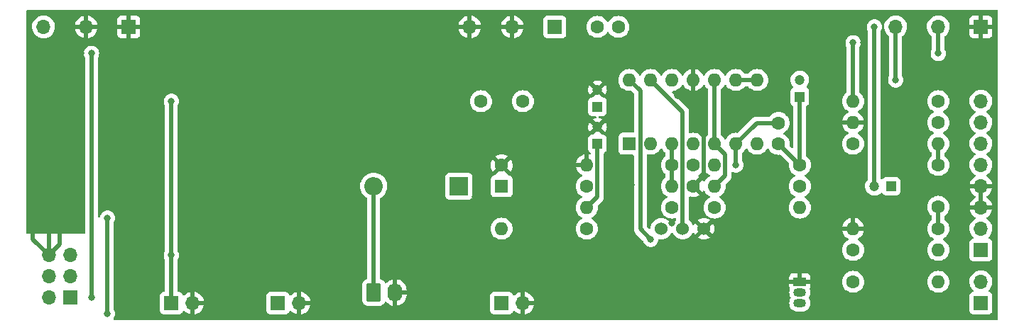
<source format=gbr>
%TF.GenerationSoftware,KiCad,Pcbnew,(6.0.5)*%
%TF.CreationDate,2022-09-19T21:46:26-04:00*%
%TF.ProjectId,valve_distortion,76616c76-655f-4646-9973-746f7274696f,rev?*%
%TF.SameCoordinates,Original*%
%TF.FileFunction,Copper,L2,Bot*%
%TF.FilePolarity,Positive*%
%FSLAX46Y46*%
G04 Gerber Fmt 4.6, Leading zero omitted, Abs format (unit mm)*
G04 Created by KiCad (PCBNEW (6.0.5)) date 2022-09-19 21:46:26*
%MOMM*%
%LPD*%
G01*
G04 APERTURE LIST*
G04 Aperture macros list*
%AMRoundRect*
0 Rectangle with rounded corners*
0 $1 Rounding radius*
0 $2 $3 $4 $5 $6 $7 $8 $9 X,Y pos of 4 corners*
0 Add a 4 corners polygon primitive as box body*
4,1,4,$2,$3,$4,$5,$6,$7,$8,$9,$2,$3,0*
0 Add four circle primitives for the rounded corners*
1,1,$1+$1,$2,$3*
1,1,$1+$1,$4,$5*
1,1,$1+$1,$6,$7*
1,1,$1+$1,$8,$9*
0 Add four rect primitives between the rounded corners*
20,1,$1+$1,$2,$3,$4,$5,0*
20,1,$1+$1,$4,$5,$6,$7,0*
20,1,$1+$1,$6,$7,$8,$9,0*
20,1,$1+$1,$8,$9,$2,$3,0*%
G04 Aperture macros list end*
%TA.AperFunction,ComponentPad*%
%ADD10C,1.600000*%
%TD*%
%TA.AperFunction,ComponentPad*%
%ADD11O,1.600000X1.600000*%
%TD*%
%TA.AperFunction,ComponentPad*%
%ADD12R,2.200000X2.200000*%
%TD*%
%TA.AperFunction,ComponentPad*%
%ADD13O,2.200000X2.200000*%
%TD*%
%TA.AperFunction,ComponentPad*%
%ADD14R,1.600000X1.600000*%
%TD*%
%TA.AperFunction,ComponentPad*%
%ADD15R,1.200000X1.200000*%
%TD*%
%TA.AperFunction,ComponentPad*%
%ADD16C,1.200000*%
%TD*%
%TA.AperFunction,ComponentPad*%
%ADD17C,1.524000*%
%TD*%
%TA.AperFunction,ComponentPad*%
%ADD18R,1.500000X1.050000*%
%TD*%
%TA.AperFunction,ComponentPad*%
%ADD19O,1.500000X1.050000*%
%TD*%
%TA.AperFunction,ComponentPad*%
%ADD20R,1.700000X1.700000*%
%TD*%
%TA.AperFunction,ComponentPad*%
%ADD21O,1.700000X1.700000*%
%TD*%
%TA.AperFunction,ComponentPad*%
%ADD22RoundRect,0.250000X-0.620000X-0.845000X0.620000X-0.845000X0.620000X0.845000X-0.620000X0.845000X0*%
%TD*%
%TA.AperFunction,ComponentPad*%
%ADD23O,1.740000X2.190000*%
%TD*%
%TA.AperFunction,ViaPad*%
%ADD24C,0.800000*%
%TD*%
%TA.AperFunction,Conductor*%
%ADD25C,0.500000*%
%TD*%
G04 APERTURE END LIST*
D10*
%TO.P,R10,1*%
%TO.N,Net-(C7-Pad1)*%
X140975000Y-82560000D03*
D11*
%TO.P,R10,2*%
%TO.N,GND*%
X130815000Y-82560000D03*
%TD*%
D10*
%TO.P,R9,1*%
%TO.N,+12V*%
X130815000Y-85100000D03*
D11*
%TO.P,R9,2*%
%TO.N,Net-(C7-Pad1)*%
X140975000Y-85100000D03*
%TD*%
D12*
%TO.P,D3,1,K*%
%TO.N,+12V*%
X115570000Y-85090000D03*
D13*
%TO.P,D3,2,A*%
%TO.N,Net-(J3-Pad1)*%
X105410000Y-85090000D03*
%TD*%
D10*
%TO.P,C10,1*%
%TO.N,+12V*%
X143515000Y-82560000D03*
%TO.P,C10,2*%
%TO.N,GND*%
X143515000Y-85060000D03*
%TD*%
D14*
%TO.P,C9,1*%
%TO.N,+12V*%
X120650000Y-85090000D03*
D10*
%TO.P,C9,2*%
%TO.N,GND*%
X120650000Y-82590000D03*
%TD*%
D15*
%TO.P,C8,1*%
%TO.N,Net-(C8-Pad1)*%
X132085000Y-80020000D03*
D16*
%TO.P,C8,2*%
%TO.N,GND*%
X132085000Y-78020000D03*
%TD*%
D10*
%TO.P,C5,1*%
%TO.N,/BUF_OUT*%
X153675000Y-80020000D03*
%TO.P,C5,2*%
%TO.N,Net-(R6-Pad1)*%
X153675000Y-77520000D03*
%TD*%
%TO.P,R8,1*%
%TO.N,/BUF_OUT*%
X156215000Y-82560000D03*
D11*
%TO.P,R8,2*%
%TO.N,Net-(R6-Pad1)*%
X146055000Y-82560000D03*
%TD*%
D14*
%TO.P,U2,1*%
%TO.N,Net-(C8-Pad1)*%
X135890000Y-80010000D03*
D11*
%TO.P,U2,2,-*%
X138430000Y-80010000D03*
%TO.P,U2,3,+*%
%TO.N,Net-(C7-Pad1)*%
X140970000Y-80010000D03*
%TO.P,U2,4,V+*%
%TO.N,+12V*%
X143510000Y-80010000D03*
%TO.P,U2,5,+*%
%TO.N,VBIAS*%
X146050000Y-80010000D03*
%TO.P,U2,6,-*%
%TO.N,Net-(R6-Pad1)*%
X148590000Y-80010000D03*
%TO.P,U2,7*%
%TO.N,/BUF_OUT*%
X151130000Y-80010000D03*
%TO.P,U2,8*%
%TO.N,Net-(U2-Pad8)*%
X151130000Y-72390000D03*
%TO.P,U2,9,-*%
X148590000Y-72390000D03*
%TO.P,U2,10,+*%
%TO.N,VBIAS*%
X146050000Y-72390000D03*
%TO.P,U2,11,V-*%
%TO.N,GND*%
X143510000Y-72390000D03*
%TO.P,U2,12,+*%
%TO.N,/BUF_OUT*%
X140970000Y-72390000D03*
%TO.P,U2,13,-*%
%TO.N,Net-(U2-Pad13)*%
X138430000Y-72390000D03*
%TO.P,U2,14*%
%TO.N,Net-(R12-Pad1)*%
X135890000Y-72390000D03*
%TD*%
%TO.P,R6,2*%
%TO.N,Net-(C3-Pad2)*%
X156215000Y-87640000D03*
D10*
%TO.P,R6,1*%
%TO.N,Net-(R6-Pad1)*%
X146055000Y-87640000D03*
%TD*%
%TO.P,C2,1*%
%TO.N,Net-(C2-Pad1)*%
X172720000Y-87550000D03*
%TO.P,C2,2*%
%TO.N,Net-(C2-Pad2)*%
X172720000Y-82550000D03*
%TD*%
D17*
%TO.P,RV4,3,3*%
%TO.N,GND*%
X144780000Y-90170000D03*
%TO.P,RV4,2,2*%
%TO.N,Net-(U2-Pad13)*%
X142240000Y-90170000D03*
%TO.P,RV4,1,1*%
%TO.N,+12V*%
X139700000Y-90170000D03*
%TD*%
D15*
%TO.P,C3,1*%
%TO.N,Net-(C3-Pad1)*%
X167100000Y-85090000D03*
D16*
%TO.P,C3,2*%
%TO.N,Net-(C3-Pad2)*%
X165100000Y-85090000D03*
%TD*%
D10*
%TO.P,R13,1*%
%TO.N,Net-(Q1-Pad2)*%
X130810000Y-90170000D03*
D11*
%TO.P,R13,2*%
%TO.N,/ENABLE*%
X120650000Y-90170000D03*
%TD*%
D10*
%TO.P,R12,1*%
%TO.N,Net-(R12-Pad1)*%
X162560000Y-96520000D03*
D11*
%TO.P,R12,2*%
%TO.N,Net-(D2-Pad2)*%
X172720000Y-96520000D03*
%TD*%
D10*
%TO.P,R11,1*%
%TO.N,VBIAS*%
X140975000Y-87640000D03*
D11*
%TO.P,R11,2*%
%TO.N,Net-(C8-Pad1)*%
X130815000Y-87640000D03*
%TD*%
D18*
%TO.P,Q1,1,E*%
%TO.N,GND*%
X156210000Y-96520000D03*
D19*
%TO.P,Q1,2,B*%
%TO.N,Net-(Q1-Pad2)*%
X156210000Y-97790000D03*
%TO.P,Q1,3,C*%
%TO.N,Net-(D2-Pad1)*%
X156210000Y-99060000D03*
%TD*%
D20*
%TO.P,J2,T*%
%TO.N,Net-(J2-PadT)*%
X93980000Y-99060000D03*
D21*
%TO.P,J2,S*%
%TO.N,GND*%
X96520000Y-99060000D03*
%TD*%
D20*
%TO.P,J1,T*%
%TO.N,/INPUT*%
X81280000Y-99060000D03*
D21*
%TO.P,J1,S*%
%TO.N,GND*%
X83820000Y-99060000D03*
%TD*%
D20*
%TO.P,D2,1,K*%
%TO.N,Net-(D2-Pad1)*%
X177800000Y-99060000D03*
D21*
%TO.P,D2,2,A*%
%TO.N,Net-(D2-Pad2)*%
X177800000Y-96520000D03*
%TD*%
D10*
%TO.P,C4,1*%
%TO.N,Net-(C4-Pad1)*%
X132080000Y-66040000D03*
%TO.P,C4,2*%
%TO.N,Net-(C3-Pad2)*%
X134580000Y-66040000D03*
%TD*%
D21*
%TO.P,U1,8,K*%
%TO.N,Net-(R2-Pad1)*%
X177800000Y-74930000D03*
%TO.P,U1,7,G*%
%TO.N,Net-(C1-Pad1)*%
X177800000Y-77470000D03*
%TO.P,U1,6,A*%
%TO.N,Net-(C2-Pad2)*%
X177800000Y-80010000D03*
%TO.P,U1,5,F1*%
%TO.N,+12V*%
X177800000Y-82550000D03*
%TO.P,U1,4,F1*%
%TO.N,GND*%
X177800000Y-85090000D03*
%TO.P,U1,3,K*%
X177800000Y-87630000D03*
%TO.P,U1,2,G*%
%TO.N,Net-(C2-Pad1)*%
X177800000Y-90170000D03*
D20*
%TO.P,U1,1,A*%
%TO.N,Net-(C3-Pad1)*%
X177800000Y-92710000D03*
%TD*%
D15*
%TO.P,C6,1*%
%TO.N,/BUF_OUT*%
X156210000Y-74390000D03*
D16*
%TO.P,C6,2*%
%TO.N,Net-(C6-Pad2)*%
X156210000Y-72390000D03*
%TD*%
D20*
%TO.P,RV3,1,1*%
%TO.N,GND*%
X177800000Y-66040000D03*
D21*
%TO.P,RV3,2,2*%
%TO.N,Net-(RV3-Pad2)*%
X172720000Y-66040000D03*
%TO.P,RV3,3,3*%
%TO.N,Net-(C6-Pad2)*%
X167640000Y-66040000D03*
%TD*%
D22*
%TO.P,J3,1*%
%TO.N,Net-(J3-Pad1)*%
X105410000Y-97790000D03*
D23*
%TO.P,J3,2*%
%TO.N,GND*%
X107950000Y-97790000D03*
%TD*%
D10*
%TO.P,R1,1*%
%TO.N,Net-(C1-Pad1)*%
X172720000Y-77470000D03*
D11*
%TO.P,R1,2*%
%TO.N,GND*%
X162560000Y-77470000D03*
%TD*%
D15*
%TO.P,C7,1*%
%TO.N,Net-(C7-Pad1)*%
X132085000Y-75575000D03*
D16*
%TO.P,C7,2*%
%TO.N,GND*%
X132085000Y-73575000D03*
%TD*%
D20*
%TO.P,SW1,1,A*%
%TO.N,Net-(RV3-Pad2)*%
X69215000Y-98425000D03*
D21*
%TO.P,SW1,2,B*%
%TO.N,Net-(J2-PadT)*%
X69215000Y-95885000D03*
%TO.P,SW1,3,C*%
%TO.N,/INPUT*%
X69215000Y-93345000D03*
%TO.P,SW1,4,A*%
%TO.N,+12V*%
X66675000Y-98425000D03*
%TO.P,SW1,5,B*%
%TO.N,/ENABLE*%
X66675000Y-95885000D03*
%TO.P,SW1,6,C*%
%TO.N,GND*%
X66675000Y-93345000D03*
%TD*%
D10*
%TO.P,R3,1*%
%TO.N,+12V*%
X162560000Y-80010000D03*
D11*
%TO.P,R3,2*%
%TO.N,Net-(C2-Pad2)*%
X172720000Y-80010000D03*
%TD*%
D10*
%TO.P,R2,1*%
%TO.N,Net-(R2-Pad1)*%
X172720000Y-74930000D03*
D11*
%TO.P,R2,2*%
%TO.N,Net-(R2-Pad2)*%
X162560000Y-74930000D03*
%TD*%
D20*
%TO.P,RV2,1,1*%
%TO.N,Net-(C4-Pad1)*%
X127000000Y-66040000D03*
D21*
%TO.P,RV2,2,2*%
%TO.N,GND*%
X121920000Y-66040000D03*
%TO.P,RV2,3,3*%
X116840000Y-66040000D03*
%TD*%
D10*
%TO.P,R5,1*%
%TO.N,+12V*%
X162560000Y-92710000D03*
D11*
%TO.P,R5,2*%
%TO.N,Net-(C3-Pad1)*%
X172720000Y-92710000D03*
%TD*%
D20*
%TO.P,D1,1,Pin_1*%
%TO.N,/ENABLE*%
X120650000Y-99060000D03*
D21*
%TO.P,D1,2,Pin_2*%
%TO.N,GND*%
X123190000Y-99060000D03*
%TD*%
%TO.P,RV1,3,3*%
%TO.N,Net-(R2-Pad2)*%
X66040000Y-66040000D03*
%TO.P,RV1,2,2*%
%TO.N,GND*%
X71120000Y-66040000D03*
D20*
%TO.P,RV1,1,1*%
X76200000Y-66040000D03*
%TD*%
D10*
%TO.P,R4,1*%
%TO.N,Net-(C2-Pad1)*%
X172720000Y-90170000D03*
D11*
%TO.P,R4,2*%
%TO.N,GND*%
X162560000Y-90170000D03*
%TD*%
D10*
%TO.P,C1,1*%
%TO.N,Net-(C1-Pad1)*%
X123190000Y-74930000D03*
%TO.P,C1,2*%
%TO.N,/INPUT*%
X118190000Y-74930000D03*
%TD*%
%TO.P,R7,1*%
%TO.N,Net-(R6-Pad1)*%
X156215000Y-85100000D03*
D11*
%TO.P,R7,2*%
%TO.N,VBIAS*%
X146055000Y-85100000D03*
%TD*%
D24*
%TO.N,GND*%
X89535000Y-81280000D03*
X100330000Y-80010000D03*
X107950000Y-80010000D03*
X172085000Y-100330000D03*
X165735000Y-100330000D03*
X159385000Y-100330000D03*
X151765000Y-99695000D03*
X114300000Y-81280000D03*
X126365000Y-95250000D03*
X128270000Y-92710000D03*
X125095000Y-87630000D03*
X132715000Y-96520000D03*
X119380000Y-64770000D03*
X124460000Y-64770000D03*
X129540000Y-64770000D03*
X137160000Y-64770000D03*
X145415000Y-64770000D03*
X152400000Y-64770000D03*
X158750000Y-64770000D03*
X119380000Y-70485000D03*
X114935000Y-73660000D03*
X111125000Y-70485000D03*
X106045000Y-73660000D03*
X101600000Y-70485000D03*
X95250000Y-73660000D03*
X90805000Y-70485000D03*
X85725000Y-73660000D03*
X79375000Y-71120000D03*
X78105000Y-75565000D03*
X113665000Y-64770000D03*
X107950000Y-66675000D03*
X102870000Y-64770000D03*
X97155000Y-66675000D03*
X90805000Y-64770000D03*
X85725000Y-66675000D03*
X80010000Y-64770000D03*
X64770000Y-64770000D03*
X67310000Y-84455000D03*
X67310000Y-72390000D03*
X64770000Y-78740000D03*
X64770000Y-67945000D03*
X69850000Y-79375000D03*
X70485000Y-69215000D03*
X73025000Y-79375000D03*
X73025000Y-70485000D03*
X125730000Y-73660000D03*
X128905000Y-70485000D03*
X120650000Y-74930000D03*
X123190000Y-83820000D03*
X116840000Y-76200000D03*
X118745000Y-83185000D03*
X111125000Y-87630000D03*
X111125000Y-76200000D03*
X86360000Y-84455000D03*
X101600000Y-83820000D03*
X104140000Y-76200000D03*
X96520000Y-76200000D03*
X89535000Y-76200000D03*
X82550000Y-81280000D03*
X82550000Y-76200000D03*
X96520000Y-87630000D03*
X89535000Y-87630000D03*
X104140000Y-87630000D03*
X141605000Y-74295000D03*
X143510000Y-88900000D03*
X140970000Y-89535000D03*
X135890000Y-88265000D03*
X138430000Y-85090000D03*
X136144000Y-84963000D03*
X133350000Y-81915000D03*
X135890000Y-82550000D03*
X138430000Y-82550000D03*
X139700000Y-81280000D03*
X139700000Y-86360000D03*
%TO.N,Net-(R6-Pad1)*%
X148590000Y-82550000D03*
%TO.N,GND*%
X129540000Y-83820000D03*
X127000000Y-76200000D03*
X130175000Y-76835000D03*
X133985000Y-71755000D03*
X131445000Y-71755000D03*
X133350000Y-76835000D03*
X135890000Y-78105000D03*
X135890000Y-74295000D03*
X144780000Y-78740000D03*
X144780000Y-74295000D03*
X147320000Y-76200000D03*
X149860000Y-76200000D03*
X152400000Y-73660000D03*
X149860000Y-73660000D03*
X147320000Y-73660000D03*
X147320000Y-78740000D03*
X158750000Y-76835000D03*
X158115000Y-73660000D03*
X161290000Y-73660000D03*
X161290000Y-76200000D03*
X161290000Y-78740000D03*
X157480000Y-80010000D03*
X154940000Y-78740000D03*
X153035000Y-71755000D03*
X163830000Y-64770000D03*
X175260000Y-65405000D03*
X176530000Y-69850000D03*
X171450000Y-73660000D03*
X168910000Y-77470000D03*
X166370000Y-80010000D03*
X170815000Y-80010000D03*
X166370000Y-73660000D03*
X168910000Y-73660000D03*
X170815000Y-70485000D03*
X170180000Y-67945000D03*
X173990000Y-83820000D03*
X179070000Y-86360000D03*
X176530000Y-83820000D03*
X176530000Y-88900000D03*
X176530000Y-86360000D03*
X176530000Y-73660000D03*
X179070000Y-73660000D03*
X179070000Y-76200000D03*
X179070000Y-78740000D03*
X179070000Y-81280000D03*
X179070000Y-83820000D03*
X179070000Y-88900000D03*
X174625000Y-88900000D03*
X168910000Y-86360000D03*
X170815000Y-82550000D03*
X166370000Y-82550000D03*
X157480000Y-83820000D03*
X162560000Y-81915000D03*
X158115000Y-86360000D03*
X154305000Y-91440000D03*
X147320000Y-91440000D03*
X154305000Y-88900000D03*
X147320000Y-88900000D03*
X143510000Y-91440000D03*
X161290000Y-91440000D03*
X165735000Y-86995000D03*
X171450000Y-88900000D03*
X163830000Y-91440000D03*
X162560000Y-94615000D03*
X172720000Y-94615000D03*
X179070000Y-94615000D03*
X175895000Y-97790000D03*
X163830000Y-97790000D03*
X158115000Y-97790000D03*
X159385000Y-95250000D03*
X153035000Y-96520000D03*
X145415000Y-95250000D03*
X135890000Y-92075000D03*
X139065000Y-96520000D03*
X132080000Y-88900000D03*
X133350000Y-86360000D03*
X129540000Y-88900000D03*
X129540000Y-86360000D03*
X117475000Y-86360000D03*
X113665000Y-88900000D03*
X121920000Y-91440000D03*
X121920000Y-97155000D03*
X111760000Y-95885000D03*
X115570000Y-95250000D03*
X119380000Y-97155000D03*
X111760000Y-91440000D03*
X119380000Y-91440000D03*
X104140000Y-95885000D03*
X104140000Y-91440000D03*
X88900000Y-92710000D03*
X97155000Y-94615000D03*
X95885000Y-91440000D03*
X106680000Y-95885000D03*
X106680000Y-91440000D03*
X64770000Y-90170000D03*
X70485000Y-88900000D03*
X82550000Y-87630000D03*
X83820000Y-94615000D03*
X82550000Y-91440000D03*
X80010000Y-87630000D03*
X73025000Y-87630000D03*
X80010000Y-92075000D03*
X74930000Y-92075000D03*
X80010000Y-94615000D03*
X74930000Y-94615000D03*
X166370000Y-67945000D03*
X163830000Y-67945000D03*
X142875000Y-100330000D03*
X138430000Y-100330000D03*
X133985000Y-100330000D03*
X130175000Y-100330000D03*
X125095000Y-100330000D03*
X113665000Y-100330000D03*
X118110000Y-100330000D03*
X104775000Y-100330000D03*
X98425000Y-100330000D03*
X88900000Y-99060000D03*
X92075000Y-100330000D03*
X85725000Y-100330000D03*
X86360000Y-97155000D03*
X90170000Y-97155000D03*
X82550000Y-97155000D03*
X75565000Y-100330000D03*
X79375000Y-100330000D03*
X80010000Y-97155000D03*
X74930000Y-97155000D03*
%TO.N,+12V*%
X73660000Y-88900000D03*
X73660000Y-100330000D03*
%TO.N,Net-(RV3-Pad2)*%
X71755000Y-69215000D03*
X71755000Y-98425000D03*
%TO.N,/INPUT*%
X81280000Y-74930000D03*
X81280000Y-93345000D03*
%TO.N,Net-(C3-Pad2)*%
X165100000Y-66040000D03*
%TO.N,Net-(C6-Pad2)*%
X167640000Y-72390000D03*
%TO.N,Net-(R12-Pad1)*%
X138430000Y-91440000D03*
%TO.N,Net-(RV3-Pad2)*%
X172720000Y-69215000D03*
%TO.N,Net-(R2-Pad2)*%
X162560000Y-67945000D03*
%TD*%
D25*
%TO.N,Net-(J3-Pad1)*%
X105410000Y-85090000D02*
X105410000Y-97790000D01*
%TO.N,Net-(U2-Pad8)*%
X151130000Y-72390000D02*
X148590000Y-72390000D01*
%TO.N,GND*%
X144767500Y-83807500D02*
X144780000Y-83795000D01*
%TO.N,Net-(R6-Pad1)*%
X148590000Y-82550000D02*
X148590000Y-80010000D01*
%TO.N,GND*%
X144780000Y-83795000D02*
X144780000Y-78740000D01*
X143515000Y-85060000D02*
X144767500Y-83807500D01*
%TO.N,VBIAS*%
X147304511Y-83850489D02*
X146055000Y-85100000D01*
X147304511Y-81264511D02*
X147304511Y-83850489D01*
X146050000Y-80010000D02*
X147304511Y-81264511D01*
%TO.N,GND*%
X67945000Y-92075000D02*
X67945000Y-88900000D01*
X66675000Y-93345000D02*
X67945000Y-92075000D01*
X66675000Y-93345000D02*
X66675000Y-88900000D01*
X64770000Y-91440000D02*
X66675000Y-93345000D01*
X64770000Y-90170000D02*
X64770000Y-91440000D01*
%TO.N,+12V*%
X73660000Y-88900000D02*
X73660000Y-100330000D01*
%TO.N,Net-(RV3-Pad2)*%
X71755000Y-98425000D02*
X71755000Y-69215000D01*
%TO.N,/INPUT*%
X81280000Y-99060000D02*
X81280000Y-93345000D01*
X81280000Y-93345000D02*
X81280000Y-74930000D01*
%TO.N,Net-(R12-Pad1)*%
X137180489Y-73680489D02*
X135890000Y-72390000D01*
X138430000Y-91440000D02*
X137180489Y-90190489D01*
X137180489Y-90190489D02*
X137180489Y-73680489D01*
%TO.N,Net-(U2-Pad13)*%
X142240000Y-76200000D02*
X142240000Y-90170000D01*
X138430000Y-72390000D02*
X142240000Y-76200000D01*
%TO.N,Net-(C3-Pad2)*%
X165100000Y-85090000D02*
X165100000Y-66040000D01*
%TO.N,/BUF_OUT*%
X156210000Y-82555000D02*
X156215000Y-82560000D01*
X156210000Y-74390000D02*
X156210000Y-82555000D01*
%TO.N,Net-(C6-Pad2)*%
X167640000Y-66040000D02*
X167640000Y-72390000D01*
%TO.N,Net-(R6-Pad1)*%
X151080000Y-77520000D02*
X148590000Y-80010000D01*
X153675000Y-77520000D02*
X151080000Y-77520000D01*
%TO.N,/BUF_OUT*%
X153675000Y-80020000D02*
X156215000Y-82560000D01*
%TO.N,VBIAS*%
X146050000Y-80010000D02*
X146050000Y-72390000D01*
%TO.N,Net-(C8-Pad1)*%
X132085000Y-86370000D02*
X130815000Y-87640000D01*
X132085000Y-80020000D02*
X132085000Y-86370000D01*
%TO.N,Net-(C7-Pad1)*%
X140970000Y-80010000D02*
X140970000Y-85095000D01*
X140970000Y-85095000D02*
X140975000Y-85100000D01*
%TO.N,Net-(RV3-Pad2)*%
X172720000Y-66040000D02*
X172720000Y-69215000D01*
%TO.N,Net-(R2-Pad2)*%
X162560000Y-67945000D02*
X162560000Y-74930000D01*
%TO.N,Net-(C2-Pad1)*%
X172720000Y-87550000D02*
X172720000Y-90170000D01*
%TO.N,Net-(C2-Pad2)*%
X172720000Y-80010000D02*
X172720000Y-82550000D01*
%TD*%
%TA.AperFunction,Conductor*%
%TO.N,GND*%
G36*
X179773621Y-64028502D02*
G01*
X179820114Y-64082158D01*
X179831500Y-64134500D01*
X179831500Y-100965500D01*
X179811498Y-101033621D01*
X179757842Y-101080114D01*
X179705500Y-101091500D01*
X74479850Y-101091500D01*
X74411729Y-101071498D01*
X74365236Y-101017842D01*
X74355132Y-100947568D01*
X74386213Y-100881190D01*
X74394621Y-100871852D01*
X74394622Y-100871851D01*
X74399040Y-100866944D01*
X74494527Y-100701556D01*
X74553542Y-100519928D01*
X74573504Y-100330000D01*
X74556994Y-100172916D01*
X74554232Y-100146635D01*
X74554232Y-100146633D01*
X74553542Y-100140072D01*
X74494527Y-99958444D01*
X74494348Y-99958134D01*
X79921500Y-99958134D01*
X79928255Y-100020316D01*
X79979385Y-100156705D01*
X80066739Y-100273261D01*
X80183295Y-100360615D01*
X80319684Y-100411745D01*
X80381866Y-100418500D01*
X82178134Y-100418500D01*
X82240316Y-100411745D01*
X82376705Y-100360615D01*
X82493261Y-100273261D01*
X82580615Y-100156705D01*
X82604310Y-100093500D01*
X82624798Y-100038848D01*
X82667440Y-99982084D01*
X82734001Y-99957384D01*
X82803350Y-99972592D01*
X82838017Y-100000580D01*
X82863218Y-100029673D01*
X82870580Y-100036883D01*
X83034434Y-100172916D01*
X83042881Y-100178831D01*
X83226756Y-100286279D01*
X83236042Y-100290729D01*
X83435001Y-100366703D01*
X83444899Y-100369579D01*
X83548250Y-100390606D01*
X83562299Y-100389410D01*
X83566000Y-100379065D01*
X83566000Y-100378517D01*
X84074000Y-100378517D01*
X84078064Y-100392359D01*
X84091478Y-100394393D01*
X84098184Y-100393534D01*
X84108262Y-100391392D01*
X84312255Y-100330191D01*
X84321842Y-100326433D01*
X84513095Y-100232739D01*
X84521945Y-100227464D01*
X84695328Y-100103792D01*
X84703200Y-100097139D01*
X84842690Y-99958134D01*
X92621500Y-99958134D01*
X92628255Y-100020316D01*
X92679385Y-100156705D01*
X92766739Y-100273261D01*
X92883295Y-100360615D01*
X93019684Y-100411745D01*
X93081866Y-100418500D01*
X94878134Y-100418500D01*
X94940316Y-100411745D01*
X95076705Y-100360615D01*
X95193261Y-100273261D01*
X95280615Y-100156705D01*
X95304310Y-100093500D01*
X95324798Y-100038848D01*
X95367440Y-99982084D01*
X95434001Y-99957384D01*
X95503350Y-99972592D01*
X95538017Y-100000580D01*
X95563218Y-100029673D01*
X95570580Y-100036883D01*
X95734434Y-100172916D01*
X95742881Y-100178831D01*
X95926756Y-100286279D01*
X95936042Y-100290729D01*
X96135001Y-100366703D01*
X96144899Y-100369579D01*
X96248250Y-100390606D01*
X96262299Y-100389410D01*
X96266000Y-100379065D01*
X96266000Y-100378517D01*
X96774000Y-100378517D01*
X96778064Y-100392359D01*
X96791478Y-100394393D01*
X96798184Y-100393534D01*
X96808262Y-100391392D01*
X97012255Y-100330191D01*
X97021842Y-100326433D01*
X97213095Y-100232739D01*
X97221945Y-100227464D01*
X97395328Y-100103792D01*
X97403200Y-100097139D01*
X97542690Y-99958134D01*
X119291500Y-99958134D01*
X119298255Y-100020316D01*
X119349385Y-100156705D01*
X119436739Y-100273261D01*
X119553295Y-100360615D01*
X119689684Y-100411745D01*
X119751866Y-100418500D01*
X121548134Y-100418500D01*
X121610316Y-100411745D01*
X121746705Y-100360615D01*
X121863261Y-100273261D01*
X121950615Y-100156705D01*
X121974310Y-100093500D01*
X121994798Y-100038848D01*
X122037440Y-99982084D01*
X122104001Y-99957384D01*
X122173350Y-99972592D01*
X122208017Y-100000580D01*
X122233218Y-100029673D01*
X122240580Y-100036883D01*
X122404434Y-100172916D01*
X122412881Y-100178831D01*
X122596756Y-100286279D01*
X122606042Y-100290729D01*
X122805001Y-100366703D01*
X122814899Y-100369579D01*
X122918250Y-100390606D01*
X122932299Y-100389410D01*
X122936000Y-100379065D01*
X122936000Y-100378517D01*
X123444000Y-100378517D01*
X123448064Y-100392359D01*
X123461478Y-100394393D01*
X123468184Y-100393534D01*
X123478262Y-100391392D01*
X123682255Y-100330191D01*
X123691842Y-100326433D01*
X123883095Y-100232739D01*
X123891945Y-100227464D01*
X124065328Y-100103792D01*
X124073200Y-100097139D01*
X124224052Y-99946812D01*
X124230730Y-99938965D01*
X124355003Y-99766020D01*
X124360313Y-99757183D01*
X124454670Y-99566267D01*
X124458469Y-99556672D01*
X124520377Y-99352910D01*
X124522555Y-99342837D01*
X124523986Y-99331962D01*
X124521775Y-99317778D01*
X124508617Y-99314000D01*
X123462115Y-99314000D01*
X123446876Y-99318475D01*
X123445671Y-99319865D01*
X123444000Y-99327548D01*
X123444000Y-100378517D01*
X122936000Y-100378517D01*
X122936000Y-99052750D01*
X154946524Y-99052750D01*
X154951013Y-99102072D01*
X154962577Y-99229134D01*
X154964894Y-99254596D01*
X154966632Y-99260502D01*
X154966633Y-99260506D01*
X154994049Y-99353655D01*
X155022119Y-99449029D01*
X155024972Y-99454486D01*
X155024973Y-99454489D01*
X155029127Y-99462435D01*
X155116019Y-99628645D01*
X155119879Y-99633445D01*
X155119879Y-99633446D01*
X155125729Y-99640722D01*
X155243019Y-99786601D01*
X155398281Y-99916881D01*
X155403673Y-99919845D01*
X155403677Y-99919848D01*
X155550529Y-100000580D01*
X155575891Y-100014523D01*
X155769084Y-100075807D01*
X155775201Y-100076493D01*
X155775205Y-100076494D01*
X155849348Y-100084810D01*
X155926817Y-100093500D01*
X156486004Y-100093500D01*
X156636713Y-100078723D01*
X156830742Y-100020142D01*
X157009698Y-99924990D01*
X157166763Y-99796890D01*
X157192301Y-99766020D01*
X157292027Y-99645472D01*
X157292029Y-99645469D01*
X157295956Y-99640722D01*
X157392356Y-99462435D01*
X157432744Y-99331962D01*
X157450468Y-99274707D01*
X157450469Y-99274704D01*
X157452290Y-99268820D01*
X157473476Y-99067250D01*
X157455106Y-98865404D01*
X157437623Y-98806000D01*
X157399620Y-98676880D01*
X157397881Y-98670971D01*
X157393951Y-98663452D01*
X157306835Y-98496815D01*
X157303981Y-98491355D01*
X157304016Y-98491337D01*
X157284111Y-98425559D01*
X157299271Y-98364591D01*
X157389426Y-98197853D01*
X157392356Y-98192435D01*
X157426305Y-98082763D01*
X157450468Y-98004707D01*
X157450469Y-98004704D01*
X157452290Y-97998820D01*
X157468275Y-97846739D01*
X157472832Y-97803378D01*
X157472832Y-97803377D01*
X157473476Y-97797250D01*
X157460971Y-97659849D01*
X157455665Y-97601543D01*
X157455664Y-97601540D01*
X157455106Y-97595404D01*
X157449188Y-97575294D01*
X157424093Y-97490031D01*
X157397881Y-97400971D01*
X157398559Y-97400771D01*
X157392044Y-97334727D01*
X157405320Y-97297677D01*
X157413321Y-97283063D01*
X157458478Y-97162606D01*
X157462105Y-97147351D01*
X157467631Y-97096486D01*
X157468000Y-97089672D01*
X157468000Y-96792115D01*
X157463525Y-96776876D01*
X157462135Y-96775671D01*
X157454452Y-96774000D01*
X156656242Y-96774000D01*
X156642197Y-96773215D01*
X156627799Y-96771600D01*
X156493183Y-96756500D01*
X155933996Y-96756500D01*
X155783287Y-96771277D01*
X155780998Y-96771968D01*
X155760276Y-96774000D01*
X154970116Y-96774000D01*
X154954877Y-96778475D01*
X154953672Y-96779865D01*
X154952001Y-96787548D01*
X154952001Y-97089669D01*
X154952371Y-97096490D01*
X154957895Y-97147352D01*
X154961521Y-97162604D01*
X155006677Y-97283056D01*
X155015114Y-97298466D01*
X155030284Y-97367823D01*
X155024960Y-97396235D01*
X154967710Y-97581180D01*
X154967066Y-97587305D01*
X154967066Y-97587306D01*
X154952176Y-97728972D01*
X154946524Y-97782750D01*
X154949370Y-97814022D01*
X154963721Y-97971703D01*
X154964894Y-97984596D01*
X154966632Y-97990502D01*
X154966633Y-97990506D01*
X155003660Y-98116311D01*
X155022119Y-98179029D01*
X155024972Y-98184486D01*
X155024973Y-98184489D01*
X155029127Y-98192435D01*
X155115923Y-98358460D01*
X155115923Y-98358462D01*
X155116019Y-98358645D01*
X155115984Y-98358663D01*
X155135889Y-98424441D01*
X155120729Y-98485409D01*
X155027644Y-98657565D01*
X155023494Y-98670971D01*
X154981696Y-98806000D01*
X154967710Y-98851180D01*
X154967066Y-98857305D01*
X154967066Y-98857306D01*
X154956510Y-98957738D01*
X154946524Y-99052750D01*
X122936000Y-99052750D01*
X122936000Y-98787885D01*
X123444000Y-98787885D01*
X123448475Y-98803124D01*
X123449865Y-98804329D01*
X123457548Y-98806000D01*
X124508344Y-98806000D01*
X124521875Y-98802027D01*
X124523180Y-98792947D01*
X124481214Y-98625875D01*
X124477894Y-98616124D01*
X124392972Y-98420814D01*
X124388105Y-98411739D01*
X124272426Y-98232926D01*
X124266136Y-98224757D01*
X124122806Y-98067240D01*
X124115273Y-98060215D01*
X123948139Y-97928222D01*
X123939552Y-97922517D01*
X123753117Y-97819599D01*
X123743705Y-97815369D01*
X123542959Y-97744280D01*
X123532988Y-97741646D01*
X123461837Y-97728972D01*
X123448540Y-97730432D01*
X123444000Y-97744989D01*
X123444000Y-98787885D01*
X122936000Y-98787885D01*
X122936000Y-97743102D01*
X122932082Y-97729758D01*
X122917806Y-97727771D01*
X122879324Y-97733660D01*
X122869288Y-97736051D01*
X122666868Y-97802212D01*
X122657359Y-97806209D01*
X122468463Y-97904542D01*
X122459738Y-97910036D01*
X122289433Y-98037905D01*
X122281726Y-98044748D01*
X122204478Y-98125584D01*
X122142954Y-98161014D01*
X122072042Y-98157557D01*
X122014255Y-98116311D01*
X121995402Y-98082763D01*
X121953767Y-97971703D01*
X121950615Y-97963295D01*
X121863261Y-97846739D01*
X121746705Y-97759385D01*
X121610316Y-97708255D01*
X121548134Y-97701500D01*
X119751866Y-97701500D01*
X119689684Y-97708255D01*
X119553295Y-97759385D01*
X119436739Y-97846739D01*
X119349385Y-97963295D01*
X119298255Y-98099684D01*
X119291500Y-98161866D01*
X119291500Y-99958134D01*
X97542690Y-99958134D01*
X97554052Y-99946812D01*
X97560730Y-99938965D01*
X97685003Y-99766020D01*
X97690313Y-99757183D01*
X97784670Y-99566267D01*
X97788469Y-99556672D01*
X97850377Y-99352910D01*
X97852555Y-99342837D01*
X97853986Y-99331962D01*
X97851775Y-99317778D01*
X97838617Y-99314000D01*
X96792115Y-99314000D01*
X96776876Y-99318475D01*
X96775671Y-99319865D01*
X96774000Y-99327548D01*
X96774000Y-100378517D01*
X96266000Y-100378517D01*
X96266000Y-98787885D01*
X96774000Y-98787885D01*
X96778475Y-98803124D01*
X96779865Y-98804329D01*
X96787548Y-98806000D01*
X97838344Y-98806000D01*
X97851875Y-98802027D01*
X97853180Y-98792947D01*
X97811214Y-98625875D01*
X97807894Y-98616124D01*
X97722972Y-98420814D01*
X97718105Y-98411739D01*
X97602426Y-98232926D01*
X97596136Y-98224757D01*
X97452806Y-98067240D01*
X97445273Y-98060215D01*
X97278139Y-97928222D01*
X97269552Y-97922517D01*
X97083117Y-97819599D01*
X97073705Y-97815369D01*
X96872959Y-97744280D01*
X96862988Y-97741646D01*
X96791837Y-97728972D01*
X96778540Y-97730432D01*
X96774000Y-97744989D01*
X96774000Y-98787885D01*
X96266000Y-98787885D01*
X96266000Y-97743102D01*
X96262082Y-97729758D01*
X96247806Y-97727771D01*
X96209324Y-97733660D01*
X96199288Y-97736051D01*
X95996868Y-97802212D01*
X95987359Y-97806209D01*
X95798463Y-97904542D01*
X95789738Y-97910036D01*
X95619433Y-98037905D01*
X95611726Y-98044748D01*
X95534478Y-98125584D01*
X95472954Y-98161014D01*
X95402042Y-98157557D01*
X95344255Y-98116311D01*
X95325402Y-98082763D01*
X95283767Y-97971703D01*
X95280615Y-97963295D01*
X95193261Y-97846739D01*
X95076705Y-97759385D01*
X94940316Y-97708255D01*
X94878134Y-97701500D01*
X93081866Y-97701500D01*
X93019684Y-97708255D01*
X92883295Y-97759385D01*
X92766739Y-97846739D01*
X92679385Y-97963295D01*
X92628255Y-98099684D01*
X92621500Y-98161866D01*
X92621500Y-99958134D01*
X84842690Y-99958134D01*
X84854052Y-99946812D01*
X84860730Y-99938965D01*
X84985003Y-99766020D01*
X84990313Y-99757183D01*
X85084670Y-99566267D01*
X85088469Y-99556672D01*
X85150377Y-99352910D01*
X85152555Y-99342837D01*
X85153986Y-99331962D01*
X85151775Y-99317778D01*
X85138617Y-99314000D01*
X84092115Y-99314000D01*
X84076876Y-99318475D01*
X84075671Y-99319865D01*
X84074000Y-99327548D01*
X84074000Y-100378517D01*
X83566000Y-100378517D01*
X83566000Y-98787885D01*
X84074000Y-98787885D01*
X84078475Y-98803124D01*
X84079865Y-98804329D01*
X84087548Y-98806000D01*
X85138344Y-98806000D01*
X85151875Y-98802027D01*
X85153180Y-98792947D01*
X85111214Y-98625875D01*
X85107894Y-98616124D01*
X85022972Y-98420814D01*
X85018105Y-98411739D01*
X84902426Y-98232926D01*
X84896136Y-98224757D01*
X84752806Y-98067240D01*
X84745273Y-98060215D01*
X84578139Y-97928222D01*
X84569552Y-97922517D01*
X84383117Y-97819599D01*
X84373705Y-97815369D01*
X84172959Y-97744280D01*
X84162988Y-97741646D01*
X84091837Y-97728972D01*
X84078540Y-97730432D01*
X84074000Y-97744989D01*
X84074000Y-98787885D01*
X83566000Y-98787885D01*
X83566000Y-97743102D01*
X83562082Y-97729758D01*
X83547806Y-97727771D01*
X83509324Y-97733660D01*
X83499288Y-97736051D01*
X83296868Y-97802212D01*
X83287359Y-97806209D01*
X83098463Y-97904542D01*
X83089738Y-97910036D01*
X82919433Y-98037905D01*
X82911726Y-98044748D01*
X82834478Y-98125584D01*
X82772954Y-98161014D01*
X82702042Y-98157557D01*
X82644255Y-98116311D01*
X82625402Y-98082763D01*
X82583767Y-97971703D01*
X82580615Y-97963295D01*
X82493261Y-97846739D01*
X82376705Y-97759385D01*
X82240316Y-97708255D01*
X82178134Y-97701500D01*
X82164500Y-97701500D01*
X82096379Y-97681498D01*
X82049886Y-97627842D01*
X82038500Y-97575500D01*
X82038500Y-93881999D01*
X82055381Y-93818999D01*
X82067334Y-93798297D01*
X82114527Y-93716556D01*
X82173542Y-93534928D01*
X82193504Y-93345000D01*
X82173542Y-93155072D01*
X82114527Y-92973444D01*
X82055381Y-92871000D01*
X82038500Y-92808001D01*
X82038500Y-85090000D01*
X103796526Y-85090000D01*
X103816391Y-85342403D01*
X103817545Y-85347210D01*
X103817546Y-85347216D01*
X103843665Y-85456010D01*
X103875495Y-85588591D01*
X103877388Y-85593162D01*
X103877389Y-85593164D01*
X103961415Y-85796020D01*
X103972384Y-85822502D01*
X104104672Y-86038376D01*
X104269102Y-86230898D01*
X104461624Y-86395328D01*
X104534444Y-86439952D01*
X104591335Y-86474815D01*
X104638966Y-86527463D01*
X104651500Y-86582248D01*
X104651500Y-96100789D01*
X104631498Y-96168910D01*
X104577842Y-96215403D01*
X104565377Y-96220312D01*
X104473007Y-96251130D01*
X104473005Y-96251131D01*
X104466054Y-96253450D01*
X104315652Y-96346522D01*
X104190695Y-96471697D01*
X104186855Y-96477927D01*
X104186854Y-96477928D01*
X104113252Y-96597333D01*
X104097885Y-96622262D01*
X104095581Y-96629209D01*
X104045611Y-96779865D01*
X104042203Y-96790139D01*
X104041503Y-96796975D01*
X104041502Y-96796978D01*
X104040366Y-96808069D01*
X104031500Y-96894600D01*
X104031500Y-98685400D01*
X104042474Y-98791166D01*
X104044655Y-98797702D01*
X104044655Y-98797704D01*
X104047423Y-98806000D01*
X104098450Y-98958946D01*
X104191522Y-99109348D01*
X104316697Y-99234305D01*
X104322927Y-99238145D01*
X104322928Y-99238146D01*
X104460090Y-99322694D01*
X104467262Y-99327115D01*
X104514663Y-99342837D01*
X104628611Y-99380632D01*
X104628613Y-99380632D01*
X104635139Y-99382797D01*
X104641975Y-99383497D01*
X104641978Y-99383498D01*
X104685031Y-99387909D01*
X104739600Y-99393500D01*
X106080400Y-99393500D01*
X106083646Y-99393163D01*
X106083650Y-99393163D01*
X106179308Y-99383238D01*
X106179312Y-99383237D01*
X106186166Y-99382526D01*
X106192702Y-99380345D01*
X106192704Y-99380345D01*
X106337724Y-99331962D01*
X106353946Y-99326550D01*
X106504348Y-99233478D01*
X106629305Y-99108303D01*
X106706749Y-98982667D01*
X106722115Y-98957738D01*
X106724132Y-98958982D01*
X106763537Y-98914225D01*
X106831813Y-98894761D01*
X106899774Y-98915300D01*
X106921989Y-98933785D01*
X107029924Y-99046930D01*
X107037892Y-99053979D01*
X107216952Y-99187203D01*
X107225982Y-99192802D01*
X107424931Y-99293953D01*
X107434792Y-99297956D01*
X107647929Y-99364138D01*
X107658309Y-99366420D01*
X107678043Y-99369036D01*
X107692207Y-99366840D01*
X107696000Y-99353655D01*
X107696000Y-99351627D01*
X108204000Y-99351627D01*
X108207973Y-99365158D01*
X108218580Y-99366683D01*
X108342188Y-99340748D01*
X108352384Y-99337688D01*
X108559952Y-99255716D01*
X108569489Y-99250982D01*
X108760285Y-99135204D01*
X108768878Y-99128938D01*
X108937441Y-98982667D01*
X108944861Y-98975036D01*
X109086368Y-98802458D01*
X109092393Y-98793691D01*
X109202797Y-98599738D01*
X109207262Y-98590074D01*
X109283410Y-98380289D01*
X109286181Y-98370021D01*
X109326106Y-98149234D01*
X109327039Y-98141005D01*
X109327930Y-98122126D01*
X109328000Y-98119151D01*
X109328000Y-98062115D01*
X109323525Y-98046876D01*
X109322135Y-98045671D01*
X109314452Y-98044000D01*
X108222115Y-98044000D01*
X108206876Y-98048475D01*
X108205671Y-98049865D01*
X108204000Y-98057548D01*
X108204000Y-99351627D01*
X107696000Y-99351627D01*
X107696000Y-97517885D01*
X108204000Y-97517885D01*
X108208475Y-97533124D01*
X108209865Y-97534329D01*
X108217548Y-97536000D01*
X109309885Y-97536000D01*
X109325124Y-97531525D01*
X109326329Y-97530135D01*
X109328000Y-97522452D01*
X109328000Y-97508946D01*
X109327775Y-97503637D01*
X109313661Y-97337293D01*
X109311871Y-97326821D01*
X109255802Y-97110798D01*
X109252266Y-97100758D01*
X109160601Y-96897268D01*
X109155432Y-96887982D01*
X109030790Y-96702845D01*
X109024129Y-96694559D01*
X108870076Y-96533070D01*
X108862108Y-96526021D01*
X108854015Y-96520000D01*
X161246502Y-96520000D01*
X161266457Y-96748087D01*
X161267881Y-96753400D01*
X161267881Y-96753402D01*
X161316037Y-96933119D01*
X161325716Y-96969243D01*
X161328039Y-96974224D01*
X161328039Y-96974225D01*
X161420151Y-97171762D01*
X161420154Y-97171767D01*
X161422477Y-97176749D01*
X161425634Y-97181257D01*
X161533095Y-97334727D01*
X161553802Y-97364300D01*
X161715700Y-97526198D01*
X161720208Y-97529355D01*
X161720211Y-97529357D01*
X161765649Y-97561173D01*
X161903251Y-97657523D01*
X161908233Y-97659846D01*
X161908238Y-97659849D01*
X162105775Y-97751961D01*
X162110757Y-97754284D01*
X162116065Y-97755706D01*
X162116067Y-97755707D01*
X162326598Y-97812119D01*
X162326600Y-97812119D01*
X162331913Y-97813543D01*
X162560000Y-97833498D01*
X162788087Y-97813543D01*
X162793400Y-97812119D01*
X162793402Y-97812119D01*
X163003933Y-97755707D01*
X163003935Y-97755706D01*
X163009243Y-97754284D01*
X163014225Y-97751961D01*
X163211762Y-97659849D01*
X163211767Y-97659846D01*
X163216749Y-97657523D01*
X163354351Y-97561173D01*
X163399789Y-97529357D01*
X163399792Y-97529355D01*
X163404300Y-97526198D01*
X163566198Y-97364300D01*
X163586906Y-97334727D01*
X163694366Y-97181257D01*
X163697523Y-97176749D01*
X163699846Y-97171767D01*
X163699849Y-97171762D01*
X163791961Y-96974225D01*
X163791961Y-96974224D01*
X163794284Y-96969243D01*
X163803964Y-96933119D01*
X163852119Y-96753402D01*
X163852119Y-96753400D01*
X163853543Y-96748087D01*
X163873498Y-96520000D01*
X171406502Y-96520000D01*
X171426457Y-96748087D01*
X171427881Y-96753400D01*
X171427881Y-96753402D01*
X171476037Y-96933119D01*
X171485716Y-96969243D01*
X171488039Y-96974224D01*
X171488039Y-96974225D01*
X171580151Y-97171762D01*
X171580154Y-97171767D01*
X171582477Y-97176749D01*
X171585634Y-97181257D01*
X171693095Y-97334727D01*
X171713802Y-97364300D01*
X171875700Y-97526198D01*
X171880208Y-97529355D01*
X171880211Y-97529357D01*
X171925649Y-97561173D01*
X172063251Y-97657523D01*
X172068233Y-97659846D01*
X172068238Y-97659849D01*
X172265775Y-97751961D01*
X172270757Y-97754284D01*
X172276065Y-97755706D01*
X172276067Y-97755707D01*
X172486598Y-97812119D01*
X172486600Y-97812119D01*
X172491913Y-97813543D01*
X172720000Y-97833498D01*
X172948087Y-97813543D01*
X172953400Y-97812119D01*
X172953402Y-97812119D01*
X173163933Y-97755707D01*
X173163935Y-97755706D01*
X173169243Y-97754284D01*
X173174225Y-97751961D01*
X173371762Y-97659849D01*
X173371767Y-97659846D01*
X173376749Y-97657523D01*
X173514351Y-97561173D01*
X173559789Y-97529357D01*
X173559792Y-97529355D01*
X173564300Y-97526198D01*
X173726198Y-97364300D01*
X173746906Y-97334727D01*
X173854366Y-97181257D01*
X173857523Y-97176749D01*
X173859846Y-97171767D01*
X173859849Y-97171762D01*
X173951961Y-96974225D01*
X173951961Y-96974224D01*
X173954284Y-96969243D01*
X173963964Y-96933119D01*
X174012119Y-96753402D01*
X174012119Y-96753400D01*
X174013543Y-96748087D01*
X174033498Y-96520000D01*
X174030584Y-96486695D01*
X176437251Y-96486695D01*
X176437548Y-96491848D01*
X176437548Y-96491851D01*
X176445468Y-96629209D01*
X176450110Y-96709715D01*
X176451247Y-96714761D01*
X176451248Y-96714767D01*
X176468680Y-96792115D01*
X176499222Y-96927639D01*
X176537461Y-97021811D01*
X176573595Y-97110798D01*
X176583266Y-97134616D01*
X176585965Y-97139020D01*
X176683190Y-97297677D01*
X176699987Y-97325088D01*
X176846250Y-97493938D01*
X176850230Y-97497242D01*
X176854981Y-97501187D01*
X176894616Y-97560090D01*
X176896113Y-97631071D01*
X176858997Y-97691593D01*
X176818725Y-97716112D01*
X176741696Y-97744989D01*
X176703295Y-97759385D01*
X176586739Y-97846739D01*
X176499385Y-97963295D01*
X176448255Y-98099684D01*
X176441500Y-98161866D01*
X176441500Y-99958134D01*
X176448255Y-100020316D01*
X176499385Y-100156705D01*
X176586739Y-100273261D01*
X176703295Y-100360615D01*
X176839684Y-100411745D01*
X176901866Y-100418500D01*
X178698134Y-100418500D01*
X178760316Y-100411745D01*
X178896705Y-100360615D01*
X179013261Y-100273261D01*
X179100615Y-100156705D01*
X179151745Y-100020316D01*
X179158500Y-99958134D01*
X179158500Y-98161866D01*
X179151745Y-98099684D01*
X179100615Y-97963295D01*
X179013261Y-97846739D01*
X178896705Y-97759385D01*
X178858304Y-97744989D01*
X178778203Y-97714960D01*
X178721439Y-97672318D01*
X178696739Y-97605756D01*
X178711947Y-97536408D01*
X178733493Y-97507727D01*
X178834435Y-97407137D01*
X178838096Y-97403489D01*
X178849539Y-97387565D01*
X178965435Y-97226277D01*
X178968453Y-97222077D01*
X178988628Y-97181257D01*
X179065136Y-97026453D01*
X179065137Y-97026451D01*
X179067430Y-97021811D01*
X179107051Y-96891402D01*
X179130865Y-96813023D01*
X179130865Y-96813021D01*
X179132370Y-96808069D01*
X179161529Y-96586590D01*
X179163156Y-96520000D01*
X179144852Y-96297361D01*
X179090431Y-96080702D01*
X179001354Y-95875840D01*
X178880014Y-95688277D01*
X178729670Y-95523051D01*
X178725619Y-95519852D01*
X178725615Y-95519848D01*
X178558414Y-95387800D01*
X178558410Y-95387798D01*
X178554359Y-95384598D01*
X178546304Y-95380151D01*
X178502136Y-95355769D01*
X178358789Y-95276638D01*
X178353920Y-95274914D01*
X178353916Y-95274912D01*
X178153087Y-95203795D01*
X178153083Y-95203794D01*
X178148212Y-95202069D01*
X178143119Y-95201162D01*
X178143116Y-95201161D01*
X177933373Y-95163800D01*
X177933367Y-95163799D01*
X177928284Y-95162894D01*
X177854452Y-95161992D01*
X177710081Y-95160228D01*
X177710079Y-95160228D01*
X177704911Y-95160165D01*
X177484091Y-95193955D01*
X177271756Y-95263357D01*
X177073607Y-95366507D01*
X177069474Y-95369610D01*
X177069471Y-95369612D01*
X176900444Y-95496521D01*
X176894965Y-95500635D01*
X176740629Y-95662138D01*
X176737715Y-95666410D01*
X176737714Y-95666411D01*
X176675955Y-95756946D01*
X176614743Y-95846680D01*
X176520688Y-96049305D01*
X176460989Y-96264570D01*
X176437251Y-96486695D01*
X174030584Y-96486695D01*
X174013543Y-96291913D01*
X174006600Y-96266000D01*
X173955707Y-96076067D01*
X173955706Y-96076065D01*
X173954284Y-96070757D01*
X173898129Y-95950331D01*
X173859849Y-95868238D01*
X173859846Y-95868233D01*
X173857523Y-95863251D01*
X173783087Y-95756946D01*
X173729357Y-95680211D01*
X173729355Y-95680208D01*
X173726198Y-95675700D01*
X173564300Y-95513802D01*
X173559792Y-95510645D01*
X173559789Y-95510643D01*
X173481611Y-95455902D01*
X173376749Y-95382477D01*
X173371767Y-95380154D01*
X173371762Y-95380151D01*
X173174225Y-95288039D01*
X173174224Y-95288039D01*
X173169243Y-95285716D01*
X173163935Y-95284294D01*
X173163933Y-95284293D01*
X172953402Y-95227881D01*
X172953400Y-95227881D01*
X172948087Y-95226457D01*
X172720000Y-95206502D01*
X172491913Y-95226457D01*
X172486600Y-95227881D01*
X172486598Y-95227881D01*
X172276067Y-95284293D01*
X172276065Y-95284294D01*
X172270757Y-95285716D01*
X172265776Y-95288039D01*
X172265775Y-95288039D01*
X172068238Y-95380151D01*
X172068233Y-95380154D01*
X172063251Y-95382477D01*
X171958389Y-95455902D01*
X171880211Y-95510643D01*
X171880208Y-95510645D01*
X171875700Y-95513802D01*
X171713802Y-95675700D01*
X171710645Y-95680208D01*
X171710643Y-95680211D01*
X171656913Y-95756946D01*
X171582477Y-95863251D01*
X171580154Y-95868233D01*
X171580151Y-95868238D01*
X171541871Y-95950331D01*
X171485716Y-96070757D01*
X171484294Y-96076065D01*
X171484293Y-96076067D01*
X171433400Y-96266000D01*
X171426457Y-96291913D01*
X171406502Y-96520000D01*
X163873498Y-96520000D01*
X163853543Y-96291913D01*
X163846600Y-96266000D01*
X163795707Y-96076067D01*
X163795706Y-96076065D01*
X163794284Y-96070757D01*
X163738129Y-95950331D01*
X163699849Y-95868238D01*
X163699846Y-95868233D01*
X163697523Y-95863251D01*
X163623087Y-95756946D01*
X163569357Y-95680211D01*
X163569355Y-95680208D01*
X163566198Y-95675700D01*
X163404300Y-95513802D01*
X163399792Y-95510645D01*
X163399789Y-95510643D01*
X163321611Y-95455902D01*
X163216749Y-95382477D01*
X163211767Y-95380154D01*
X163211762Y-95380151D01*
X163014225Y-95288039D01*
X163014224Y-95288039D01*
X163009243Y-95285716D01*
X163003935Y-95284294D01*
X163003933Y-95284293D01*
X162793402Y-95227881D01*
X162793400Y-95227881D01*
X162788087Y-95226457D01*
X162560000Y-95206502D01*
X162331913Y-95226457D01*
X162326600Y-95227881D01*
X162326598Y-95227881D01*
X162116067Y-95284293D01*
X162116065Y-95284294D01*
X162110757Y-95285716D01*
X162105776Y-95288039D01*
X162105775Y-95288039D01*
X161908238Y-95380151D01*
X161908233Y-95380154D01*
X161903251Y-95382477D01*
X161798389Y-95455902D01*
X161720211Y-95510643D01*
X161720208Y-95510645D01*
X161715700Y-95513802D01*
X161553802Y-95675700D01*
X161550645Y-95680208D01*
X161550643Y-95680211D01*
X161496913Y-95756946D01*
X161422477Y-95863251D01*
X161420154Y-95868233D01*
X161420151Y-95868238D01*
X161381871Y-95950331D01*
X161325716Y-96070757D01*
X161324294Y-96076065D01*
X161324293Y-96076067D01*
X161273400Y-96266000D01*
X161266457Y-96291913D01*
X161246502Y-96520000D01*
X108854015Y-96520000D01*
X108683048Y-96392797D01*
X108674018Y-96387198D01*
X108475069Y-96286047D01*
X108465208Y-96282044D01*
X108355200Y-96247885D01*
X154952000Y-96247885D01*
X154956475Y-96263124D01*
X154957865Y-96264329D01*
X154965548Y-96266000D01*
X155937885Y-96266000D01*
X155953124Y-96261525D01*
X155954329Y-96260135D01*
X155956000Y-96252452D01*
X155956000Y-96247885D01*
X156464000Y-96247885D01*
X156468475Y-96263124D01*
X156469865Y-96264329D01*
X156477548Y-96266000D01*
X157449884Y-96266000D01*
X157465123Y-96261525D01*
X157466328Y-96260135D01*
X157467999Y-96252452D01*
X157467999Y-95950331D01*
X157467629Y-95943510D01*
X157462105Y-95892648D01*
X157458479Y-95877396D01*
X157413324Y-95756946D01*
X157404786Y-95741351D01*
X157328285Y-95639276D01*
X157315724Y-95626715D01*
X157213649Y-95550214D01*
X157198054Y-95541676D01*
X157077606Y-95496522D01*
X157062351Y-95492895D01*
X157011486Y-95487369D01*
X157004672Y-95487000D01*
X156482115Y-95487000D01*
X156466876Y-95491475D01*
X156465671Y-95492865D01*
X156464000Y-95500548D01*
X156464000Y-96247885D01*
X155956000Y-96247885D01*
X155956000Y-95505116D01*
X155951525Y-95489877D01*
X155950135Y-95488672D01*
X155942452Y-95487001D01*
X155415331Y-95487001D01*
X155408510Y-95487371D01*
X155357648Y-95492895D01*
X155342396Y-95496521D01*
X155221946Y-95541676D01*
X155206351Y-95550214D01*
X155104276Y-95626715D01*
X155091715Y-95639276D01*
X155015214Y-95741351D01*
X155006676Y-95756946D01*
X154961522Y-95877394D01*
X154957895Y-95892649D01*
X154952369Y-95943514D01*
X154952000Y-95950328D01*
X154952000Y-96247885D01*
X108355200Y-96247885D01*
X108252071Y-96215862D01*
X108241691Y-96213580D01*
X108221957Y-96210964D01*
X108207793Y-96213160D01*
X108204000Y-96226345D01*
X108204000Y-97517885D01*
X107696000Y-97517885D01*
X107696000Y-96228373D01*
X107692027Y-96214842D01*
X107681420Y-96213317D01*
X107557812Y-96239252D01*
X107547616Y-96242312D01*
X107340048Y-96324284D01*
X107330511Y-96329018D01*
X107139715Y-96444796D01*
X107131122Y-96451062D01*
X106962559Y-96597333D01*
X106955138Y-96604965D01*
X106927827Y-96638272D01*
X106869167Y-96678266D01*
X106798197Y-96680197D01*
X106737449Y-96643452D01*
X106722196Y-96620654D01*
X106721550Y-96621054D01*
X106632332Y-96476880D01*
X106628478Y-96470652D01*
X106503303Y-96345695D01*
X106416053Y-96291913D01*
X106358968Y-96256725D01*
X106358966Y-96256724D01*
X106352738Y-96252885D01*
X106254832Y-96220411D01*
X106196473Y-96179982D01*
X106169236Y-96114418D01*
X106168500Y-96100819D01*
X106168500Y-92710000D01*
X161246502Y-92710000D01*
X161266457Y-92938087D01*
X161325716Y-93159243D01*
X161328039Y-93164224D01*
X161328039Y-93164225D01*
X161420151Y-93361762D01*
X161420154Y-93361767D01*
X161422477Y-93366749D01*
X161425634Y-93371257D01*
X161540238Y-93534928D01*
X161553802Y-93554300D01*
X161715700Y-93716198D01*
X161720208Y-93719355D01*
X161720211Y-93719357D01*
X161798389Y-93774098D01*
X161903251Y-93847523D01*
X161908233Y-93849846D01*
X161908238Y-93849849D01*
X162077212Y-93928642D01*
X162110757Y-93944284D01*
X162116065Y-93945706D01*
X162116067Y-93945707D01*
X162326598Y-94002119D01*
X162326600Y-94002119D01*
X162331913Y-94003543D01*
X162560000Y-94023498D01*
X162788087Y-94003543D01*
X162793400Y-94002119D01*
X162793402Y-94002119D01*
X163003933Y-93945707D01*
X163003935Y-93945706D01*
X163009243Y-93944284D01*
X163042788Y-93928642D01*
X163211762Y-93849849D01*
X163211767Y-93849846D01*
X163216749Y-93847523D01*
X163321611Y-93774098D01*
X163399789Y-93719357D01*
X163399792Y-93719355D01*
X163404300Y-93716198D01*
X163566198Y-93554300D01*
X163579763Y-93534928D01*
X163694366Y-93371257D01*
X163697523Y-93366749D01*
X163699846Y-93361767D01*
X163699849Y-93361762D01*
X163791961Y-93164225D01*
X163791961Y-93164224D01*
X163794284Y-93159243D01*
X163853543Y-92938087D01*
X163873498Y-92710000D01*
X171406502Y-92710000D01*
X171426457Y-92938087D01*
X171485716Y-93159243D01*
X171488039Y-93164224D01*
X171488039Y-93164225D01*
X171580151Y-93361762D01*
X171580154Y-93361767D01*
X171582477Y-93366749D01*
X171585634Y-93371257D01*
X171700238Y-93534928D01*
X171713802Y-93554300D01*
X171875700Y-93716198D01*
X171880208Y-93719355D01*
X171880211Y-93719357D01*
X171958389Y-93774098D01*
X172063251Y-93847523D01*
X172068233Y-93849846D01*
X172068238Y-93849849D01*
X172237212Y-93928642D01*
X172270757Y-93944284D01*
X172276065Y-93945706D01*
X172276067Y-93945707D01*
X172486598Y-94002119D01*
X172486600Y-94002119D01*
X172491913Y-94003543D01*
X172720000Y-94023498D01*
X172948087Y-94003543D01*
X172953400Y-94002119D01*
X172953402Y-94002119D01*
X173163933Y-93945707D01*
X173163935Y-93945706D01*
X173169243Y-93944284D01*
X173202788Y-93928642D01*
X173371762Y-93849849D01*
X173371767Y-93849846D01*
X173376749Y-93847523D01*
X173481611Y-93774098D01*
X173559789Y-93719357D01*
X173559792Y-93719355D01*
X173564300Y-93716198D01*
X173726198Y-93554300D01*
X173739763Y-93534928D01*
X173854366Y-93371257D01*
X173857523Y-93366749D01*
X173859846Y-93361767D01*
X173859849Y-93361762D01*
X173951961Y-93164225D01*
X173951961Y-93164224D01*
X173954284Y-93159243D01*
X174013543Y-92938087D01*
X174033498Y-92710000D01*
X174013543Y-92481913D01*
X173954284Y-92260757D01*
X173940463Y-92231118D01*
X173859849Y-92058238D01*
X173859846Y-92058233D01*
X173857523Y-92053251D01*
X173726198Y-91865700D01*
X173564300Y-91703802D01*
X173559792Y-91700645D01*
X173559789Y-91700643D01*
X173447051Y-91621703D01*
X173376749Y-91572477D01*
X173371767Y-91570154D01*
X173371762Y-91570151D01*
X173337543Y-91554195D01*
X173284258Y-91507278D01*
X173264797Y-91439001D01*
X173285339Y-91371041D01*
X173337543Y-91325805D01*
X173371762Y-91309849D01*
X173371767Y-91309846D01*
X173376749Y-91307523D01*
X173514351Y-91211173D01*
X173559789Y-91179357D01*
X173559792Y-91179355D01*
X173564300Y-91176198D01*
X173726198Y-91014300D01*
X173743367Y-90989781D01*
X173831341Y-90864140D01*
X173857523Y-90826749D01*
X173859846Y-90821767D01*
X173859849Y-90821762D01*
X173951961Y-90624225D01*
X173951961Y-90624224D01*
X173954284Y-90619243D01*
X173964150Y-90582425D01*
X174012119Y-90403402D01*
X174012119Y-90403400D01*
X174013543Y-90398087D01*
X174033498Y-90170000D01*
X174030584Y-90136695D01*
X176437251Y-90136695D01*
X176437548Y-90141848D01*
X176437548Y-90141851D01*
X176449715Y-90352865D01*
X176450110Y-90359715D01*
X176451247Y-90364761D01*
X176451248Y-90364767D01*
X176471119Y-90452939D01*
X176499222Y-90577639D01*
X176583266Y-90784616D01*
X176699987Y-90975088D01*
X176846250Y-91143938D01*
X176850230Y-91147242D01*
X176854981Y-91151187D01*
X176894616Y-91210090D01*
X176896113Y-91281071D01*
X176858997Y-91341593D01*
X176818725Y-91366112D01*
X176801093Y-91372722D01*
X176703295Y-91409385D01*
X176586739Y-91496739D01*
X176499385Y-91613295D01*
X176448255Y-91749684D01*
X176441500Y-91811866D01*
X176441500Y-93608134D01*
X176448255Y-93670316D01*
X176499385Y-93806705D01*
X176586739Y-93923261D01*
X176703295Y-94010615D01*
X176839684Y-94061745D01*
X176901866Y-94068500D01*
X178698134Y-94068500D01*
X178760316Y-94061745D01*
X178896705Y-94010615D01*
X179013261Y-93923261D01*
X179100615Y-93806705D01*
X179151745Y-93670316D01*
X179158500Y-93608134D01*
X179158500Y-91811866D01*
X179151745Y-91749684D01*
X179100615Y-91613295D01*
X179013261Y-91496739D01*
X178896705Y-91409385D01*
X178862340Y-91396502D01*
X178778203Y-91364960D01*
X178721439Y-91322318D01*
X178696739Y-91255756D01*
X178711947Y-91186408D01*
X178733493Y-91157727D01*
X178834435Y-91057137D01*
X178838096Y-91053489D01*
X178869498Y-91009789D01*
X178965435Y-90876277D01*
X178968453Y-90872077D01*
X178976930Y-90854926D01*
X179065136Y-90676453D01*
X179065137Y-90676451D01*
X179067430Y-90671811D01*
X179132370Y-90458069D01*
X179161529Y-90236590D01*
X179163156Y-90170000D01*
X179144852Y-89947361D01*
X179090431Y-89730702D01*
X179001354Y-89525840D01*
X178880014Y-89338277D01*
X178729670Y-89173051D01*
X178725619Y-89169852D01*
X178725615Y-89169848D01*
X178558414Y-89037800D01*
X178558410Y-89037798D01*
X178554359Y-89034598D01*
X178547092Y-89030586D01*
X178512569Y-89011529D01*
X178462598Y-88961097D01*
X178447826Y-88891654D01*
X178472942Y-88825248D01*
X178500294Y-88798641D01*
X178675328Y-88673792D01*
X178683200Y-88667139D01*
X178834052Y-88516812D01*
X178840730Y-88508965D01*
X178965003Y-88336020D01*
X178970313Y-88327183D01*
X179064670Y-88136267D01*
X179068469Y-88126672D01*
X179130377Y-87922910D01*
X179132555Y-87912837D01*
X179133986Y-87901962D01*
X179131775Y-87887778D01*
X179118617Y-87884000D01*
X176483225Y-87884000D01*
X176469694Y-87887973D01*
X176468257Y-87897966D01*
X176498565Y-88032446D01*
X176501645Y-88042275D01*
X176581770Y-88239603D01*
X176586413Y-88248794D01*
X176697694Y-88430388D01*
X176703777Y-88438699D01*
X176843213Y-88599667D01*
X176850580Y-88606883D01*
X177014434Y-88742916D01*
X177022881Y-88748831D01*
X177091969Y-88789203D01*
X177140693Y-88840842D01*
X177153764Y-88910625D01*
X177127033Y-88976396D01*
X177086584Y-89009752D01*
X177073607Y-89016507D01*
X177069474Y-89019610D01*
X177069471Y-89019612D01*
X176931775Y-89122997D01*
X176894965Y-89150635D01*
X176740629Y-89312138D01*
X176737715Y-89316410D01*
X176737714Y-89316411D01*
X176728300Y-89330211D01*
X176614743Y-89496680D01*
X176600291Y-89527815D01*
X176522883Y-89694577D01*
X176520688Y-89699305D01*
X176460989Y-89914570D01*
X176437251Y-90136695D01*
X174030584Y-90136695D01*
X174013543Y-89941913D01*
X174006600Y-89916000D01*
X173955707Y-89726067D01*
X173955706Y-89726065D01*
X173954284Y-89720757D01*
X173942076Y-89694577D01*
X173859849Y-89518238D01*
X173859846Y-89518233D01*
X173857523Y-89513251D01*
X173780491Y-89403238D01*
X173729357Y-89330211D01*
X173729355Y-89330208D01*
X173726198Y-89325700D01*
X173564300Y-89163802D01*
X173532229Y-89141345D01*
X173487901Y-89085890D01*
X173478500Y-89038133D01*
X173478500Y-88681867D01*
X173498502Y-88613746D01*
X173532228Y-88578655D01*
X173564300Y-88556198D01*
X173726198Y-88394300D01*
X173748076Y-88363056D01*
X173797996Y-88291762D01*
X173857523Y-88206749D01*
X173859846Y-88201767D01*
X173859849Y-88201762D01*
X173951961Y-88004225D01*
X173951961Y-88004224D01*
X173954284Y-87999243D01*
X173985164Y-87884000D01*
X174012119Y-87783402D01*
X174012119Y-87783400D01*
X174013543Y-87778087D01*
X174033498Y-87550000D01*
X174017241Y-87364183D01*
X176464389Y-87364183D01*
X176465912Y-87372607D01*
X176478292Y-87376000D01*
X177527885Y-87376000D01*
X177543124Y-87371525D01*
X177544329Y-87370135D01*
X177546000Y-87362452D01*
X177546000Y-87357885D01*
X178054000Y-87357885D01*
X178058475Y-87373124D01*
X178059865Y-87374329D01*
X178067548Y-87376000D01*
X179118344Y-87376000D01*
X179131875Y-87372027D01*
X179133180Y-87362947D01*
X179091214Y-87195875D01*
X179087894Y-87186124D01*
X179002972Y-86990814D01*
X178998105Y-86981739D01*
X178882426Y-86802926D01*
X178876136Y-86794757D01*
X178732806Y-86637240D01*
X178725273Y-86630215D01*
X178558139Y-86498222D01*
X178549552Y-86492517D01*
X178512116Y-86471851D01*
X178462146Y-86421419D01*
X178447374Y-86351976D01*
X178472490Y-86285571D01*
X178499842Y-86258964D01*
X178675327Y-86133792D01*
X178683200Y-86127139D01*
X178834052Y-85976812D01*
X178840730Y-85968965D01*
X178965003Y-85796020D01*
X178970313Y-85787183D01*
X179064670Y-85596267D01*
X179068469Y-85586672D01*
X179130377Y-85382910D01*
X179132555Y-85372837D01*
X179133986Y-85361962D01*
X179131775Y-85347778D01*
X179118617Y-85344000D01*
X178072115Y-85344000D01*
X178056876Y-85348475D01*
X178055671Y-85349865D01*
X178054000Y-85357548D01*
X178054000Y-87357885D01*
X177546000Y-87357885D01*
X177546000Y-85362115D01*
X177541525Y-85346876D01*
X177540135Y-85345671D01*
X177532452Y-85344000D01*
X176483225Y-85344000D01*
X176469694Y-85347973D01*
X176468257Y-85357966D01*
X176498565Y-85492446D01*
X176501645Y-85502275D01*
X176581770Y-85699603D01*
X176586413Y-85708794D01*
X176697694Y-85890388D01*
X176703777Y-85898699D01*
X176843213Y-86059667D01*
X176850580Y-86066883D01*
X177014434Y-86202916D01*
X177022881Y-86208831D01*
X177092479Y-86249501D01*
X177141203Y-86301140D01*
X177154274Y-86370923D01*
X177127543Y-86436694D01*
X177087087Y-86470053D01*
X177078462Y-86474542D01*
X177069738Y-86480036D01*
X176899433Y-86607905D01*
X176891726Y-86614748D01*
X176744590Y-86768717D01*
X176738104Y-86776727D01*
X176618098Y-86952649D01*
X176613000Y-86961623D01*
X176523338Y-87154783D01*
X176519775Y-87164470D01*
X176464389Y-87364183D01*
X174017241Y-87364183D01*
X174013543Y-87321913D01*
X174012119Y-87316598D01*
X173955707Y-87106067D01*
X173955706Y-87106065D01*
X173954284Y-87100757D01*
X173901816Y-86988238D01*
X173859849Y-86898238D01*
X173859846Y-86898233D01*
X173857523Y-86893251D01*
X173726198Y-86705700D01*
X173564300Y-86543802D01*
X173559792Y-86540645D01*
X173559789Y-86540643D01*
X173465387Y-86474542D01*
X173376749Y-86412477D01*
X173371767Y-86410154D01*
X173371762Y-86410151D01*
X173174225Y-86318039D01*
X173174224Y-86318039D01*
X173169243Y-86315716D01*
X173163935Y-86314294D01*
X173163933Y-86314293D01*
X172953402Y-86257881D01*
X172953400Y-86257881D01*
X172948087Y-86256457D01*
X172720000Y-86236502D01*
X172491913Y-86256457D01*
X172486600Y-86257881D01*
X172486598Y-86257881D01*
X172276067Y-86314293D01*
X172276065Y-86314294D01*
X172270757Y-86315716D01*
X172265776Y-86318039D01*
X172265775Y-86318039D01*
X172068238Y-86410151D01*
X172068233Y-86410154D01*
X172063251Y-86412477D01*
X171974613Y-86474542D01*
X171880211Y-86540643D01*
X171880208Y-86540645D01*
X171875700Y-86543802D01*
X171713802Y-86705700D01*
X171582477Y-86893251D01*
X171580154Y-86898233D01*
X171580151Y-86898238D01*
X171538184Y-86988238D01*
X171485716Y-87100757D01*
X171484294Y-87106065D01*
X171484293Y-87106067D01*
X171427881Y-87316598D01*
X171426457Y-87321913D01*
X171406502Y-87550000D01*
X171426457Y-87778087D01*
X171427881Y-87783400D01*
X171427881Y-87783402D01*
X171454837Y-87884000D01*
X171485716Y-87999243D01*
X171488039Y-88004224D01*
X171488039Y-88004225D01*
X171580151Y-88201762D01*
X171580154Y-88201767D01*
X171582477Y-88206749D01*
X171642004Y-88291762D01*
X171691925Y-88363056D01*
X171713802Y-88394300D01*
X171875700Y-88556198D01*
X171907771Y-88578655D01*
X171952099Y-88634110D01*
X171961500Y-88681867D01*
X171961500Y-89038133D01*
X171941498Y-89106254D01*
X171907772Y-89141345D01*
X171875700Y-89163802D01*
X171713802Y-89325700D01*
X171710645Y-89330208D01*
X171710643Y-89330211D01*
X171659509Y-89403238D01*
X171582477Y-89513251D01*
X171580154Y-89518233D01*
X171580151Y-89518238D01*
X171497924Y-89694577D01*
X171485716Y-89720757D01*
X171484294Y-89726065D01*
X171484293Y-89726067D01*
X171433400Y-89916000D01*
X171426457Y-89941913D01*
X171406502Y-90170000D01*
X171426457Y-90398087D01*
X171427881Y-90403400D01*
X171427881Y-90403402D01*
X171475851Y-90582425D01*
X171485716Y-90619243D01*
X171488039Y-90624224D01*
X171488039Y-90624225D01*
X171580151Y-90821762D01*
X171580154Y-90821767D01*
X171582477Y-90826749D01*
X171608659Y-90864140D01*
X171696634Y-90989781D01*
X171713802Y-91014300D01*
X171875700Y-91176198D01*
X171880208Y-91179355D01*
X171880211Y-91179357D01*
X171925649Y-91211173D01*
X172063251Y-91307523D01*
X172068233Y-91309846D01*
X172068238Y-91309849D01*
X172102457Y-91325805D01*
X172155742Y-91372722D01*
X172175203Y-91440999D01*
X172154661Y-91508959D01*
X172102457Y-91554195D01*
X172068238Y-91570151D01*
X172068233Y-91570154D01*
X172063251Y-91572477D01*
X171992949Y-91621703D01*
X171880211Y-91700643D01*
X171880208Y-91700645D01*
X171875700Y-91703802D01*
X171713802Y-91865700D01*
X171582477Y-92053251D01*
X171580154Y-92058233D01*
X171580151Y-92058238D01*
X171499537Y-92231118D01*
X171485716Y-92260757D01*
X171426457Y-92481913D01*
X171406502Y-92710000D01*
X163873498Y-92710000D01*
X163853543Y-92481913D01*
X163794284Y-92260757D01*
X163780463Y-92231118D01*
X163699849Y-92058238D01*
X163699846Y-92058233D01*
X163697523Y-92053251D01*
X163566198Y-91865700D01*
X163404300Y-91703802D01*
X163399792Y-91700645D01*
X163399789Y-91700643D01*
X163287051Y-91621703D01*
X163216749Y-91572477D01*
X163211767Y-91570154D01*
X163211762Y-91570151D01*
X163176951Y-91553919D01*
X163123666Y-91507002D01*
X163104205Y-91438725D01*
X163124747Y-91370765D01*
X163176951Y-91325529D01*
X163211511Y-91309414D01*
X163221007Y-91303931D01*
X163399467Y-91178972D01*
X163407875Y-91171916D01*
X163561916Y-91017875D01*
X163568972Y-91009467D01*
X163693931Y-90831007D01*
X163699414Y-90821511D01*
X163791490Y-90624053D01*
X163795236Y-90613761D01*
X163841394Y-90441497D01*
X163841058Y-90427401D01*
X163833116Y-90424000D01*
X161292033Y-90424000D01*
X161278502Y-90427973D01*
X161277273Y-90436522D01*
X161324764Y-90613761D01*
X161328510Y-90624053D01*
X161420586Y-90821511D01*
X161426069Y-90831007D01*
X161551028Y-91009467D01*
X161558084Y-91017875D01*
X161712125Y-91171916D01*
X161720533Y-91178972D01*
X161898993Y-91303931D01*
X161908489Y-91309414D01*
X161943049Y-91325529D01*
X161996334Y-91372446D01*
X162015795Y-91440723D01*
X161995253Y-91508683D01*
X161943049Y-91553919D01*
X161908238Y-91570151D01*
X161908233Y-91570154D01*
X161903251Y-91572477D01*
X161832949Y-91621703D01*
X161720211Y-91700643D01*
X161720208Y-91700645D01*
X161715700Y-91703802D01*
X161553802Y-91865700D01*
X161422477Y-92053251D01*
X161420154Y-92058233D01*
X161420151Y-92058238D01*
X161339537Y-92231118D01*
X161325716Y-92260757D01*
X161266457Y-92481913D01*
X161246502Y-92710000D01*
X106168500Y-92710000D01*
X106168500Y-90170000D01*
X119336502Y-90170000D01*
X119356457Y-90398087D01*
X119357881Y-90403400D01*
X119357881Y-90403402D01*
X119405851Y-90582425D01*
X119415716Y-90619243D01*
X119418039Y-90624224D01*
X119418039Y-90624225D01*
X119510151Y-90821762D01*
X119510154Y-90821767D01*
X119512477Y-90826749D01*
X119538659Y-90864140D01*
X119626634Y-90989781D01*
X119643802Y-91014300D01*
X119805700Y-91176198D01*
X119810208Y-91179355D01*
X119810211Y-91179357D01*
X119855649Y-91211173D01*
X119993251Y-91307523D01*
X119998233Y-91309846D01*
X119998238Y-91309849D01*
X120184068Y-91396502D01*
X120200757Y-91404284D01*
X120206065Y-91405706D01*
X120206067Y-91405707D01*
X120416598Y-91462119D01*
X120416600Y-91462119D01*
X120421913Y-91463543D01*
X120650000Y-91483498D01*
X120878087Y-91463543D01*
X120883400Y-91462119D01*
X120883402Y-91462119D01*
X121093933Y-91405707D01*
X121093935Y-91405706D01*
X121099243Y-91404284D01*
X121115932Y-91396502D01*
X121301762Y-91309849D01*
X121301767Y-91309846D01*
X121306749Y-91307523D01*
X121444351Y-91211173D01*
X121489789Y-91179357D01*
X121489792Y-91179355D01*
X121494300Y-91176198D01*
X121656198Y-91014300D01*
X121673367Y-90989781D01*
X121761341Y-90864140D01*
X121787523Y-90826749D01*
X121789846Y-90821767D01*
X121789849Y-90821762D01*
X121881961Y-90624225D01*
X121881961Y-90624224D01*
X121884284Y-90619243D01*
X121894150Y-90582425D01*
X121942119Y-90403402D01*
X121942119Y-90403400D01*
X121943543Y-90398087D01*
X121963498Y-90170000D01*
X129496502Y-90170000D01*
X129516457Y-90398087D01*
X129517881Y-90403400D01*
X129517881Y-90403402D01*
X129565851Y-90582425D01*
X129575716Y-90619243D01*
X129578039Y-90624224D01*
X129578039Y-90624225D01*
X129670151Y-90821762D01*
X129670154Y-90821767D01*
X129672477Y-90826749D01*
X129698659Y-90864140D01*
X129786634Y-90989781D01*
X129803802Y-91014300D01*
X129965700Y-91176198D01*
X129970208Y-91179355D01*
X129970211Y-91179357D01*
X130015649Y-91211173D01*
X130153251Y-91307523D01*
X130158233Y-91309846D01*
X130158238Y-91309849D01*
X130344068Y-91396502D01*
X130360757Y-91404284D01*
X130366065Y-91405706D01*
X130366067Y-91405707D01*
X130576598Y-91462119D01*
X130576600Y-91462119D01*
X130581913Y-91463543D01*
X130810000Y-91483498D01*
X131038087Y-91463543D01*
X131043400Y-91462119D01*
X131043402Y-91462119D01*
X131253933Y-91405707D01*
X131253935Y-91405706D01*
X131259243Y-91404284D01*
X131275932Y-91396502D01*
X131461762Y-91309849D01*
X131461767Y-91309846D01*
X131466749Y-91307523D01*
X131604351Y-91211173D01*
X131649789Y-91179357D01*
X131649792Y-91179355D01*
X131654300Y-91176198D01*
X131816198Y-91014300D01*
X131833367Y-90989781D01*
X131921341Y-90864140D01*
X131947523Y-90826749D01*
X131949846Y-90821767D01*
X131949849Y-90821762D01*
X132041961Y-90624225D01*
X132041961Y-90624224D01*
X132044284Y-90619243D01*
X132054150Y-90582425D01*
X132102119Y-90403402D01*
X132102119Y-90403400D01*
X132103543Y-90398087D01*
X132123498Y-90170000D01*
X132103543Y-89941913D01*
X132096600Y-89916000D01*
X132045707Y-89726067D01*
X132045706Y-89726065D01*
X132044284Y-89720757D01*
X132032076Y-89694577D01*
X131949849Y-89518238D01*
X131949846Y-89518233D01*
X131947523Y-89513251D01*
X131870491Y-89403238D01*
X131819357Y-89330211D01*
X131819355Y-89330208D01*
X131816198Y-89325700D01*
X131654300Y-89163802D01*
X131649792Y-89160645D01*
X131649789Y-89160643D01*
X131548797Y-89089928D01*
X131466749Y-89032477D01*
X131440766Y-89020361D01*
X131387481Y-88973446D01*
X131368019Y-88905169D01*
X131388560Y-88837208D01*
X131440765Y-88791971D01*
X131466762Y-88779849D01*
X131466767Y-88779846D01*
X131471749Y-88777523D01*
X131619892Y-88673792D01*
X131654789Y-88649357D01*
X131654792Y-88649355D01*
X131659300Y-88646198D01*
X131821198Y-88484300D01*
X131952523Y-88296749D01*
X131954846Y-88291767D01*
X131954849Y-88291762D01*
X132046961Y-88094225D01*
X132046961Y-88094224D01*
X132049284Y-88089243D01*
X132074823Y-87993933D01*
X132107119Y-87873402D01*
X132107119Y-87873400D01*
X132108543Y-87868087D01*
X132128498Y-87640000D01*
X132114245Y-87477087D01*
X132128234Y-87407482D01*
X132150671Y-87377010D01*
X132573911Y-86953770D01*
X132588323Y-86941384D01*
X132599918Y-86932851D01*
X132599923Y-86932846D01*
X132605818Y-86928508D01*
X132610557Y-86922930D01*
X132610560Y-86922927D01*
X132640035Y-86888232D01*
X132646965Y-86880716D01*
X132652660Y-86875021D01*
X132670281Y-86852749D01*
X132673072Y-86849345D01*
X132715591Y-86799297D01*
X132715592Y-86799295D01*
X132720333Y-86793715D01*
X132723661Y-86787199D01*
X132727028Y-86782150D01*
X132730195Y-86777021D01*
X132734734Y-86771284D01*
X132765655Y-86705125D01*
X132767561Y-86701225D01*
X132800769Y-86636192D01*
X132802508Y-86629084D01*
X132804607Y-86623441D01*
X132806524Y-86617678D01*
X132809622Y-86611050D01*
X132824487Y-86539583D01*
X132825457Y-86535299D01*
X132842808Y-86464390D01*
X132843500Y-86453236D01*
X132843536Y-86453238D01*
X132843775Y-86449245D01*
X132844149Y-86445053D01*
X132845640Y-86437885D01*
X132843546Y-86360479D01*
X132843500Y-86357072D01*
X132843500Y-81191009D01*
X132863502Y-81122888D01*
X132917158Y-81076395D01*
X132922694Y-81074097D01*
X132923296Y-81073768D01*
X132931705Y-81070615D01*
X133048261Y-80983261D01*
X133135615Y-80866705D01*
X133186745Y-80730316D01*
X133193500Y-80668134D01*
X133193500Y-79371866D01*
X133186745Y-79309684D01*
X133135615Y-79173295D01*
X133048261Y-79056739D01*
X132931705Y-78969385D01*
X132795316Y-78918255D01*
X132733134Y-78911500D01*
X132669480Y-78911500D01*
X132601359Y-78891498D01*
X132580384Y-78874595D01*
X132097811Y-78392021D01*
X132083868Y-78384408D01*
X132082034Y-78384539D01*
X132075420Y-78388790D01*
X131589616Y-78874595D01*
X131527303Y-78908620D01*
X131500520Y-78911500D01*
X131436866Y-78911500D01*
X131374684Y-78918255D01*
X131238295Y-78969385D01*
X131121739Y-79056739D01*
X131034385Y-79173295D01*
X130983255Y-79309684D01*
X130976500Y-79371866D01*
X130976500Y-80668134D01*
X130983255Y-80730316D01*
X131034385Y-80866705D01*
X131121739Y-80983261D01*
X131128919Y-80988642D01*
X131128920Y-80988643D01*
X131232369Y-81066174D01*
X131274884Y-81123033D01*
X131279910Y-81193852D01*
X131245850Y-81256145D01*
X131183518Y-81290135D01*
X131124193Y-81288707D01*
X131086497Y-81278606D01*
X131072401Y-81278942D01*
X131069000Y-81286884D01*
X131069000Y-82688000D01*
X131048998Y-82756121D01*
X130995342Y-82802614D01*
X130943000Y-82814000D01*
X129547033Y-82814000D01*
X129533502Y-82817973D01*
X129532273Y-82826522D01*
X129579764Y-83003761D01*
X129583510Y-83014053D01*
X129675586Y-83211511D01*
X129681069Y-83221007D01*
X129806028Y-83399467D01*
X129813084Y-83407875D01*
X129967125Y-83561916D01*
X129975533Y-83568972D01*
X130153993Y-83693931D01*
X130163489Y-83699414D01*
X130198049Y-83715529D01*
X130251334Y-83762446D01*
X130270795Y-83830723D01*
X130250253Y-83898683D01*
X130198049Y-83943919D01*
X130163238Y-83960151D01*
X130163233Y-83960154D01*
X130158251Y-83962477D01*
X130117475Y-83991029D01*
X129975211Y-84090643D01*
X129975208Y-84090645D01*
X129970700Y-84093802D01*
X129808802Y-84255700D01*
X129805645Y-84260208D01*
X129805643Y-84260211D01*
X129791297Y-84280699D01*
X129677477Y-84443251D01*
X129675154Y-84448233D01*
X129675151Y-84448238D01*
X129608390Y-84591409D01*
X129580716Y-84650757D01*
X129579294Y-84656065D01*
X129579293Y-84656067D01*
X129523502Y-84864280D01*
X129521457Y-84871913D01*
X129501502Y-85100000D01*
X129521457Y-85328087D01*
X129522881Y-85333400D01*
X129522881Y-85333402D01*
X129557235Y-85461610D01*
X129580716Y-85549243D01*
X129583039Y-85554224D01*
X129583039Y-85554225D01*
X129675151Y-85751762D01*
X129675154Y-85751767D01*
X129677477Y-85756749D01*
X129719682Y-85817024D01*
X129804485Y-85938134D01*
X129808802Y-85944300D01*
X129970700Y-86106198D01*
X129975208Y-86109355D01*
X129975211Y-86109357D01*
X130009785Y-86133566D01*
X130158251Y-86237523D01*
X130163233Y-86239846D01*
X130163238Y-86239849D01*
X130197457Y-86255805D01*
X130250742Y-86302722D01*
X130270203Y-86370999D01*
X130249661Y-86438959D01*
X130197457Y-86484195D01*
X130163238Y-86500151D01*
X130163233Y-86500154D01*
X130158251Y-86502477D01*
X130085724Y-86553261D01*
X129975211Y-86630643D01*
X129975208Y-86630645D01*
X129970700Y-86633802D01*
X129808802Y-86795700D01*
X129677477Y-86983251D01*
X129675154Y-86988233D01*
X129675151Y-86988238D01*
X129622683Y-87100757D01*
X129580716Y-87190757D01*
X129579294Y-87196065D01*
X129579293Y-87196067D01*
X129531528Y-87374329D01*
X129521457Y-87411913D01*
X129501502Y-87640000D01*
X129521457Y-87868087D01*
X129522881Y-87873400D01*
X129522881Y-87873402D01*
X129555178Y-87993933D01*
X129580716Y-88089243D01*
X129583039Y-88094224D01*
X129583039Y-88094225D01*
X129675151Y-88291762D01*
X129675154Y-88291767D01*
X129677477Y-88296749D01*
X129808802Y-88484300D01*
X129970700Y-88646198D01*
X129975208Y-88649355D01*
X129975211Y-88649357D01*
X130010108Y-88673792D01*
X130158251Y-88777523D01*
X130184234Y-88789639D01*
X130237519Y-88836554D01*
X130256981Y-88904831D01*
X130236440Y-88972792D01*
X130184235Y-89018029D01*
X130158238Y-89030151D01*
X130158233Y-89030154D01*
X130153251Y-89032477D01*
X130071203Y-89089928D01*
X129970211Y-89160643D01*
X129970208Y-89160645D01*
X129965700Y-89163802D01*
X129803802Y-89325700D01*
X129800645Y-89330208D01*
X129800643Y-89330211D01*
X129749509Y-89403238D01*
X129672477Y-89513251D01*
X129670154Y-89518233D01*
X129670151Y-89518238D01*
X129587924Y-89694577D01*
X129575716Y-89720757D01*
X129574294Y-89726065D01*
X129574293Y-89726067D01*
X129523400Y-89916000D01*
X129516457Y-89941913D01*
X129496502Y-90170000D01*
X121963498Y-90170000D01*
X121943543Y-89941913D01*
X121936600Y-89916000D01*
X121885707Y-89726067D01*
X121885706Y-89726065D01*
X121884284Y-89720757D01*
X121872076Y-89694577D01*
X121789849Y-89518238D01*
X121789846Y-89518233D01*
X121787523Y-89513251D01*
X121710491Y-89403238D01*
X121659357Y-89330211D01*
X121659355Y-89330208D01*
X121656198Y-89325700D01*
X121494300Y-89163802D01*
X121489792Y-89160645D01*
X121489789Y-89160643D01*
X121388797Y-89089928D01*
X121306749Y-89032477D01*
X121301767Y-89030154D01*
X121301762Y-89030151D01*
X121104225Y-88938039D01*
X121104224Y-88938039D01*
X121099243Y-88935716D01*
X121093935Y-88934294D01*
X121093933Y-88934293D01*
X120883402Y-88877881D01*
X120883400Y-88877881D01*
X120878087Y-88876457D01*
X120650000Y-88856502D01*
X120421913Y-88876457D01*
X120416600Y-88877881D01*
X120416598Y-88877881D01*
X120206067Y-88934293D01*
X120206065Y-88934294D01*
X120200757Y-88935716D01*
X120195776Y-88938039D01*
X120195775Y-88938039D01*
X119998238Y-89030151D01*
X119998233Y-89030154D01*
X119993251Y-89032477D01*
X119911203Y-89089928D01*
X119810211Y-89160643D01*
X119810208Y-89160645D01*
X119805700Y-89163802D01*
X119643802Y-89325700D01*
X119640645Y-89330208D01*
X119640643Y-89330211D01*
X119589509Y-89403238D01*
X119512477Y-89513251D01*
X119510154Y-89518233D01*
X119510151Y-89518238D01*
X119427924Y-89694577D01*
X119415716Y-89720757D01*
X119414294Y-89726065D01*
X119414293Y-89726067D01*
X119363400Y-89916000D01*
X119356457Y-89941913D01*
X119336502Y-90170000D01*
X106168500Y-90170000D01*
X106168500Y-86582248D01*
X106188502Y-86514127D01*
X106228665Y-86474815D01*
X106285556Y-86439952D01*
X106358376Y-86395328D01*
X106542426Y-86238134D01*
X113961500Y-86238134D01*
X113968255Y-86300316D01*
X114019385Y-86436705D01*
X114106739Y-86553261D01*
X114223295Y-86640615D01*
X114359684Y-86691745D01*
X114421866Y-86698500D01*
X116718134Y-86698500D01*
X116780316Y-86691745D01*
X116916705Y-86640615D01*
X117033261Y-86553261D01*
X117120615Y-86436705D01*
X117171745Y-86300316D01*
X117178500Y-86238134D01*
X117178500Y-85938134D01*
X119341500Y-85938134D01*
X119348255Y-86000316D01*
X119399385Y-86136705D01*
X119486739Y-86253261D01*
X119603295Y-86340615D01*
X119739684Y-86391745D01*
X119801866Y-86398500D01*
X121498134Y-86398500D01*
X121560316Y-86391745D01*
X121696705Y-86340615D01*
X121813261Y-86253261D01*
X121900615Y-86136705D01*
X121951745Y-86000316D01*
X121958500Y-85938134D01*
X121958500Y-84241866D01*
X121951745Y-84179684D01*
X121900615Y-84043295D01*
X121813261Y-83926739D01*
X121696705Y-83839385D01*
X121560316Y-83788255D01*
X121516748Y-83783522D01*
X121501514Y-83781867D01*
X121501511Y-83781867D01*
X121498134Y-83781500D01*
X121494815Y-83781500D01*
X121427890Y-83757847D01*
X121392196Y-83711844D01*
X121390266Y-83712859D01*
X121384558Y-83702000D01*
X121384368Y-83701755D01*
X121384347Y-83701597D01*
X121364356Y-83663566D01*
X120662812Y-82962022D01*
X120648868Y-82954408D01*
X120647035Y-82954539D01*
X120640420Y-82958790D01*
X119934923Y-83664287D01*
X119912129Y-83706029D01*
X119909953Y-83716029D01*
X119859747Y-83766227D01*
X119806186Y-83781451D01*
X119805281Y-83781500D01*
X119801866Y-83781500D01*
X119798470Y-83781869D01*
X119798468Y-83781869D01*
X119786121Y-83783210D01*
X119739684Y-83788255D01*
X119603295Y-83839385D01*
X119486739Y-83926739D01*
X119399385Y-84043295D01*
X119348255Y-84179684D01*
X119341500Y-84241866D01*
X119341500Y-85938134D01*
X117178500Y-85938134D01*
X117178500Y-83941866D01*
X117171745Y-83879684D01*
X117120615Y-83743295D01*
X117033261Y-83626739D01*
X116916705Y-83539385D01*
X116780316Y-83488255D01*
X116718134Y-83481500D01*
X114421866Y-83481500D01*
X114359684Y-83488255D01*
X114223295Y-83539385D01*
X114106739Y-83626739D01*
X114019385Y-83743295D01*
X113968255Y-83879684D01*
X113961500Y-83941866D01*
X113961500Y-86238134D01*
X106542426Y-86238134D01*
X106550898Y-86230898D01*
X106715328Y-86038376D01*
X106847616Y-85822502D01*
X106858586Y-85796020D01*
X106942611Y-85593164D01*
X106942612Y-85593162D01*
X106944505Y-85588591D01*
X106976335Y-85456010D01*
X107002454Y-85347216D01*
X107002455Y-85347210D01*
X107003609Y-85342403D01*
X107023474Y-85090000D01*
X107003609Y-84837597D01*
X107002412Y-84832607D01*
X106952442Y-84624470D01*
X106944505Y-84591409D01*
X106899883Y-84483681D01*
X106849511Y-84362072D01*
X106849509Y-84362068D01*
X106847616Y-84357498D01*
X106715328Y-84141624D01*
X106550898Y-83949102D01*
X106358376Y-83784672D01*
X106142502Y-83652384D01*
X106137932Y-83650491D01*
X106137928Y-83650489D01*
X105913164Y-83557389D01*
X105913162Y-83557388D01*
X105908591Y-83555495D01*
X105823968Y-83535179D01*
X105667216Y-83497546D01*
X105667210Y-83497545D01*
X105662403Y-83496391D01*
X105410000Y-83476526D01*
X105157597Y-83496391D01*
X105152790Y-83497545D01*
X105152784Y-83497546D01*
X104996032Y-83535179D01*
X104911409Y-83555495D01*
X104906838Y-83557388D01*
X104906836Y-83557389D01*
X104682072Y-83650489D01*
X104682068Y-83650491D01*
X104677498Y-83652384D01*
X104461624Y-83784672D01*
X104269102Y-83949102D01*
X104104672Y-84141624D01*
X103972384Y-84357498D01*
X103970491Y-84362068D01*
X103970489Y-84362072D01*
X103920117Y-84483681D01*
X103875495Y-84591409D01*
X103867558Y-84624470D01*
X103817589Y-84832607D01*
X103816391Y-84837597D01*
X103796526Y-85090000D01*
X82038500Y-85090000D01*
X82038500Y-82595475D01*
X119337483Y-82595475D01*
X119356472Y-82812519D01*
X119358375Y-82823312D01*
X119414764Y-83033761D01*
X119418510Y-83044053D01*
X119510586Y-83241511D01*
X119516069Y-83251006D01*
X119552509Y-83303048D01*
X119562988Y-83311424D01*
X119576434Y-83304356D01*
X120277978Y-82602812D01*
X120284356Y-82591132D01*
X121014408Y-82591132D01*
X121014539Y-82592965D01*
X121018790Y-82599580D01*
X121724287Y-83305077D01*
X121736062Y-83311507D01*
X121748077Y-83302211D01*
X121783931Y-83251006D01*
X121789414Y-83241511D01*
X121881490Y-83044053D01*
X121885236Y-83033761D01*
X121941625Y-82823312D01*
X121943528Y-82812519D01*
X121962517Y-82595475D01*
X121962517Y-82584525D01*
X121943528Y-82367481D01*
X121941625Y-82356688D01*
X121923355Y-82288503D01*
X129533606Y-82288503D01*
X129533942Y-82302599D01*
X129541884Y-82306000D01*
X130542885Y-82306000D01*
X130558124Y-82301525D01*
X130559329Y-82300135D01*
X130561000Y-82292452D01*
X130561000Y-81292033D01*
X130557027Y-81278502D01*
X130548478Y-81277273D01*
X130371239Y-81324764D01*
X130360947Y-81328510D01*
X130163489Y-81420586D01*
X130153993Y-81426069D01*
X129975533Y-81551028D01*
X129967125Y-81558084D01*
X129813084Y-81712125D01*
X129806028Y-81720533D01*
X129681069Y-81898993D01*
X129675586Y-81908489D01*
X129583510Y-82105947D01*
X129579764Y-82116239D01*
X129533606Y-82288503D01*
X121923355Y-82288503D01*
X121885236Y-82146239D01*
X121881490Y-82135947D01*
X121789414Y-81938489D01*
X121783931Y-81928994D01*
X121747491Y-81876952D01*
X121737012Y-81868576D01*
X121723566Y-81875644D01*
X121022022Y-82577188D01*
X121014408Y-82591132D01*
X120284356Y-82591132D01*
X120285592Y-82588868D01*
X120285461Y-82587035D01*
X120281210Y-82580420D01*
X119575713Y-81874923D01*
X119563938Y-81868493D01*
X119551923Y-81877789D01*
X119516069Y-81928994D01*
X119510586Y-81938489D01*
X119418510Y-82135947D01*
X119414764Y-82146239D01*
X119358375Y-82356688D01*
X119356472Y-82367481D01*
X119337483Y-82584525D01*
X119337483Y-82595475D01*
X82038500Y-82595475D01*
X82038500Y-81502988D01*
X119928576Y-81502988D01*
X119935644Y-81516434D01*
X120637188Y-82217978D01*
X120651132Y-82225592D01*
X120652965Y-82225461D01*
X120659580Y-82221210D01*
X121365077Y-81515713D01*
X121371507Y-81503938D01*
X121362211Y-81491923D01*
X121311006Y-81456069D01*
X121301511Y-81450586D01*
X121104053Y-81358510D01*
X121093761Y-81354764D01*
X120883312Y-81298375D01*
X120872519Y-81296472D01*
X120655475Y-81277483D01*
X120644525Y-81277483D01*
X120427481Y-81296472D01*
X120416688Y-81298375D01*
X120206239Y-81354764D01*
X120195947Y-81358510D01*
X119998489Y-81450586D01*
X119988994Y-81456069D01*
X119936952Y-81492509D01*
X119928576Y-81502988D01*
X82038500Y-81502988D01*
X82038500Y-77996638D01*
X130973012Y-77996638D01*
X130985575Y-78188304D01*
X130987376Y-78199674D01*
X131034657Y-78385843D01*
X131038498Y-78396690D01*
X131118916Y-78571130D01*
X131124664Y-78581086D01*
X131130788Y-78589751D01*
X131141377Y-78598140D01*
X131154676Y-78591113D01*
X131712979Y-78032811D01*
X131719356Y-78021132D01*
X132449408Y-78021132D01*
X132449539Y-78022966D01*
X132453790Y-78029580D01*
X133015239Y-78591028D01*
X133027614Y-78597785D01*
X133034194Y-78592859D01*
X133098726Y-78477628D01*
X133103400Y-78467131D01*
X133165144Y-78285240D01*
X133167832Y-78274045D01*
X133195689Y-78081911D01*
X133196319Y-78074528D01*
X133197650Y-78023704D01*
X133197407Y-78016305D01*
X133179643Y-77822975D01*
X133177545Y-77811654D01*
X133125408Y-77626791D01*
X133121283Y-77616044D01*
X133037163Y-77445465D01*
X133029869Y-77439990D01*
X133017449Y-77446762D01*
X132457021Y-78007189D01*
X132449408Y-78021132D01*
X131719356Y-78021132D01*
X131720592Y-78018868D01*
X131720461Y-78017034D01*
X131716210Y-78010420D01*
X131153538Y-77447749D01*
X131141163Y-77440992D01*
X131135197Y-77445458D01*
X131059645Y-77589058D01*
X131055242Y-77599691D01*
X130998281Y-77783132D01*
X130995891Y-77794376D01*
X130973313Y-77985137D01*
X130973012Y-77996638D01*
X82038500Y-77996638D01*
X82038500Y-75466999D01*
X82055381Y-75403999D01*
X82111223Y-75307279D01*
X82111224Y-75307278D01*
X82114527Y-75301556D01*
X82173542Y-75119928D01*
X82186157Y-74999908D01*
X82192814Y-74936565D01*
X82193504Y-74930000D01*
X116876502Y-74930000D01*
X116896457Y-75158087D01*
X116897881Y-75163400D01*
X116897881Y-75163402D01*
X116945851Y-75342425D01*
X116955716Y-75379243D01*
X116958039Y-75384224D01*
X116958039Y-75384225D01*
X117050151Y-75581762D01*
X117050154Y-75581767D01*
X117052477Y-75586749D01*
X117055634Y-75591257D01*
X117159078Y-75738990D01*
X117183802Y-75774300D01*
X117345700Y-75936198D01*
X117350208Y-75939355D01*
X117350211Y-75939357D01*
X117390445Y-75967529D01*
X117533251Y-76067523D01*
X117538233Y-76069846D01*
X117538238Y-76069849D01*
X117691068Y-76141114D01*
X117740757Y-76164284D01*
X117746065Y-76165706D01*
X117746067Y-76165707D01*
X117956598Y-76222119D01*
X117956600Y-76222119D01*
X117961913Y-76223543D01*
X118190000Y-76243498D01*
X118418087Y-76223543D01*
X118423400Y-76222119D01*
X118423402Y-76222119D01*
X118633933Y-76165707D01*
X118633935Y-76165706D01*
X118639243Y-76164284D01*
X118688932Y-76141114D01*
X118841762Y-76069849D01*
X118841767Y-76069846D01*
X118846749Y-76067523D01*
X118989555Y-75967529D01*
X119029789Y-75939357D01*
X119029792Y-75939355D01*
X119034300Y-75936198D01*
X119196198Y-75774300D01*
X119220923Y-75738990D01*
X119324366Y-75591257D01*
X119327523Y-75586749D01*
X119329846Y-75581767D01*
X119329849Y-75581762D01*
X119421961Y-75384225D01*
X119421961Y-75384224D01*
X119424284Y-75379243D01*
X119434150Y-75342425D01*
X119482119Y-75163402D01*
X119482119Y-75163400D01*
X119483543Y-75158087D01*
X119503498Y-74930000D01*
X121876502Y-74930000D01*
X121896457Y-75158087D01*
X121897881Y-75163400D01*
X121897881Y-75163402D01*
X121945851Y-75342425D01*
X121955716Y-75379243D01*
X121958039Y-75384224D01*
X121958039Y-75384225D01*
X122050151Y-75581762D01*
X122050154Y-75581767D01*
X122052477Y-75586749D01*
X122055634Y-75591257D01*
X122159078Y-75738990D01*
X122183802Y-75774300D01*
X122345700Y-75936198D01*
X122350208Y-75939355D01*
X122350211Y-75939357D01*
X122390445Y-75967529D01*
X122533251Y-76067523D01*
X122538233Y-76069846D01*
X122538238Y-76069849D01*
X122691068Y-76141114D01*
X122740757Y-76164284D01*
X122746065Y-76165706D01*
X122746067Y-76165707D01*
X122956598Y-76222119D01*
X122956600Y-76222119D01*
X122961913Y-76223543D01*
X123190000Y-76243498D01*
X123418087Y-76223543D01*
X123419613Y-76223134D01*
X130976500Y-76223134D01*
X130983255Y-76285316D01*
X131034385Y-76421705D01*
X131121739Y-76538261D01*
X131238295Y-76625615D01*
X131374684Y-76676745D01*
X131436866Y-76683500D01*
X131842523Y-76683500D01*
X131910644Y-76703502D01*
X131957137Y-76757158D01*
X131967241Y-76827432D01*
X131937747Y-76892012D01*
X131878021Y-76930396D01*
X131863861Y-76933680D01*
X131802697Y-76944190D01*
X131791577Y-76947170D01*
X131611365Y-77013653D01*
X131600991Y-77018601D01*
X131517385Y-77068342D01*
X131507788Y-77078675D01*
X131511275Y-77087064D01*
X132072189Y-77647979D01*
X132086132Y-77655592D01*
X132087966Y-77655461D01*
X132094580Y-77651210D01*
X132655285Y-77090504D01*
X132662042Y-77078129D01*
X132656012Y-77070073D01*
X132595061Y-77031616D01*
X132584813Y-77026395D01*
X132406401Y-76955216D01*
X132395374Y-76951949D01*
X132300504Y-76933079D01*
X132237594Y-76900172D01*
X132202462Y-76838477D01*
X132206262Y-76767582D01*
X132247787Y-76709996D01*
X132313854Y-76684002D01*
X132325085Y-76683500D01*
X132733134Y-76683500D01*
X132795316Y-76676745D01*
X132931705Y-76625615D01*
X133048261Y-76538261D01*
X133135615Y-76421705D01*
X133186745Y-76285316D01*
X133193500Y-76223134D01*
X133193500Y-74926866D01*
X133186745Y-74864684D01*
X133135615Y-74728295D01*
X133048261Y-74611739D01*
X132931705Y-74524385D01*
X132795316Y-74473255D01*
X132733134Y-74466500D01*
X132669480Y-74466500D01*
X132601359Y-74446498D01*
X132580384Y-74429595D01*
X132097811Y-73947021D01*
X132083868Y-73939408D01*
X132082034Y-73939539D01*
X132075420Y-73943790D01*
X131589616Y-74429595D01*
X131527303Y-74463620D01*
X131500520Y-74466500D01*
X131436866Y-74466500D01*
X131374684Y-74473255D01*
X131238295Y-74524385D01*
X131121739Y-74611739D01*
X131034385Y-74728295D01*
X130983255Y-74864684D01*
X130976500Y-74926866D01*
X130976500Y-76223134D01*
X123419613Y-76223134D01*
X123423400Y-76222119D01*
X123423402Y-76222119D01*
X123633933Y-76165707D01*
X123633935Y-76165706D01*
X123639243Y-76164284D01*
X123688932Y-76141114D01*
X123841762Y-76069849D01*
X123841767Y-76069846D01*
X123846749Y-76067523D01*
X123989555Y-75967529D01*
X124029789Y-75939357D01*
X124029792Y-75939355D01*
X124034300Y-75936198D01*
X124196198Y-75774300D01*
X124220923Y-75738990D01*
X124324366Y-75591257D01*
X124327523Y-75586749D01*
X124329846Y-75581767D01*
X124329849Y-75581762D01*
X124421961Y-75384225D01*
X124421961Y-75384224D01*
X124424284Y-75379243D01*
X124434150Y-75342425D01*
X124482119Y-75163402D01*
X124482119Y-75163400D01*
X124483543Y-75158087D01*
X124503498Y-74930000D01*
X124483543Y-74701913D01*
X124477593Y-74679707D01*
X124425707Y-74486067D01*
X124425706Y-74486065D01*
X124424284Y-74480757D01*
X124381100Y-74388148D01*
X124329849Y-74278238D01*
X124329846Y-74278233D01*
X124327523Y-74273251D01*
X124233437Y-74138882D01*
X124199357Y-74090211D01*
X124199355Y-74090208D01*
X124196198Y-74085700D01*
X124034300Y-73923802D01*
X124029792Y-73920645D01*
X124029789Y-73920643D01*
X123898973Y-73829045D01*
X123846749Y-73792477D01*
X123841767Y-73790154D01*
X123841762Y-73790151D01*
X123644225Y-73698039D01*
X123644224Y-73698039D01*
X123639243Y-73695716D01*
X123633935Y-73694294D01*
X123633933Y-73694293D01*
X123423402Y-73637881D01*
X123423400Y-73637881D01*
X123418087Y-73636457D01*
X123190000Y-73616502D01*
X122961913Y-73636457D01*
X122956600Y-73637881D01*
X122956598Y-73637881D01*
X122746067Y-73694293D01*
X122746065Y-73694294D01*
X122740757Y-73695716D01*
X122735776Y-73698039D01*
X122735775Y-73698039D01*
X122538238Y-73790151D01*
X122538233Y-73790154D01*
X122533251Y-73792477D01*
X122481027Y-73829045D01*
X122350211Y-73920643D01*
X122350208Y-73920645D01*
X122345700Y-73923802D01*
X122183802Y-74085700D01*
X122180645Y-74090208D01*
X122180643Y-74090211D01*
X122146563Y-74138882D01*
X122052477Y-74273251D01*
X122050154Y-74278233D01*
X122050151Y-74278238D01*
X121998900Y-74388148D01*
X121955716Y-74480757D01*
X121954294Y-74486065D01*
X121954293Y-74486067D01*
X121902407Y-74679707D01*
X121896457Y-74701913D01*
X121876502Y-74930000D01*
X119503498Y-74930000D01*
X119483543Y-74701913D01*
X119477593Y-74679707D01*
X119425707Y-74486067D01*
X119425706Y-74486065D01*
X119424284Y-74480757D01*
X119381100Y-74388148D01*
X119329849Y-74278238D01*
X119329846Y-74278233D01*
X119327523Y-74273251D01*
X119233437Y-74138882D01*
X119199357Y-74090211D01*
X119199355Y-74090208D01*
X119196198Y-74085700D01*
X119034300Y-73923802D01*
X119029792Y-73920645D01*
X119029789Y-73920643D01*
X118898973Y-73829045D01*
X118846749Y-73792477D01*
X118841767Y-73790154D01*
X118841762Y-73790151D01*
X118644225Y-73698039D01*
X118644224Y-73698039D01*
X118639243Y-73695716D01*
X118633935Y-73694294D01*
X118633933Y-73694293D01*
X118423402Y-73637881D01*
X118423400Y-73637881D01*
X118418087Y-73636457D01*
X118190000Y-73616502D01*
X117961913Y-73636457D01*
X117956600Y-73637881D01*
X117956598Y-73637881D01*
X117746067Y-73694293D01*
X117746065Y-73694294D01*
X117740757Y-73695716D01*
X117735776Y-73698039D01*
X117735775Y-73698039D01*
X117538238Y-73790151D01*
X117538233Y-73790154D01*
X117533251Y-73792477D01*
X117481027Y-73829045D01*
X117350211Y-73920643D01*
X117350208Y-73920645D01*
X117345700Y-73923802D01*
X117183802Y-74085700D01*
X117180645Y-74090208D01*
X117180643Y-74090211D01*
X117146563Y-74138882D01*
X117052477Y-74273251D01*
X117050154Y-74278233D01*
X117050151Y-74278238D01*
X116998900Y-74388148D01*
X116955716Y-74480757D01*
X116954294Y-74486065D01*
X116954293Y-74486067D01*
X116902407Y-74679707D01*
X116896457Y-74701913D01*
X116876502Y-74930000D01*
X82193504Y-74930000D01*
X82186639Y-74864684D01*
X82174232Y-74746635D01*
X82174232Y-74746633D01*
X82173542Y-74740072D01*
X82114527Y-74558444D01*
X82019040Y-74393056D01*
X81922503Y-74285840D01*
X81895675Y-74256045D01*
X81895674Y-74256044D01*
X81891253Y-74251134D01*
X81792157Y-74179136D01*
X81742094Y-74142763D01*
X81742093Y-74142762D01*
X81736752Y-74138882D01*
X81730724Y-74136198D01*
X81730722Y-74136197D01*
X81568319Y-74063891D01*
X81568318Y-74063891D01*
X81562288Y-74061206D01*
X81468887Y-74041353D01*
X81381944Y-74022872D01*
X81381939Y-74022872D01*
X81375487Y-74021500D01*
X81184513Y-74021500D01*
X81178061Y-74022872D01*
X81178056Y-74022872D01*
X81091113Y-74041353D01*
X80997712Y-74061206D01*
X80991682Y-74063891D01*
X80991681Y-74063891D01*
X80829278Y-74136197D01*
X80829276Y-74136198D01*
X80823248Y-74138882D01*
X80817907Y-74142762D01*
X80817906Y-74142763D01*
X80767843Y-74179136D01*
X80668747Y-74251134D01*
X80664326Y-74256044D01*
X80664325Y-74256045D01*
X80637498Y-74285840D01*
X80540960Y-74393056D01*
X80445473Y-74558444D01*
X80386458Y-74740072D01*
X80385768Y-74746633D01*
X80385768Y-74746635D01*
X80373361Y-74864684D01*
X80366496Y-74930000D01*
X80367186Y-74936565D01*
X80373844Y-74999908D01*
X80386458Y-75119928D01*
X80445473Y-75301556D01*
X80448776Y-75307278D01*
X80448777Y-75307279D01*
X80504619Y-75403999D01*
X80521500Y-75466999D01*
X80521500Y-92808001D01*
X80504619Y-92871000D01*
X80445473Y-92973444D01*
X80386458Y-93155072D01*
X80366496Y-93345000D01*
X80386458Y-93534928D01*
X80445473Y-93716556D01*
X80492667Y-93798297D01*
X80504619Y-93818999D01*
X80521500Y-93881999D01*
X80521500Y-97575500D01*
X80501498Y-97643621D01*
X80447842Y-97690114D01*
X80395500Y-97701500D01*
X80381866Y-97701500D01*
X80319684Y-97708255D01*
X80183295Y-97759385D01*
X80066739Y-97846739D01*
X79979385Y-97963295D01*
X79928255Y-98099684D01*
X79921500Y-98161866D01*
X79921500Y-99958134D01*
X74494348Y-99958134D01*
X74472244Y-99919848D01*
X74435381Y-99856001D01*
X74418500Y-99793001D01*
X74418500Y-89436999D01*
X74435381Y-89373999D01*
X74491223Y-89277279D01*
X74491224Y-89277278D01*
X74494527Y-89271556D01*
X74553542Y-89089928D01*
X74555777Y-89068669D01*
X74572814Y-88906565D01*
X74573504Y-88900000D01*
X74560631Y-88777523D01*
X74554232Y-88716635D01*
X74554232Y-88716633D01*
X74553542Y-88710072D01*
X74494527Y-88528444D01*
X74399040Y-88363056D01*
X74271253Y-88221134D01*
X74116752Y-88108882D01*
X74110724Y-88106198D01*
X74110722Y-88106197D01*
X73948319Y-88033891D01*
X73948318Y-88033891D01*
X73942288Y-88031206D01*
X73848887Y-88011353D01*
X73761944Y-87992872D01*
X73761939Y-87992872D01*
X73755487Y-87991500D01*
X73564513Y-87991500D01*
X73558061Y-87992872D01*
X73558056Y-87992872D01*
X73471113Y-88011353D01*
X73377712Y-88031206D01*
X73371682Y-88033891D01*
X73371681Y-88033891D01*
X73209278Y-88106197D01*
X73209276Y-88106198D01*
X73203248Y-88108882D01*
X73048747Y-88221134D01*
X72920960Y-88363056D01*
X72825473Y-88528444D01*
X72766458Y-88710072D01*
X72765768Y-88716633D01*
X72765768Y-88716635D01*
X72764810Y-88725752D01*
X72737797Y-88791409D01*
X72679575Y-88832039D01*
X72608630Y-88834742D01*
X72547486Y-88798660D01*
X72515556Y-88735249D01*
X72513500Y-88712582D01*
X72513500Y-73551638D01*
X130973012Y-73551638D01*
X130985575Y-73743304D01*
X130987376Y-73754674D01*
X131034657Y-73940843D01*
X131038498Y-73951690D01*
X131118916Y-74126130D01*
X131124664Y-74136086D01*
X131130788Y-74144751D01*
X131141377Y-74153140D01*
X131154676Y-74146113D01*
X131712979Y-73587811D01*
X131719356Y-73576132D01*
X132449408Y-73576132D01*
X132449539Y-73577966D01*
X132453790Y-73584580D01*
X133015239Y-74146028D01*
X133027614Y-74152785D01*
X133034194Y-74147859D01*
X133098726Y-74032628D01*
X133103400Y-74022131D01*
X133165144Y-73840240D01*
X133167832Y-73829045D01*
X133195689Y-73636911D01*
X133196319Y-73629528D01*
X133197650Y-73578704D01*
X133197407Y-73571305D01*
X133179643Y-73377975D01*
X133177545Y-73366654D01*
X133125408Y-73181791D01*
X133121283Y-73171044D01*
X133037163Y-73000465D01*
X133029869Y-72994990D01*
X133017449Y-73001762D01*
X132457021Y-73562189D01*
X132449408Y-73576132D01*
X131719356Y-73576132D01*
X131720592Y-73573868D01*
X131720461Y-73572034D01*
X131716210Y-73565420D01*
X131153538Y-73002749D01*
X131141163Y-72995992D01*
X131135197Y-73000458D01*
X131059645Y-73144058D01*
X131055242Y-73154691D01*
X130998281Y-73338132D01*
X130995891Y-73349376D01*
X130973313Y-73540137D01*
X130973012Y-73551638D01*
X72513500Y-73551638D01*
X72513500Y-72633675D01*
X131507788Y-72633675D01*
X131511275Y-72642064D01*
X132072189Y-73202979D01*
X132086132Y-73210592D01*
X132087966Y-73210461D01*
X132094580Y-73206210D01*
X132655285Y-72645504D01*
X132662042Y-72633129D01*
X132656012Y-72625073D01*
X132595061Y-72586616D01*
X132584813Y-72581395D01*
X132406401Y-72510216D01*
X132395373Y-72506949D01*
X132206982Y-72469476D01*
X132195535Y-72468273D01*
X132003477Y-72465759D01*
X131991997Y-72466662D01*
X131802697Y-72499190D01*
X131791577Y-72502170D01*
X131611365Y-72568653D01*
X131600991Y-72573601D01*
X131517385Y-72623342D01*
X131507788Y-72633675D01*
X72513500Y-72633675D01*
X72513500Y-72390000D01*
X134576502Y-72390000D01*
X134596457Y-72618087D01*
X134597881Y-72623400D01*
X134597881Y-72623402D01*
X134633414Y-72756010D01*
X134655716Y-72839243D01*
X134658039Y-72844224D01*
X134658039Y-72844225D01*
X134750151Y-73041762D01*
X134750154Y-73041767D01*
X134752477Y-73046749D01*
X134801685Y-73117025D01*
X134874535Y-73221065D01*
X134883802Y-73234300D01*
X135045700Y-73396198D01*
X135050208Y-73399355D01*
X135050211Y-73399357D01*
X135077769Y-73418653D01*
X135233251Y-73527523D01*
X135238233Y-73529846D01*
X135238238Y-73529849D01*
X135434765Y-73621490D01*
X135440757Y-73624284D01*
X135446065Y-73625706D01*
X135446067Y-73625707D01*
X135656598Y-73682119D01*
X135656600Y-73682119D01*
X135661913Y-73683543D01*
X135890000Y-73703498D01*
X135895475Y-73703019D01*
X136052913Y-73689245D01*
X136122518Y-73703234D01*
X136152990Y-73725671D01*
X136385084Y-73957765D01*
X136419110Y-74020077D01*
X136421989Y-74046860D01*
X136421989Y-78575500D01*
X136401987Y-78643621D01*
X136348331Y-78690114D01*
X136295989Y-78701500D01*
X135041866Y-78701500D01*
X134979684Y-78708255D01*
X134843295Y-78759385D01*
X134726739Y-78846739D01*
X134639385Y-78963295D01*
X134588255Y-79099684D01*
X134581500Y-79161866D01*
X134581500Y-80858134D01*
X134588255Y-80920316D01*
X134639385Y-81056705D01*
X134726739Y-81173261D01*
X134843295Y-81260615D01*
X134979684Y-81311745D01*
X135041866Y-81318500D01*
X136295989Y-81318500D01*
X136364110Y-81338502D01*
X136410603Y-81392158D01*
X136421989Y-81444500D01*
X136421989Y-90123419D01*
X136420556Y-90142369D01*
X136417290Y-90163838D01*
X136417883Y-90171130D01*
X136417883Y-90171133D01*
X136421574Y-90216507D01*
X136421989Y-90226722D01*
X136421989Y-90234782D01*
X136422414Y-90238426D01*
X136425278Y-90262996D01*
X136425711Y-90267371D01*
X136431629Y-90340126D01*
X136433885Y-90347090D01*
X136435076Y-90353049D01*
X136436460Y-90358904D01*
X136437307Y-90366170D01*
X136462224Y-90434816D01*
X136463641Y-90438944D01*
X136471442Y-90463023D01*
X136486138Y-90508388D01*
X136489934Y-90514643D01*
X136492440Y-90520117D01*
X136495159Y-90525547D01*
X136497656Y-90532426D01*
X136501669Y-90538546D01*
X136501669Y-90538547D01*
X136537675Y-90593465D01*
X136540012Y-90597169D01*
X136577894Y-90659596D01*
X136581610Y-90663804D01*
X136581611Y-90663805D01*
X136585292Y-90667973D01*
X136585265Y-90667997D01*
X136587918Y-90670989D01*
X136590621Y-90674222D01*
X136594633Y-90680341D01*
X136612880Y-90697627D01*
X136650872Y-90733617D01*
X136653314Y-90735995D01*
X137509875Y-91592556D01*
X137540613Y-91642714D01*
X137595473Y-91811556D01*
X137690960Y-91976944D01*
X137818747Y-92118866D01*
X137973248Y-92231118D01*
X137979276Y-92233802D01*
X137979278Y-92233803D01*
X138051745Y-92266067D01*
X138147712Y-92308794D01*
X138241112Y-92328647D01*
X138328056Y-92347128D01*
X138328061Y-92347128D01*
X138334513Y-92348500D01*
X138525487Y-92348500D01*
X138531939Y-92347128D01*
X138531944Y-92347128D01*
X138618888Y-92328647D01*
X138712288Y-92308794D01*
X138808255Y-92266067D01*
X138880722Y-92233803D01*
X138880724Y-92233802D01*
X138886752Y-92231118D01*
X139041253Y-92118866D01*
X139169040Y-91976944D01*
X139264527Y-91811556D01*
X139323542Y-91629928D01*
X139324407Y-91621703D01*
X139329825Y-91570151D01*
X139333335Y-91536757D01*
X139360347Y-91471101D01*
X139418568Y-91430471D01*
X139478536Y-91425989D01*
X139478537Y-91425978D01*
X139478605Y-91425984D01*
X139700000Y-91445353D01*
X139921463Y-91425978D01*
X140065051Y-91387503D01*
X140130886Y-91369863D01*
X140130888Y-91369862D01*
X140136196Y-91368440D01*
X140141178Y-91366117D01*
X140332690Y-91276814D01*
X140332695Y-91276811D01*
X140337677Y-91274488D01*
X140484165Y-91171916D01*
X140515270Y-91150136D01*
X140515273Y-91150134D01*
X140519781Y-91146977D01*
X140676977Y-90989781D01*
X140690346Y-90970689D01*
X140801331Y-90812185D01*
X140801332Y-90812183D01*
X140804488Y-90807676D01*
X140806811Y-90802694D01*
X140806814Y-90802689D01*
X140855805Y-90697627D01*
X140902723Y-90644342D01*
X140971000Y-90624881D01*
X141038960Y-90645423D01*
X141084195Y-90697627D01*
X141133186Y-90802689D01*
X141133189Y-90802694D01*
X141135512Y-90807676D01*
X141138668Y-90812183D01*
X141138669Y-90812185D01*
X141249655Y-90970689D01*
X141263023Y-90989781D01*
X141420219Y-91146977D01*
X141424727Y-91150134D01*
X141424730Y-91150136D01*
X141455835Y-91171916D01*
X141602323Y-91274488D01*
X141607305Y-91276811D01*
X141607310Y-91276814D01*
X141798822Y-91366117D01*
X141803804Y-91368440D01*
X141809112Y-91369862D01*
X141809114Y-91369863D01*
X141874949Y-91387503D01*
X142018537Y-91425978D01*
X142240000Y-91445353D01*
X142461463Y-91425978D01*
X142605051Y-91387503D01*
X142670886Y-91369863D01*
X142670888Y-91369862D01*
X142676196Y-91368440D01*
X142681178Y-91366117D01*
X142872690Y-91276814D01*
X142872695Y-91276811D01*
X142877677Y-91274488D01*
X142942959Y-91228777D01*
X144085777Y-91228777D01*
X144095074Y-91240793D01*
X144138069Y-91270898D01*
X144147555Y-91276376D01*
X144338993Y-91365645D01*
X144349285Y-91369391D01*
X144553309Y-91424059D01*
X144564104Y-91425962D01*
X144774525Y-91444372D01*
X144785475Y-91444372D01*
X144995896Y-91425962D01*
X145006691Y-91424059D01*
X145210715Y-91369391D01*
X145221007Y-91365645D01*
X145412445Y-91276376D01*
X145421931Y-91270898D01*
X145465764Y-91240207D01*
X145474139Y-91229729D01*
X145467071Y-91216281D01*
X144792812Y-90542022D01*
X144778868Y-90534408D01*
X144777035Y-90534539D01*
X144770420Y-90538790D01*
X144092207Y-91217003D01*
X144085777Y-91228777D01*
X142942959Y-91228777D01*
X143024165Y-91171916D01*
X143055270Y-91150136D01*
X143055273Y-91150134D01*
X143059781Y-91146977D01*
X143216977Y-90989781D01*
X143230346Y-90970689D01*
X143341331Y-90812185D01*
X143341332Y-90812183D01*
X143344488Y-90807676D01*
X143346811Y-90802694D01*
X143346814Y-90802689D01*
X143396081Y-90697035D01*
X143442999Y-90643750D01*
X143511276Y-90624289D01*
X143579236Y-90644831D01*
X143624471Y-90697035D01*
X143673623Y-90802441D01*
X143679103Y-90811932D01*
X143709794Y-90855765D01*
X143720271Y-90864140D01*
X143733718Y-90857072D01*
X144407978Y-90182812D01*
X144414356Y-90171132D01*
X145144408Y-90171132D01*
X145144539Y-90172965D01*
X145148790Y-90179580D01*
X145827003Y-90857793D01*
X145838777Y-90864223D01*
X145850793Y-90854926D01*
X145880897Y-90811932D01*
X145886377Y-90802441D01*
X145975645Y-90611007D01*
X145979391Y-90600715D01*
X146034059Y-90396691D01*
X146035962Y-90385896D01*
X146054372Y-90175475D01*
X146054372Y-90164525D01*
X146035962Y-89954104D01*
X146034059Y-89943309D01*
X146022053Y-89898503D01*
X161278606Y-89898503D01*
X161278942Y-89912599D01*
X161286884Y-89916000D01*
X162287885Y-89916000D01*
X162303124Y-89911525D01*
X162304329Y-89910135D01*
X162306000Y-89902452D01*
X162306000Y-89897885D01*
X162814000Y-89897885D01*
X162818475Y-89913124D01*
X162819865Y-89914329D01*
X162827548Y-89916000D01*
X163827967Y-89916000D01*
X163841498Y-89912027D01*
X163842727Y-89903478D01*
X163795236Y-89726239D01*
X163791490Y-89715947D01*
X163699414Y-89518489D01*
X163693931Y-89508993D01*
X163568972Y-89330533D01*
X163561916Y-89322125D01*
X163407875Y-89168084D01*
X163399467Y-89161028D01*
X163221007Y-89036069D01*
X163211511Y-89030586D01*
X163014053Y-88938510D01*
X163003761Y-88934764D01*
X162831497Y-88888606D01*
X162817401Y-88888942D01*
X162814000Y-88896884D01*
X162814000Y-89897885D01*
X162306000Y-89897885D01*
X162306000Y-88902033D01*
X162302027Y-88888502D01*
X162293478Y-88887273D01*
X162116239Y-88934764D01*
X162105947Y-88938510D01*
X161908489Y-89030586D01*
X161898993Y-89036069D01*
X161720533Y-89161028D01*
X161712125Y-89168084D01*
X161558084Y-89322125D01*
X161551028Y-89330533D01*
X161426069Y-89508993D01*
X161420586Y-89518489D01*
X161328510Y-89715947D01*
X161324764Y-89726239D01*
X161278606Y-89898503D01*
X146022053Y-89898503D01*
X145979391Y-89739285D01*
X145975645Y-89728993D01*
X145886377Y-89537559D01*
X145880897Y-89528068D01*
X145850206Y-89484235D01*
X145839729Y-89475860D01*
X145826282Y-89482928D01*
X145152022Y-90157188D01*
X145144408Y-90171132D01*
X144414356Y-90171132D01*
X144415592Y-90168868D01*
X144415461Y-90167035D01*
X144411210Y-90160420D01*
X143732997Y-89482207D01*
X143721223Y-89475777D01*
X143709207Y-89485074D01*
X143679103Y-89528068D01*
X143673623Y-89537559D01*
X143624471Y-89642965D01*
X143577553Y-89696250D01*
X143509276Y-89715711D01*
X143441316Y-89695169D01*
X143396081Y-89642965D01*
X143346814Y-89537311D01*
X143346811Y-89537306D01*
X143344488Y-89532324D01*
X143339948Y-89525840D01*
X143220136Y-89354730D01*
X143220134Y-89354727D01*
X143216977Y-89350219D01*
X143059781Y-89193023D01*
X143052229Y-89187735D01*
X143051203Y-89186452D01*
X143051057Y-89186329D01*
X143051082Y-89186300D01*
X143007901Y-89132278D01*
X143003569Y-89110271D01*
X144085860Y-89110271D01*
X144092928Y-89123718D01*
X144767188Y-89797978D01*
X144781132Y-89805592D01*
X144782965Y-89805461D01*
X144789580Y-89801210D01*
X145467793Y-89122997D01*
X145474223Y-89111223D01*
X145464926Y-89099207D01*
X145421931Y-89069102D01*
X145412445Y-89063624D01*
X145221007Y-88974355D01*
X145210715Y-88970609D01*
X145006691Y-88915941D01*
X144995896Y-88914038D01*
X144785475Y-88895628D01*
X144774525Y-88895628D01*
X144564104Y-88914038D01*
X144553309Y-88915941D01*
X144349285Y-88970609D01*
X144338993Y-88974355D01*
X144147559Y-89063623D01*
X144138068Y-89069103D01*
X144094235Y-89099794D01*
X144085860Y-89110271D01*
X143003569Y-89110271D01*
X142998500Y-89084522D01*
X142998500Y-86439952D01*
X143018502Y-86371831D01*
X143072158Y-86325338D01*
X143142432Y-86315234D01*
X143157111Y-86318245D01*
X143281688Y-86351625D01*
X143292481Y-86353528D01*
X143509525Y-86372517D01*
X143520475Y-86372517D01*
X143737519Y-86353528D01*
X143748312Y-86351625D01*
X143958761Y-86295236D01*
X143969053Y-86291490D01*
X144166511Y-86199414D01*
X144176006Y-86193931D01*
X144228048Y-86157491D01*
X144236424Y-86147012D01*
X144229356Y-86133566D01*
X143244885Y-85149095D01*
X143210859Y-85086783D01*
X143215924Y-85015968D01*
X143244885Y-84970905D01*
X144230077Y-83985713D01*
X144236507Y-83973938D01*
X144227211Y-83961923D01*
X144176002Y-83926066D01*
X144164472Y-83919409D01*
X144115479Y-83868027D01*
X144102042Y-83798313D01*
X144128429Y-83732402D01*
X144164472Y-83701171D01*
X144166765Y-83699847D01*
X144171749Y-83697523D01*
X144323632Y-83591173D01*
X144354789Y-83569357D01*
X144354792Y-83569355D01*
X144359300Y-83566198D01*
X144521198Y-83404300D01*
X144525472Y-83398197D01*
X144579098Y-83321611D01*
X144652523Y-83216749D01*
X144654846Y-83211767D01*
X144654849Y-83211762D01*
X144670805Y-83177543D01*
X144717722Y-83124258D01*
X144785999Y-83104797D01*
X144853959Y-83125339D01*
X144899195Y-83177543D01*
X144915151Y-83211762D01*
X144915154Y-83211767D01*
X144917477Y-83216749D01*
X144990902Y-83321611D01*
X145044529Y-83398197D01*
X145048802Y-83404300D01*
X145210700Y-83566198D01*
X145215208Y-83569355D01*
X145215211Y-83569357D01*
X145246368Y-83591173D01*
X145398251Y-83697523D01*
X145403233Y-83699846D01*
X145403238Y-83699849D01*
X145437457Y-83715805D01*
X145490742Y-83762722D01*
X145510203Y-83830999D01*
X145489661Y-83898959D01*
X145437457Y-83944195D01*
X145403238Y-83960151D01*
X145403233Y-83960154D01*
X145398251Y-83962477D01*
X145357475Y-83991029D01*
X145215211Y-84090643D01*
X145215208Y-84090645D01*
X145210700Y-84093802D01*
X145048802Y-84255700D01*
X145045645Y-84260208D01*
X145045643Y-84260211D01*
X145031297Y-84280699D01*
X144917477Y-84443251D01*
X144915154Y-84448233D01*
X144915151Y-84448238D01*
X144908245Y-84463049D01*
X144861328Y-84516334D01*
X144793050Y-84535795D01*
X144725090Y-84515253D01*
X144679855Y-84463049D01*
X144654413Y-84408489D01*
X144648931Y-84398994D01*
X144612491Y-84346952D01*
X144602012Y-84338576D01*
X144588566Y-84345644D01*
X143887022Y-85047188D01*
X143879408Y-85061132D01*
X143879539Y-85062965D01*
X143883790Y-85069580D01*
X144589287Y-85775077D01*
X144601062Y-85781507D01*
X144613077Y-85772211D01*
X144648931Y-85721006D01*
X144654414Y-85711511D01*
X144661203Y-85696951D01*
X144708121Y-85643666D01*
X144776398Y-85624205D01*
X144844358Y-85644747D01*
X144889593Y-85696952D01*
X144915149Y-85751758D01*
X144915153Y-85751764D01*
X144917477Y-85756749D01*
X144959682Y-85817024D01*
X145044485Y-85938134D01*
X145048802Y-85944300D01*
X145210700Y-86106198D01*
X145215208Y-86109355D01*
X145215211Y-86109357D01*
X145249785Y-86133566D01*
X145398251Y-86237523D01*
X145403233Y-86239846D01*
X145403238Y-86239849D01*
X145437457Y-86255805D01*
X145490742Y-86302722D01*
X145510203Y-86370999D01*
X145489661Y-86438959D01*
X145437457Y-86484195D01*
X145403238Y-86500151D01*
X145403233Y-86500154D01*
X145398251Y-86502477D01*
X145325724Y-86553261D01*
X145215211Y-86630643D01*
X145215208Y-86630645D01*
X145210700Y-86633802D01*
X145048802Y-86795700D01*
X144917477Y-86983251D01*
X144915154Y-86988233D01*
X144915151Y-86988238D01*
X144862683Y-87100757D01*
X144820716Y-87190757D01*
X144819294Y-87196065D01*
X144819293Y-87196067D01*
X144771528Y-87374329D01*
X144761457Y-87411913D01*
X144741502Y-87640000D01*
X144761457Y-87868087D01*
X144762881Y-87873400D01*
X144762881Y-87873402D01*
X144795178Y-87993933D01*
X144820716Y-88089243D01*
X144823039Y-88094224D01*
X144823039Y-88094225D01*
X144915151Y-88291762D01*
X144915154Y-88291767D01*
X144917477Y-88296749D01*
X145048802Y-88484300D01*
X145210700Y-88646198D01*
X145215208Y-88649355D01*
X145215211Y-88649357D01*
X145250108Y-88673792D01*
X145398251Y-88777523D01*
X145403233Y-88779846D01*
X145403238Y-88779849D01*
X145548500Y-88847585D01*
X145605757Y-88874284D01*
X145611065Y-88875706D01*
X145611067Y-88875707D01*
X145821598Y-88932119D01*
X145821600Y-88932119D01*
X145826913Y-88933543D01*
X146055000Y-88953498D01*
X146283087Y-88933543D01*
X146288400Y-88932119D01*
X146288402Y-88932119D01*
X146498933Y-88875707D01*
X146498935Y-88875706D01*
X146504243Y-88874284D01*
X146561500Y-88847585D01*
X146706762Y-88779849D01*
X146706767Y-88779846D01*
X146711749Y-88777523D01*
X146859892Y-88673792D01*
X146894789Y-88649357D01*
X146894792Y-88649355D01*
X146899300Y-88646198D01*
X147061198Y-88484300D01*
X147192523Y-88296749D01*
X147194846Y-88291767D01*
X147194849Y-88291762D01*
X147286961Y-88094225D01*
X147286961Y-88094224D01*
X147289284Y-88089243D01*
X147314823Y-87993933D01*
X147347119Y-87873402D01*
X147347119Y-87873400D01*
X147348543Y-87868087D01*
X147368498Y-87640000D01*
X147348543Y-87411913D01*
X147338472Y-87374329D01*
X147290707Y-87196067D01*
X147290706Y-87196065D01*
X147289284Y-87190757D01*
X147247317Y-87100757D01*
X147194849Y-86988238D01*
X147194846Y-86988233D01*
X147192523Y-86983251D01*
X147061198Y-86795700D01*
X146899300Y-86633802D01*
X146894792Y-86630645D01*
X146894789Y-86630643D01*
X146784276Y-86553261D01*
X146711749Y-86502477D01*
X146706767Y-86500154D01*
X146706762Y-86500151D01*
X146672543Y-86484195D01*
X146619258Y-86437278D01*
X146599797Y-86369001D01*
X146620339Y-86301041D01*
X146672543Y-86255805D01*
X146706762Y-86239849D01*
X146706767Y-86239846D01*
X146711749Y-86237523D01*
X146860215Y-86133566D01*
X146894789Y-86109357D01*
X146894792Y-86109355D01*
X146899300Y-86106198D01*
X147061198Y-85944300D01*
X147065516Y-85938134D01*
X147150318Y-85817024D01*
X147192523Y-85756749D01*
X147194846Y-85751767D01*
X147194849Y-85751762D01*
X147286961Y-85554225D01*
X147286961Y-85554224D01*
X147289284Y-85549243D01*
X147312766Y-85461610D01*
X147347119Y-85333402D01*
X147347119Y-85333400D01*
X147348543Y-85328087D01*
X147368498Y-85100000D01*
X147364572Y-85055124D01*
X147354245Y-84937087D01*
X147368234Y-84867482D01*
X147390671Y-84837010D01*
X147793422Y-84434259D01*
X147807834Y-84421873D01*
X147819429Y-84413340D01*
X147819434Y-84413335D01*
X147825329Y-84408997D01*
X147830068Y-84403419D01*
X147830071Y-84403416D01*
X147859546Y-84368721D01*
X147866476Y-84361205D01*
X147872171Y-84355510D01*
X147878942Y-84346952D01*
X147889792Y-84333238D01*
X147892583Y-84329834D01*
X147935102Y-84279786D01*
X147935103Y-84279784D01*
X147939844Y-84274204D01*
X147943172Y-84267688D01*
X147946539Y-84262639D01*
X147949706Y-84257510D01*
X147954245Y-84251773D01*
X147985166Y-84185614D01*
X147987072Y-84181714D01*
X148005059Y-84146489D01*
X148020280Y-84116681D01*
X148022019Y-84109573D01*
X148024118Y-84103930D01*
X148026035Y-84098167D01*
X148029133Y-84091539D01*
X148043998Y-84020072D01*
X148044968Y-84015788D01*
X148059054Y-83958222D01*
X148062319Y-83944879D01*
X148063011Y-83933725D01*
X148063047Y-83933727D01*
X148063286Y-83929734D01*
X148063660Y-83925542D01*
X148065151Y-83918374D01*
X148063057Y-83840968D01*
X148063011Y-83837561D01*
X148063011Y-83503870D01*
X148083013Y-83435749D01*
X148136669Y-83389256D01*
X148206943Y-83379152D01*
X148240259Y-83388763D01*
X148301677Y-83416108D01*
X148301685Y-83416111D01*
X148307712Y-83418794D01*
X148387479Y-83435749D01*
X148488056Y-83457128D01*
X148488061Y-83457128D01*
X148494513Y-83458500D01*
X148685487Y-83458500D01*
X148691939Y-83457128D01*
X148691944Y-83457128D01*
X148792521Y-83435749D01*
X148872288Y-83418794D01*
X148878321Y-83416108D01*
X149040722Y-83343803D01*
X149040724Y-83343802D01*
X149046752Y-83341118D01*
X149201253Y-83228866D01*
X149212163Y-83216749D01*
X149324621Y-83091852D01*
X149324622Y-83091851D01*
X149329040Y-83086944D01*
X149403030Y-82958790D01*
X149421223Y-82927279D01*
X149421224Y-82927278D01*
X149424527Y-82921556D01*
X149483542Y-82739928D01*
X149496157Y-82619908D01*
X149502814Y-82556565D01*
X149503504Y-82550000D01*
X149499464Y-82511562D01*
X149484232Y-82366635D01*
X149484232Y-82366633D01*
X149483542Y-82360072D01*
X149424527Y-82178444D01*
X149365381Y-82076000D01*
X149348500Y-82013001D01*
X149348500Y-81141867D01*
X149368502Y-81073746D01*
X149402228Y-81038655D01*
X149434300Y-81016198D01*
X149596198Y-80854300D01*
X149620923Y-80818990D01*
X149687562Y-80723819D01*
X149727523Y-80666749D01*
X149729846Y-80661767D01*
X149729849Y-80661762D01*
X149745805Y-80627543D01*
X149792722Y-80574258D01*
X149860999Y-80554797D01*
X149928959Y-80575339D01*
X149974195Y-80627543D01*
X149990151Y-80661762D01*
X149990154Y-80661767D01*
X149992477Y-80666749D01*
X150032438Y-80723819D01*
X150099078Y-80818990D01*
X150123802Y-80854300D01*
X150285700Y-81016198D01*
X150290208Y-81019355D01*
X150290211Y-81019357D01*
X150299981Y-81026198D01*
X150473251Y-81147523D01*
X150478233Y-81149846D01*
X150478238Y-81149849D01*
X150631068Y-81221114D01*
X150680757Y-81244284D01*
X150686065Y-81245706D01*
X150686067Y-81245707D01*
X150896598Y-81302119D01*
X150896600Y-81302119D01*
X150901913Y-81303543D01*
X151130000Y-81323498D01*
X151358087Y-81303543D01*
X151363400Y-81302119D01*
X151363402Y-81302119D01*
X151573933Y-81245707D01*
X151573935Y-81245706D01*
X151579243Y-81244284D01*
X151628932Y-81221114D01*
X151781762Y-81149849D01*
X151781767Y-81149846D01*
X151786749Y-81147523D01*
X151960019Y-81026198D01*
X151969789Y-81019357D01*
X151969792Y-81019355D01*
X151974300Y-81016198D01*
X152136198Y-80854300D01*
X152160923Y-80818990D01*
X152227562Y-80723819D01*
X152267523Y-80666749D01*
X152269847Y-80661764D01*
X152269851Y-80661758D01*
X152285973Y-80627183D01*
X152332889Y-80573898D01*
X152401167Y-80554436D01*
X152469127Y-80574977D01*
X152514362Y-80627181D01*
X152535148Y-80671756D01*
X152535152Y-80671763D01*
X152537477Y-80676749D01*
X152570436Y-80723819D01*
X152664599Y-80858297D01*
X152668802Y-80864300D01*
X152830700Y-81026198D01*
X152835208Y-81029355D01*
X152835211Y-81029357D01*
X152913389Y-81084098D01*
X153018251Y-81157523D01*
X153023233Y-81159846D01*
X153023238Y-81159849D01*
X153207363Y-81245707D01*
X153225757Y-81254284D01*
X153231065Y-81255706D01*
X153231067Y-81255707D01*
X153441598Y-81312119D01*
X153441600Y-81312119D01*
X153446913Y-81313543D01*
X153675000Y-81333498D01*
X153680475Y-81333019D01*
X153837913Y-81319245D01*
X153907518Y-81333234D01*
X153937990Y-81355671D01*
X154879329Y-82297010D01*
X154913355Y-82359322D01*
X154915755Y-82397087D01*
X154901502Y-82560000D01*
X154921457Y-82788087D01*
X154922881Y-82793400D01*
X154922881Y-82793402D01*
X154976614Y-82993933D01*
X154980716Y-83009243D01*
X154983039Y-83014224D01*
X154983039Y-83014225D01*
X155075151Y-83211762D01*
X155075154Y-83211767D01*
X155077477Y-83216749D01*
X155150902Y-83321611D01*
X155204529Y-83398197D01*
X155208802Y-83404300D01*
X155370700Y-83566198D01*
X155375208Y-83569355D01*
X155375211Y-83569357D01*
X155406368Y-83591173D01*
X155558251Y-83697523D01*
X155563233Y-83699846D01*
X155563238Y-83699849D01*
X155597457Y-83715805D01*
X155650742Y-83762722D01*
X155670203Y-83830999D01*
X155649661Y-83898959D01*
X155597457Y-83944195D01*
X155563238Y-83960151D01*
X155563233Y-83960154D01*
X155558251Y-83962477D01*
X155517475Y-83991029D01*
X155375211Y-84090643D01*
X155375208Y-84090645D01*
X155370700Y-84093802D01*
X155208802Y-84255700D01*
X155205645Y-84260208D01*
X155205643Y-84260211D01*
X155191297Y-84280699D01*
X155077477Y-84443251D01*
X155075154Y-84448233D01*
X155075151Y-84448238D01*
X155008390Y-84591409D01*
X154980716Y-84650757D01*
X154979294Y-84656065D01*
X154979293Y-84656067D01*
X154923502Y-84864280D01*
X154921457Y-84871913D01*
X154901502Y-85100000D01*
X154921457Y-85328087D01*
X154922881Y-85333400D01*
X154922881Y-85333402D01*
X154957235Y-85461610D01*
X154980716Y-85549243D01*
X154983039Y-85554224D01*
X154983039Y-85554225D01*
X155075151Y-85751762D01*
X155075154Y-85751767D01*
X155077477Y-85756749D01*
X155119682Y-85817024D01*
X155204485Y-85938134D01*
X155208802Y-85944300D01*
X155370700Y-86106198D01*
X155375208Y-86109355D01*
X155375211Y-86109357D01*
X155409785Y-86133566D01*
X155558251Y-86237523D01*
X155563233Y-86239846D01*
X155563238Y-86239849D01*
X155597457Y-86255805D01*
X155650742Y-86302722D01*
X155670203Y-86370999D01*
X155649661Y-86438959D01*
X155597457Y-86484195D01*
X155563238Y-86500151D01*
X155563233Y-86500154D01*
X155558251Y-86502477D01*
X155485724Y-86553261D01*
X155375211Y-86630643D01*
X155375208Y-86630645D01*
X155370700Y-86633802D01*
X155208802Y-86795700D01*
X155077477Y-86983251D01*
X155075154Y-86988233D01*
X155075151Y-86988238D01*
X155022683Y-87100757D01*
X154980716Y-87190757D01*
X154979294Y-87196065D01*
X154979293Y-87196067D01*
X154931528Y-87374329D01*
X154921457Y-87411913D01*
X154901502Y-87640000D01*
X154921457Y-87868087D01*
X154922881Y-87873400D01*
X154922881Y-87873402D01*
X154955178Y-87993933D01*
X154980716Y-88089243D01*
X154983039Y-88094224D01*
X154983039Y-88094225D01*
X155075151Y-88291762D01*
X155075154Y-88291767D01*
X155077477Y-88296749D01*
X155208802Y-88484300D01*
X155370700Y-88646198D01*
X155375208Y-88649355D01*
X155375211Y-88649357D01*
X155410108Y-88673792D01*
X155558251Y-88777523D01*
X155563233Y-88779846D01*
X155563238Y-88779849D01*
X155708500Y-88847585D01*
X155765757Y-88874284D01*
X155771065Y-88875706D01*
X155771067Y-88875707D01*
X155981598Y-88932119D01*
X155981600Y-88932119D01*
X155986913Y-88933543D01*
X156215000Y-88953498D01*
X156443087Y-88933543D01*
X156448400Y-88932119D01*
X156448402Y-88932119D01*
X156658933Y-88875707D01*
X156658935Y-88875706D01*
X156664243Y-88874284D01*
X156721500Y-88847585D01*
X156866762Y-88779849D01*
X156866767Y-88779846D01*
X156871749Y-88777523D01*
X157019892Y-88673792D01*
X157054789Y-88649357D01*
X157054792Y-88649355D01*
X157059300Y-88646198D01*
X157221198Y-88484300D01*
X157352523Y-88296749D01*
X157354846Y-88291767D01*
X157354849Y-88291762D01*
X157446961Y-88094225D01*
X157446961Y-88094224D01*
X157449284Y-88089243D01*
X157474823Y-87993933D01*
X157507119Y-87873402D01*
X157507119Y-87873400D01*
X157508543Y-87868087D01*
X157528498Y-87640000D01*
X157508543Y-87411913D01*
X157498472Y-87374329D01*
X157450707Y-87196067D01*
X157450706Y-87196065D01*
X157449284Y-87190757D01*
X157407317Y-87100757D01*
X157354849Y-86988238D01*
X157354846Y-86988233D01*
X157352523Y-86983251D01*
X157221198Y-86795700D01*
X157059300Y-86633802D01*
X157054792Y-86630645D01*
X157054789Y-86630643D01*
X156944276Y-86553261D01*
X156871749Y-86502477D01*
X156866767Y-86500154D01*
X156866762Y-86500151D01*
X156832543Y-86484195D01*
X156779258Y-86437278D01*
X156759797Y-86369001D01*
X156780339Y-86301041D01*
X156832543Y-86255805D01*
X156866762Y-86239849D01*
X156866767Y-86239846D01*
X156871749Y-86237523D01*
X157020215Y-86133566D01*
X157054789Y-86109357D01*
X157054792Y-86109355D01*
X157059300Y-86106198D01*
X157221198Y-85944300D01*
X157225516Y-85938134D01*
X157310318Y-85817024D01*
X157352523Y-85756749D01*
X157354846Y-85751767D01*
X157354849Y-85751762D01*
X157446961Y-85554225D01*
X157446961Y-85554224D01*
X157449284Y-85549243D01*
X157472766Y-85461610D01*
X157507119Y-85333402D01*
X157507119Y-85333400D01*
X157508543Y-85328087D01*
X157528498Y-85100000D01*
X157525074Y-85060859D01*
X163987132Y-85060859D01*
X164000457Y-85264151D01*
X164050605Y-85461610D01*
X164135898Y-85646624D01*
X164253479Y-85812997D01*
X164257613Y-85817024D01*
X164385423Y-85941531D01*
X164399410Y-85955157D01*
X164404206Y-85958362D01*
X164404209Y-85958364D01*
X164535487Y-86046081D01*
X164568803Y-86068342D01*
X164574106Y-86070620D01*
X164574109Y-86070622D01*
X164744647Y-86143891D01*
X164755987Y-86148763D01*
X164794560Y-86157491D01*
X164949055Y-86192450D01*
X164949060Y-86192451D01*
X164954692Y-86193725D01*
X164960463Y-86193952D01*
X164960465Y-86193952D01*
X165023470Y-86196427D01*
X165158263Y-86201723D01*
X165359883Y-86172490D01*
X165365347Y-86170635D01*
X165365352Y-86170634D01*
X165547327Y-86108862D01*
X165547332Y-86108860D01*
X165552799Y-86107004D01*
X165730551Y-86007458D01*
X165859621Y-85900111D01*
X165924786Y-85871930D01*
X165994841Y-85883454D01*
X166048520Y-85934398D01*
X166049385Y-85936705D01*
X166136739Y-86053261D01*
X166253295Y-86140615D01*
X166389684Y-86191745D01*
X166451866Y-86198500D01*
X167748134Y-86198500D01*
X167810316Y-86191745D01*
X167946705Y-86140615D01*
X168063261Y-86053261D01*
X168150615Y-85936705D01*
X168201745Y-85800316D01*
X168208500Y-85738134D01*
X168208500Y-84441866D01*
X168201745Y-84379684D01*
X168150615Y-84243295D01*
X168063261Y-84126739D01*
X167946705Y-84039385D01*
X167810316Y-83988255D01*
X167748134Y-83981500D01*
X166451866Y-83981500D01*
X166389684Y-83988255D01*
X166253295Y-84039385D01*
X166136739Y-84126739D01*
X166131358Y-84133919D01*
X166131357Y-84133920D01*
X166085326Y-84195339D01*
X166028467Y-84237854D01*
X165957648Y-84242880D01*
X165895355Y-84208820D01*
X165861365Y-84146489D01*
X165858500Y-84119774D01*
X165858500Y-82550000D01*
X171406502Y-82550000D01*
X171426457Y-82778087D01*
X171427881Y-82783400D01*
X171427881Y-82783402D01*
X171475851Y-82962425D01*
X171485716Y-82999243D01*
X171488039Y-83004224D01*
X171488039Y-83004225D01*
X171580151Y-83201762D01*
X171580154Y-83201767D01*
X171582477Y-83206749D01*
X171650822Y-83304356D01*
X171689078Y-83358990D01*
X171713802Y-83394300D01*
X171875700Y-83556198D01*
X171880208Y-83559355D01*
X171880211Y-83559357D01*
X171889981Y-83566198D01*
X172063251Y-83687523D01*
X172068233Y-83689846D01*
X172068238Y-83689849D01*
X172265578Y-83781869D01*
X172270757Y-83784284D01*
X172276065Y-83785706D01*
X172276067Y-83785707D01*
X172486598Y-83842119D01*
X172486600Y-83842119D01*
X172491913Y-83843543D01*
X172720000Y-83863498D01*
X172948087Y-83843543D01*
X172953400Y-83842119D01*
X172953402Y-83842119D01*
X173163933Y-83785707D01*
X173163935Y-83785706D01*
X173169243Y-83784284D01*
X173174422Y-83781869D01*
X173371762Y-83689849D01*
X173371767Y-83689846D01*
X173376749Y-83687523D01*
X173550019Y-83566198D01*
X173559789Y-83559357D01*
X173559792Y-83559355D01*
X173564300Y-83556198D01*
X173726198Y-83394300D01*
X173750923Y-83358990D01*
X173789178Y-83304356D01*
X173857523Y-83206749D01*
X173859846Y-83201767D01*
X173859849Y-83201762D01*
X173951961Y-83004225D01*
X173951961Y-83004224D01*
X173954284Y-82999243D01*
X173964150Y-82962425D01*
X174012119Y-82783402D01*
X174012119Y-82783400D01*
X174013543Y-82778087D01*
X174033498Y-82550000D01*
X174030584Y-82516695D01*
X176437251Y-82516695D01*
X176437548Y-82521848D01*
X176437548Y-82521851D01*
X176443011Y-82616590D01*
X176450110Y-82739715D01*
X176451247Y-82744761D01*
X176451248Y-82744767D01*
X176459776Y-82782607D01*
X176499222Y-82957639D01*
X176583266Y-83164616D01*
X176585965Y-83169020D01*
X176693072Y-83343803D01*
X176699987Y-83355088D01*
X176846250Y-83523938D01*
X177018126Y-83666632D01*
X177070990Y-83697523D01*
X177091955Y-83709774D01*
X177140679Y-83761412D01*
X177153750Y-83831195D01*
X177127019Y-83896967D01*
X177086562Y-83930327D01*
X177078457Y-83934546D01*
X177069738Y-83940036D01*
X176899433Y-84067905D01*
X176891726Y-84074748D01*
X176744590Y-84228717D01*
X176738104Y-84236727D01*
X176618098Y-84412649D01*
X176613000Y-84421623D01*
X176523338Y-84614783D01*
X176519775Y-84624470D01*
X176464389Y-84824183D01*
X176465912Y-84832607D01*
X176478292Y-84836000D01*
X179118344Y-84836000D01*
X179131875Y-84832027D01*
X179133180Y-84822947D01*
X179091214Y-84655875D01*
X179087894Y-84646124D01*
X179002972Y-84450814D01*
X178998105Y-84441739D01*
X178882426Y-84262926D01*
X178876136Y-84254757D01*
X178732806Y-84097240D01*
X178725273Y-84090215D01*
X178558139Y-83958222D01*
X178549556Y-83952520D01*
X178512602Y-83932120D01*
X178462631Y-83881687D01*
X178447859Y-83812245D01*
X178472975Y-83745839D01*
X178500327Y-83719232D01*
X178535798Y-83693931D01*
X178679860Y-83591173D01*
X178701753Y-83569357D01*
X178834435Y-83437137D01*
X178838096Y-83433489D01*
X178847670Y-83420166D01*
X178965435Y-83256277D01*
X178968453Y-83252077D01*
X178978006Y-83232749D01*
X179065136Y-83056453D01*
X179065137Y-83056451D01*
X179067430Y-83051811D01*
X179132370Y-82838069D01*
X179161529Y-82616590D01*
X179162151Y-82591132D01*
X179163074Y-82553365D01*
X179163074Y-82553361D01*
X179163156Y-82550000D01*
X179144852Y-82327361D01*
X179090431Y-82110702D01*
X179001354Y-81905840D01*
X178880014Y-81718277D01*
X178729670Y-81553051D01*
X178725619Y-81549852D01*
X178725615Y-81549848D01*
X178558414Y-81417800D01*
X178558410Y-81417798D01*
X178554359Y-81414598D01*
X178513053Y-81391796D01*
X178463084Y-81341364D01*
X178448312Y-81271921D01*
X178473428Y-81205516D01*
X178500780Y-81178909D01*
X178552711Y-81141867D01*
X178679860Y-81051173D01*
X178701753Y-81029357D01*
X178811175Y-80920316D01*
X178838096Y-80893489D01*
X178869498Y-80849789D01*
X178965435Y-80716277D01*
X178968453Y-80712077D01*
X178988628Y-80671257D01*
X179065136Y-80516453D01*
X179065137Y-80516451D01*
X179067430Y-80511811D01*
X179132370Y-80298069D01*
X179161529Y-80076590D01*
X179163022Y-80015475D01*
X179163074Y-80013365D01*
X179163074Y-80013361D01*
X179163156Y-80010000D01*
X179144852Y-79787361D01*
X179090431Y-79570702D01*
X179001354Y-79365840D01*
X178880014Y-79178277D01*
X178729670Y-79013051D01*
X178725619Y-79009852D01*
X178725615Y-79009848D01*
X178558414Y-78877800D01*
X178558410Y-78877798D01*
X178554359Y-78874598D01*
X178513053Y-78851796D01*
X178463084Y-78801364D01*
X178448312Y-78731921D01*
X178473428Y-78665516D01*
X178500780Y-78638909D01*
X178565340Y-78592859D01*
X178679860Y-78511173D01*
X178698036Y-78493061D01*
X178807069Y-78384408D01*
X178838096Y-78353489D01*
X178869498Y-78309789D01*
X178965435Y-78176277D01*
X178968453Y-78172077D01*
X178988628Y-78131257D01*
X179065136Y-77976453D01*
X179065137Y-77976451D01*
X179067430Y-77971811D01*
X179132370Y-77758069D01*
X179161529Y-77536590D01*
X179161801Y-77525475D01*
X179163074Y-77473365D01*
X179163074Y-77473361D01*
X179163156Y-77470000D01*
X179144852Y-77247361D01*
X179090431Y-77030702D01*
X179001354Y-76825840D01*
X178909270Y-76683500D01*
X178882822Y-76642617D01*
X178882820Y-76642614D01*
X178880014Y-76638277D01*
X178729670Y-76473051D01*
X178725619Y-76469852D01*
X178725615Y-76469848D01*
X178558414Y-76337800D01*
X178558410Y-76337798D01*
X178554359Y-76334598D01*
X178513053Y-76311796D01*
X178463084Y-76261364D01*
X178448312Y-76191921D01*
X178473428Y-76125516D01*
X178500780Y-76098909D01*
X178558606Y-76057662D01*
X178679860Y-75971173D01*
X178697445Y-75953650D01*
X178834435Y-75817137D01*
X178838096Y-75813489D01*
X178869498Y-75769789D01*
X178965435Y-75636277D01*
X178968453Y-75632077D01*
X178988628Y-75591257D01*
X179065136Y-75436453D01*
X179065137Y-75436451D01*
X179067430Y-75431811D01*
X179126708Y-75236705D01*
X179130865Y-75223023D01*
X179130865Y-75223021D01*
X179132370Y-75218069D01*
X179161529Y-74996590D01*
X179163156Y-74930000D01*
X179144852Y-74707361D01*
X179090431Y-74490702D01*
X179001354Y-74285840D01*
X178961906Y-74224862D01*
X178882822Y-74102617D01*
X178882820Y-74102614D01*
X178880014Y-74098277D01*
X178729670Y-73933051D01*
X178725619Y-73929852D01*
X178725615Y-73929848D01*
X178558414Y-73797800D01*
X178558410Y-73797798D01*
X178554359Y-73794598D01*
X178546304Y-73790151D01*
X178502136Y-73765769D01*
X178358789Y-73686638D01*
X178353920Y-73684914D01*
X178353916Y-73684912D01*
X178153087Y-73613795D01*
X178153083Y-73613794D01*
X178148212Y-73612069D01*
X178143119Y-73611162D01*
X178143116Y-73611161D01*
X177933373Y-73573800D01*
X177933367Y-73573799D01*
X177928284Y-73572894D01*
X177854452Y-73571992D01*
X177710081Y-73570228D01*
X177710079Y-73570228D01*
X177704911Y-73570165D01*
X177484091Y-73603955D01*
X177271756Y-73673357D01*
X177073607Y-73776507D01*
X177069474Y-73779610D01*
X177069471Y-73779612D01*
X176899100Y-73907530D01*
X176894965Y-73910635D01*
X176740629Y-74072138D01*
X176737715Y-74076410D01*
X176737714Y-74076411D01*
X176728300Y-74090211D01*
X176614743Y-74256680D01*
X176599003Y-74290590D01*
X176526633Y-74446498D01*
X176520688Y-74459305D01*
X176460989Y-74674570D01*
X176437251Y-74896695D01*
X176437548Y-74901848D01*
X176437548Y-74901851D01*
X176448991Y-75100316D01*
X176450110Y-75119715D01*
X176451247Y-75124761D01*
X176451248Y-75124767D01*
X176459955Y-75163402D01*
X176499222Y-75337639D01*
X176583266Y-75544616D01*
X176585965Y-75549020D01*
X176690435Y-75719500D01*
X176699987Y-75735088D01*
X176846250Y-75903938D01*
X177018126Y-76046632D01*
X177085163Y-76085805D01*
X177091445Y-76089476D01*
X177140169Y-76141114D01*
X177153240Y-76210897D01*
X177126509Y-76276669D01*
X177086055Y-76310027D01*
X177073607Y-76316507D01*
X177069474Y-76319610D01*
X177069471Y-76319612D01*
X176933496Y-76421705D01*
X176894965Y-76450635D01*
X176740629Y-76612138D01*
X176737715Y-76616410D01*
X176737714Y-76616411D01*
X176729285Y-76628767D01*
X176614743Y-76796680D01*
X176583842Y-76863251D01*
X176550935Y-76934144D01*
X176520688Y-76999305D01*
X176460989Y-77214570D01*
X176437251Y-77436695D01*
X176437548Y-77441848D01*
X176437548Y-77441851D01*
X176443011Y-77536590D01*
X176450110Y-77659715D01*
X176451247Y-77664761D01*
X176451248Y-77664767D01*
X176472275Y-77758069D01*
X176499222Y-77877639D01*
X176583266Y-78084616D01*
X176699987Y-78275088D01*
X176846250Y-78443938D01*
X177018126Y-78586632D01*
X177079851Y-78622701D01*
X177091445Y-78629476D01*
X177140169Y-78681114D01*
X177153240Y-78750897D01*
X177126509Y-78816669D01*
X177086055Y-78850027D01*
X177073607Y-78856507D01*
X177069474Y-78859610D01*
X177069471Y-78859612D01*
X176907335Y-78981347D01*
X176894965Y-78990635D01*
X176740629Y-79152138D01*
X176737715Y-79156410D01*
X176737714Y-79156411D01*
X176728300Y-79170211D01*
X176614743Y-79336680D01*
X176520688Y-79539305D01*
X176460989Y-79754570D01*
X176437251Y-79976695D01*
X176437548Y-79981848D01*
X176437548Y-79981851D01*
X176443011Y-80076590D01*
X176450110Y-80199715D01*
X176451247Y-80204761D01*
X176451248Y-80204767D01*
X176459514Y-80241443D01*
X176499222Y-80417639D01*
X176583266Y-80624616D01*
X176699987Y-80815088D01*
X176846250Y-80983938D01*
X177018126Y-81126632D01*
X177057861Y-81149851D01*
X177091445Y-81169476D01*
X177140169Y-81221114D01*
X177153240Y-81290897D01*
X177126509Y-81356669D01*
X177086055Y-81390027D01*
X177073607Y-81396507D01*
X177069474Y-81399610D01*
X177069471Y-81399612D01*
X176945744Y-81492509D01*
X176894965Y-81530635D01*
X176740629Y-81692138D01*
X176737715Y-81696410D01*
X176737714Y-81696411D01*
X176728300Y-81710211D01*
X176614743Y-81876680D01*
X176520688Y-82079305D01*
X176460989Y-82294570D01*
X176460440Y-82299707D01*
X176459456Y-82308913D01*
X176437251Y-82516695D01*
X174030584Y-82516695D01*
X174013543Y-82321913D01*
X174006870Y-82297010D01*
X173955707Y-82106067D01*
X173955706Y-82106065D01*
X173954284Y-82100757D01*
X173878618Y-81938489D01*
X173859849Y-81898238D01*
X173859846Y-81898233D01*
X173857523Y-81893251D01*
X173784098Y-81788389D01*
X173729357Y-81710211D01*
X173729355Y-81710208D01*
X173726198Y-81705700D01*
X173564300Y-81543802D01*
X173532229Y-81521345D01*
X173487901Y-81465890D01*
X173478500Y-81418133D01*
X173478500Y-81141867D01*
X173498502Y-81073746D01*
X173532228Y-81038655D01*
X173564300Y-81016198D01*
X173726198Y-80854300D01*
X173750923Y-80818990D01*
X173817562Y-80723819D01*
X173857523Y-80666749D01*
X173859846Y-80661767D01*
X173859849Y-80661762D01*
X173951961Y-80464225D01*
X173951961Y-80464224D01*
X173954284Y-80459243D01*
X173964150Y-80422425D01*
X174012119Y-80243402D01*
X174012119Y-80243400D01*
X174013543Y-80238087D01*
X174033498Y-80010000D01*
X174013543Y-79781913D01*
X174007593Y-79759707D01*
X173955707Y-79566067D01*
X173955706Y-79566065D01*
X173954284Y-79560757D01*
X173867797Y-79375283D01*
X173859849Y-79358238D01*
X173859846Y-79358233D01*
X173857523Y-79353251D01*
X173784098Y-79248389D01*
X173729357Y-79170211D01*
X173729355Y-79170208D01*
X173726198Y-79165700D01*
X173564300Y-79003802D01*
X173559792Y-79000645D01*
X173559789Y-79000643D01*
X173446088Y-78921029D01*
X173376749Y-78872477D01*
X173371767Y-78870154D01*
X173371762Y-78870151D01*
X173337543Y-78854195D01*
X173284258Y-78807278D01*
X173264797Y-78739001D01*
X173285339Y-78671041D01*
X173337543Y-78625805D01*
X173371762Y-78609849D01*
X173371767Y-78609846D01*
X173376749Y-78607523D01*
X173519555Y-78507529D01*
X173559789Y-78479357D01*
X173559792Y-78479355D01*
X173564300Y-78476198D01*
X173726198Y-78314300D01*
X173750923Y-78278990D01*
X173806460Y-78199674D01*
X173857523Y-78126749D01*
X173859846Y-78121767D01*
X173859849Y-78121762D01*
X173951961Y-77924225D01*
X173951961Y-77924224D01*
X173954284Y-77919243D01*
X173964150Y-77882425D01*
X174012119Y-77703402D01*
X174012119Y-77703400D01*
X174013543Y-77698087D01*
X174033498Y-77470000D01*
X174013543Y-77241913D01*
X174006600Y-77216000D01*
X173955707Y-77026067D01*
X173955706Y-77026065D01*
X173954284Y-77020757D01*
X173951961Y-77015775D01*
X173859849Y-76818238D01*
X173859846Y-76818233D01*
X173857523Y-76813251D01*
X173764366Y-76680209D01*
X173729357Y-76630211D01*
X173729355Y-76630208D01*
X173726198Y-76625700D01*
X173564300Y-76463802D01*
X173559792Y-76460645D01*
X173559789Y-76460643D01*
X173444834Y-76380151D01*
X173376749Y-76332477D01*
X173371767Y-76330154D01*
X173371762Y-76330151D01*
X173337543Y-76314195D01*
X173284258Y-76267278D01*
X173264797Y-76199001D01*
X173285339Y-76131041D01*
X173337543Y-76085805D01*
X173371762Y-76069849D01*
X173371767Y-76069846D01*
X173376749Y-76067523D01*
X173519555Y-75967529D01*
X173559789Y-75939357D01*
X173559792Y-75939355D01*
X173564300Y-75936198D01*
X173726198Y-75774300D01*
X173750923Y-75738990D01*
X173854366Y-75591257D01*
X173857523Y-75586749D01*
X173859846Y-75581767D01*
X173859849Y-75581762D01*
X173951961Y-75384225D01*
X173951961Y-75384224D01*
X173954284Y-75379243D01*
X173964150Y-75342425D01*
X174012119Y-75163402D01*
X174012119Y-75163400D01*
X174013543Y-75158087D01*
X174033498Y-74930000D01*
X174013543Y-74701913D01*
X174007593Y-74679707D01*
X173955707Y-74486067D01*
X173955706Y-74486065D01*
X173954284Y-74480757D01*
X173911100Y-74388148D01*
X173859849Y-74278238D01*
X173859846Y-74278233D01*
X173857523Y-74273251D01*
X173763437Y-74138882D01*
X173729357Y-74090211D01*
X173729355Y-74090208D01*
X173726198Y-74085700D01*
X173564300Y-73923802D01*
X173559792Y-73920645D01*
X173559789Y-73920643D01*
X173428973Y-73829045D01*
X173376749Y-73792477D01*
X173371767Y-73790154D01*
X173371762Y-73790151D01*
X173174225Y-73698039D01*
X173174224Y-73698039D01*
X173169243Y-73695716D01*
X173163935Y-73694294D01*
X173163933Y-73694293D01*
X172953402Y-73637881D01*
X172953400Y-73637881D01*
X172948087Y-73636457D01*
X172720000Y-73616502D01*
X172491913Y-73636457D01*
X172486600Y-73637881D01*
X172486598Y-73637881D01*
X172276067Y-73694293D01*
X172276065Y-73694294D01*
X172270757Y-73695716D01*
X172265776Y-73698039D01*
X172265775Y-73698039D01*
X172068238Y-73790151D01*
X172068233Y-73790154D01*
X172063251Y-73792477D01*
X172011027Y-73829045D01*
X171880211Y-73920643D01*
X171880208Y-73920645D01*
X171875700Y-73923802D01*
X171713802Y-74085700D01*
X171710645Y-74090208D01*
X171710643Y-74090211D01*
X171676563Y-74138882D01*
X171582477Y-74273251D01*
X171580154Y-74278233D01*
X171580151Y-74278238D01*
X171528900Y-74388148D01*
X171485716Y-74480757D01*
X171484294Y-74486065D01*
X171484293Y-74486067D01*
X171432407Y-74679707D01*
X171426457Y-74701913D01*
X171406502Y-74930000D01*
X171426457Y-75158087D01*
X171427881Y-75163400D01*
X171427881Y-75163402D01*
X171475851Y-75342425D01*
X171485716Y-75379243D01*
X171488039Y-75384224D01*
X171488039Y-75384225D01*
X171580151Y-75581762D01*
X171580154Y-75581767D01*
X171582477Y-75586749D01*
X171585634Y-75591257D01*
X171689078Y-75738990D01*
X171713802Y-75774300D01*
X171875700Y-75936198D01*
X171880208Y-75939355D01*
X171880211Y-75939357D01*
X171920445Y-75967529D01*
X172063251Y-76067523D01*
X172068233Y-76069846D01*
X172068238Y-76069849D01*
X172102457Y-76085805D01*
X172155742Y-76132722D01*
X172175203Y-76200999D01*
X172154661Y-76268959D01*
X172102457Y-76314195D01*
X172068238Y-76330151D01*
X172068233Y-76330154D01*
X172063251Y-76332477D01*
X171995166Y-76380151D01*
X171880211Y-76460643D01*
X171880208Y-76460645D01*
X171875700Y-76463802D01*
X171713802Y-76625700D01*
X171710645Y-76630208D01*
X171710643Y-76630211D01*
X171675634Y-76680209D01*
X171582477Y-76813251D01*
X171580154Y-76818233D01*
X171580151Y-76818238D01*
X171488039Y-77015775D01*
X171485716Y-77020757D01*
X171484294Y-77026065D01*
X171484293Y-77026067D01*
X171433400Y-77216000D01*
X171426457Y-77241913D01*
X171406502Y-77470000D01*
X171426457Y-77698087D01*
X171427881Y-77703400D01*
X171427881Y-77703402D01*
X171475851Y-77882425D01*
X171485716Y-77919243D01*
X171488039Y-77924224D01*
X171488039Y-77924225D01*
X171580151Y-78121762D01*
X171580154Y-78121767D01*
X171582477Y-78126749D01*
X171633540Y-78199674D01*
X171689078Y-78278990D01*
X171713802Y-78314300D01*
X171875700Y-78476198D01*
X171880208Y-78479355D01*
X171880211Y-78479357D01*
X171920445Y-78507529D01*
X172063251Y-78607523D01*
X172068233Y-78609846D01*
X172068238Y-78609849D01*
X172102457Y-78625805D01*
X172155742Y-78672722D01*
X172175203Y-78740999D01*
X172154661Y-78808959D01*
X172102457Y-78854195D01*
X172068238Y-78870151D01*
X172068233Y-78870154D01*
X172063251Y-78872477D01*
X171993912Y-78921029D01*
X171880211Y-79000643D01*
X171880208Y-79000645D01*
X171875700Y-79003802D01*
X171713802Y-79165700D01*
X171710645Y-79170208D01*
X171710643Y-79170211D01*
X171655902Y-79248389D01*
X171582477Y-79353251D01*
X171580154Y-79358233D01*
X171580151Y-79358238D01*
X171572203Y-79375283D01*
X171485716Y-79560757D01*
X171484294Y-79566065D01*
X171484293Y-79566067D01*
X171432407Y-79759707D01*
X171426457Y-79781913D01*
X171406502Y-80010000D01*
X171426457Y-80238087D01*
X171427881Y-80243400D01*
X171427881Y-80243402D01*
X171475851Y-80422425D01*
X171485716Y-80459243D01*
X171488039Y-80464224D01*
X171488039Y-80464225D01*
X171580151Y-80661762D01*
X171580154Y-80661767D01*
X171582477Y-80666749D01*
X171622438Y-80723819D01*
X171689078Y-80818990D01*
X171713802Y-80854300D01*
X171875700Y-81016198D01*
X171907771Y-81038655D01*
X171952099Y-81094110D01*
X171961500Y-81141867D01*
X171961500Y-81418133D01*
X171941498Y-81486254D01*
X171907772Y-81521345D01*
X171875700Y-81543802D01*
X171713802Y-81705700D01*
X171710645Y-81710208D01*
X171710643Y-81710211D01*
X171655902Y-81788389D01*
X171582477Y-81893251D01*
X171580154Y-81898233D01*
X171580151Y-81898238D01*
X171561382Y-81938489D01*
X171485716Y-82100757D01*
X171484294Y-82106065D01*
X171484293Y-82106067D01*
X171433130Y-82297010D01*
X171426457Y-82321913D01*
X171406502Y-82550000D01*
X165858500Y-82550000D01*
X165858500Y-66576999D01*
X165875381Y-66513999D01*
X165931223Y-66417279D01*
X165931224Y-66417278D01*
X165934527Y-66411556D01*
X165993542Y-66229928D01*
X166006157Y-66109908D01*
X166012814Y-66046565D01*
X166013504Y-66040000D01*
X166010004Y-66006695D01*
X166277251Y-66006695D01*
X166277548Y-66011848D01*
X166277548Y-66011851D01*
X166283011Y-66106590D01*
X166290110Y-66229715D01*
X166291247Y-66234761D01*
X166291248Y-66234767D01*
X166305449Y-66297778D01*
X166339222Y-66447639D01*
X166423266Y-66654616D01*
X166539987Y-66845088D01*
X166686250Y-67013938D01*
X166834124Y-67136705D01*
X166835985Y-67138250D01*
X166875620Y-67197152D01*
X166881500Y-67235194D01*
X166881500Y-71853001D01*
X166864619Y-71916000D01*
X166805473Y-72018444D01*
X166746458Y-72200072D01*
X166726496Y-72390000D01*
X166727186Y-72396565D01*
X166745389Y-72569753D01*
X166746458Y-72579928D01*
X166805473Y-72761556D01*
X166900960Y-72926944D01*
X166905378Y-72931851D01*
X166905379Y-72931852D01*
X166980700Y-73015504D01*
X167028747Y-73068866D01*
X167089488Y-73112997D01*
X167165884Y-73168502D01*
X167183248Y-73181118D01*
X167189276Y-73183802D01*
X167189278Y-73183803D01*
X167311450Y-73238197D01*
X167357712Y-73258794D01*
X167422697Y-73272607D01*
X167538056Y-73297128D01*
X167538061Y-73297128D01*
X167544513Y-73298500D01*
X167735487Y-73298500D01*
X167741939Y-73297128D01*
X167741944Y-73297128D01*
X167857303Y-73272607D01*
X167922288Y-73258794D01*
X167968550Y-73238197D01*
X168090722Y-73183803D01*
X168090724Y-73183802D01*
X168096752Y-73181118D01*
X168114117Y-73168502D01*
X168190512Y-73112997D01*
X168251253Y-73068866D01*
X168299300Y-73015504D01*
X168374621Y-72931852D01*
X168374622Y-72931851D01*
X168379040Y-72926944D01*
X168474527Y-72761556D01*
X168533542Y-72579928D01*
X168534612Y-72569753D01*
X168552814Y-72396565D01*
X168553504Y-72390000D01*
X168533542Y-72200072D01*
X168474527Y-72018444D01*
X168415381Y-71916000D01*
X168398500Y-71853001D01*
X168398500Y-67232632D01*
X168418502Y-67164511D01*
X168451331Y-67130054D01*
X168519860Y-67081173D01*
X168524845Y-67076206D01*
X168663400Y-66938134D01*
X168678096Y-66923489D01*
X168709498Y-66879789D01*
X168805435Y-66746277D01*
X168808453Y-66742077D01*
X168828628Y-66701257D01*
X168905136Y-66546453D01*
X168905137Y-66546451D01*
X168907430Y-66541811D01*
X168972370Y-66328069D01*
X169001529Y-66106590D01*
X169003156Y-66040000D01*
X169000418Y-66006695D01*
X171357251Y-66006695D01*
X171357548Y-66011848D01*
X171357548Y-66011851D01*
X171363011Y-66106590D01*
X171370110Y-66229715D01*
X171371247Y-66234761D01*
X171371248Y-66234767D01*
X171385449Y-66297778D01*
X171419222Y-66447639D01*
X171503266Y-66654616D01*
X171619987Y-66845088D01*
X171766250Y-67013938D01*
X171914124Y-67136705D01*
X171915985Y-67138250D01*
X171955620Y-67197152D01*
X171961500Y-67235194D01*
X171961500Y-68678001D01*
X171944619Y-68741000D01*
X171885473Y-68843444D01*
X171826458Y-69025072D01*
X171806496Y-69215000D01*
X171826458Y-69404928D01*
X171885473Y-69586556D01*
X171980960Y-69751944D01*
X172108747Y-69893866D01*
X172263248Y-70006118D01*
X172269276Y-70008802D01*
X172269278Y-70008803D01*
X172431681Y-70081109D01*
X172437712Y-70083794D01*
X172531112Y-70103647D01*
X172618056Y-70122128D01*
X172618061Y-70122128D01*
X172624513Y-70123500D01*
X172815487Y-70123500D01*
X172821939Y-70122128D01*
X172821944Y-70122128D01*
X172908888Y-70103647D01*
X173002288Y-70083794D01*
X173008319Y-70081109D01*
X173170722Y-70008803D01*
X173170724Y-70008802D01*
X173176752Y-70006118D01*
X173331253Y-69893866D01*
X173459040Y-69751944D01*
X173554527Y-69586556D01*
X173613542Y-69404928D01*
X173633504Y-69215000D01*
X173613542Y-69025072D01*
X173554527Y-68843444D01*
X173495381Y-68741000D01*
X173478500Y-68678001D01*
X173478500Y-67232632D01*
X173498502Y-67164511D01*
X173531331Y-67130054D01*
X173599860Y-67081173D01*
X173604845Y-67076206D01*
X173743400Y-66938134D01*
X173746877Y-66934669D01*
X176442001Y-66934669D01*
X176442371Y-66941490D01*
X176447895Y-66992352D01*
X176451521Y-67007604D01*
X176496676Y-67128054D01*
X176505214Y-67143649D01*
X176581715Y-67245724D01*
X176594276Y-67258285D01*
X176696351Y-67334786D01*
X176711946Y-67343324D01*
X176832394Y-67388478D01*
X176847649Y-67392105D01*
X176898514Y-67397631D01*
X176905328Y-67398000D01*
X177527885Y-67398000D01*
X177543124Y-67393525D01*
X177544329Y-67392135D01*
X177546000Y-67384452D01*
X177546000Y-67379884D01*
X178054000Y-67379884D01*
X178058475Y-67395123D01*
X178059865Y-67396328D01*
X178067548Y-67397999D01*
X178694669Y-67397999D01*
X178701490Y-67397629D01*
X178752352Y-67392105D01*
X178767604Y-67388479D01*
X178888054Y-67343324D01*
X178903649Y-67334786D01*
X179005724Y-67258285D01*
X179018285Y-67245724D01*
X179094786Y-67143649D01*
X179103324Y-67128054D01*
X179148478Y-67007606D01*
X179152105Y-66992351D01*
X179157631Y-66941486D01*
X179158000Y-66934672D01*
X179158000Y-66312115D01*
X179153525Y-66296876D01*
X179152135Y-66295671D01*
X179144452Y-66294000D01*
X178072115Y-66294000D01*
X178056876Y-66298475D01*
X178055671Y-66299865D01*
X178054000Y-66307548D01*
X178054000Y-67379884D01*
X177546000Y-67379884D01*
X177546000Y-66312115D01*
X177541525Y-66296876D01*
X177540135Y-66295671D01*
X177532452Y-66294000D01*
X176460116Y-66294000D01*
X176444877Y-66298475D01*
X176443672Y-66299865D01*
X176442001Y-66307548D01*
X176442001Y-66934669D01*
X173746877Y-66934669D01*
X173758096Y-66923489D01*
X173789498Y-66879789D01*
X173885435Y-66746277D01*
X173888453Y-66742077D01*
X173908628Y-66701257D01*
X173985136Y-66546453D01*
X173985137Y-66546451D01*
X173987430Y-66541811D01*
X174052370Y-66328069D01*
X174081529Y-66106590D01*
X174083156Y-66040000D01*
X174064852Y-65817361D01*
X174052424Y-65767885D01*
X176442000Y-65767885D01*
X176446475Y-65783124D01*
X176447865Y-65784329D01*
X176455548Y-65786000D01*
X177527885Y-65786000D01*
X177543124Y-65781525D01*
X177544329Y-65780135D01*
X177546000Y-65772452D01*
X177546000Y-65767885D01*
X178054000Y-65767885D01*
X178058475Y-65783124D01*
X178059865Y-65784329D01*
X178067548Y-65786000D01*
X179139884Y-65786000D01*
X179155123Y-65781525D01*
X179156328Y-65780135D01*
X179157999Y-65772452D01*
X179157999Y-65145331D01*
X179157629Y-65138510D01*
X179152105Y-65087648D01*
X179148479Y-65072396D01*
X179103324Y-64951946D01*
X179094786Y-64936351D01*
X179018285Y-64834276D01*
X179005724Y-64821715D01*
X178903649Y-64745214D01*
X178888054Y-64736676D01*
X178767606Y-64691522D01*
X178752351Y-64687895D01*
X178701486Y-64682369D01*
X178694672Y-64682000D01*
X178072115Y-64682000D01*
X178056876Y-64686475D01*
X178055671Y-64687865D01*
X178054000Y-64695548D01*
X178054000Y-65767885D01*
X177546000Y-65767885D01*
X177546000Y-64700116D01*
X177541525Y-64684877D01*
X177540135Y-64683672D01*
X177532452Y-64682001D01*
X176905331Y-64682001D01*
X176898510Y-64682371D01*
X176847648Y-64687895D01*
X176832396Y-64691521D01*
X176711946Y-64736676D01*
X176696351Y-64745214D01*
X176594276Y-64821715D01*
X176581715Y-64834276D01*
X176505214Y-64936351D01*
X176496676Y-64951946D01*
X176451522Y-65072394D01*
X176447895Y-65087649D01*
X176442369Y-65138514D01*
X176442000Y-65145328D01*
X176442000Y-65767885D01*
X174052424Y-65767885D01*
X174010431Y-65600702D01*
X173921354Y-65395840D01*
X173881906Y-65334862D01*
X173802822Y-65212617D01*
X173802820Y-65212614D01*
X173800014Y-65208277D01*
X173649670Y-65043051D01*
X173645619Y-65039852D01*
X173645615Y-65039848D01*
X173478414Y-64907800D01*
X173478410Y-64907798D01*
X173474359Y-64904598D01*
X173466304Y-64900151D01*
X173346970Y-64834276D01*
X173278789Y-64796638D01*
X173273920Y-64794914D01*
X173273916Y-64794912D01*
X173073087Y-64723795D01*
X173073083Y-64723794D01*
X173068212Y-64722069D01*
X173063119Y-64721162D01*
X173063116Y-64721161D01*
X172853373Y-64683800D01*
X172853367Y-64683799D01*
X172848284Y-64682894D01*
X172774452Y-64681992D01*
X172630081Y-64680228D01*
X172630079Y-64680228D01*
X172624911Y-64680165D01*
X172404091Y-64713955D01*
X172191756Y-64783357D01*
X171993607Y-64886507D01*
X171989474Y-64889610D01*
X171989471Y-64889612D01*
X171906450Y-64951946D01*
X171814965Y-65020635D01*
X171660629Y-65182138D01*
X171657715Y-65186410D01*
X171657714Y-65186411D01*
X171648300Y-65200211D01*
X171534743Y-65366680D01*
X171440688Y-65569305D01*
X171380989Y-65784570D01*
X171357251Y-66006695D01*
X169000418Y-66006695D01*
X168984852Y-65817361D01*
X168930431Y-65600702D01*
X168841354Y-65395840D01*
X168801906Y-65334862D01*
X168722822Y-65212617D01*
X168722820Y-65212614D01*
X168720014Y-65208277D01*
X168569670Y-65043051D01*
X168565619Y-65039852D01*
X168565615Y-65039848D01*
X168398414Y-64907800D01*
X168398410Y-64907798D01*
X168394359Y-64904598D01*
X168386304Y-64900151D01*
X168266970Y-64834276D01*
X168198789Y-64796638D01*
X168193920Y-64794914D01*
X168193916Y-64794912D01*
X167993087Y-64723795D01*
X167993083Y-64723794D01*
X167988212Y-64722069D01*
X167983119Y-64721162D01*
X167983116Y-64721161D01*
X167773373Y-64683800D01*
X167773367Y-64683799D01*
X167768284Y-64682894D01*
X167694452Y-64681992D01*
X167550081Y-64680228D01*
X167550079Y-64680228D01*
X167544911Y-64680165D01*
X167324091Y-64713955D01*
X167111756Y-64783357D01*
X166913607Y-64886507D01*
X166909474Y-64889610D01*
X166909471Y-64889612D01*
X166826450Y-64951946D01*
X166734965Y-65020635D01*
X166580629Y-65182138D01*
X166577715Y-65186410D01*
X166577714Y-65186411D01*
X166568300Y-65200211D01*
X166454743Y-65366680D01*
X166360688Y-65569305D01*
X166300989Y-65784570D01*
X166277251Y-66006695D01*
X166010004Y-66006695D01*
X165993542Y-65850072D01*
X165934527Y-65668444D01*
X165839040Y-65503056D01*
X165742503Y-65395840D01*
X165715675Y-65366045D01*
X165715674Y-65366044D01*
X165711253Y-65361134D01*
X165556752Y-65248882D01*
X165550724Y-65246198D01*
X165550722Y-65246197D01*
X165388319Y-65173891D01*
X165388318Y-65173891D01*
X165382288Y-65171206D01*
X165288887Y-65151353D01*
X165201944Y-65132872D01*
X165201939Y-65132872D01*
X165195487Y-65131500D01*
X165004513Y-65131500D01*
X164998061Y-65132872D01*
X164998056Y-65132872D01*
X164911113Y-65151353D01*
X164817712Y-65171206D01*
X164811682Y-65173891D01*
X164811681Y-65173891D01*
X164649278Y-65246197D01*
X164649276Y-65246198D01*
X164643248Y-65248882D01*
X164488747Y-65361134D01*
X164484326Y-65366044D01*
X164484325Y-65366045D01*
X164457498Y-65395840D01*
X164360960Y-65503056D01*
X164265473Y-65668444D01*
X164206458Y-65850072D01*
X164186496Y-66040000D01*
X164187186Y-66046565D01*
X164193844Y-66109908D01*
X164206458Y-66229928D01*
X164265473Y-66411556D01*
X164268776Y-66417278D01*
X164268777Y-66417279D01*
X164324619Y-66513999D01*
X164341500Y-66576999D01*
X164341500Y-84223609D01*
X164321498Y-84291730D01*
X164298580Y-84318338D01*
X164296821Y-84319881D01*
X164292478Y-84323690D01*
X164288911Y-84328215D01*
X164288906Y-84328220D01*
X164210629Y-84427515D01*
X164166351Y-84483681D01*
X164071492Y-84663978D01*
X164011078Y-84858543D01*
X163987132Y-85060859D01*
X157525074Y-85060859D01*
X157508543Y-84871913D01*
X157506498Y-84864280D01*
X157450707Y-84656067D01*
X157450706Y-84656065D01*
X157449284Y-84650757D01*
X157421610Y-84591409D01*
X157354849Y-84448238D01*
X157354846Y-84448233D01*
X157352523Y-84443251D01*
X157238703Y-84280699D01*
X157224357Y-84260211D01*
X157224355Y-84260208D01*
X157221198Y-84255700D01*
X157059300Y-84093802D01*
X157054792Y-84090645D01*
X157054789Y-84090643D01*
X156912525Y-83991029D01*
X156871749Y-83962477D01*
X156866767Y-83960154D01*
X156866762Y-83960151D01*
X156832543Y-83944195D01*
X156779258Y-83897278D01*
X156759797Y-83829001D01*
X156780339Y-83761041D01*
X156832543Y-83715805D01*
X156866762Y-83699849D01*
X156866767Y-83699846D01*
X156871749Y-83697523D01*
X157023632Y-83591173D01*
X157054789Y-83569357D01*
X157054792Y-83569355D01*
X157059300Y-83566198D01*
X157221198Y-83404300D01*
X157225472Y-83398197D01*
X157279098Y-83321611D01*
X157352523Y-83216749D01*
X157354846Y-83211767D01*
X157354849Y-83211762D01*
X157446961Y-83014225D01*
X157446961Y-83014224D01*
X157449284Y-83009243D01*
X157453387Y-82993933D01*
X157507119Y-82793402D01*
X157507119Y-82793400D01*
X157508543Y-82788087D01*
X157528498Y-82560000D01*
X157508543Y-82331913D01*
X157507119Y-82326598D01*
X157450707Y-82116067D01*
X157450706Y-82116065D01*
X157449284Y-82110757D01*
X157433077Y-82076001D01*
X157354849Y-81908238D01*
X157354846Y-81908233D01*
X157352523Y-81903251D01*
X157279098Y-81798389D01*
X157224357Y-81720211D01*
X157224355Y-81720208D01*
X157221198Y-81715700D01*
X157059300Y-81553802D01*
X157022229Y-81527844D01*
X156977901Y-81472389D01*
X156968500Y-81424632D01*
X156968500Y-80010000D01*
X161246502Y-80010000D01*
X161266457Y-80238087D01*
X161267881Y-80243400D01*
X161267881Y-80243402D01*
X161315851Y-80422425D01*
X161325716Y-80459243D01*
X161328039Y-80464224D01*
X161328039Y-80464225D01*
X161420151Y-80661762D01*
X161420154Y-80661767D01*
X161422477Y-80666749D01*
X161462438Y-80723819D01*
X161529078Y-80818990D01*
X161553802Y-80854300D01*
X161715700Y-81016198D01*
X161720208Y-81019355D01*
X161720211Y-81019357D01*
X161729981Y-81026198D01*
X161903251Y-81147523D01*
X161908233Y-81149846D01*
X161908238Y-81149849D01*
X162061068Y-81221114D01*
X162110757Y-81244284D01*
X162116065Y-81245706D01*
X162116067Y-81245707D01*
X162326598Y-81302119D01*
X162326600Y-81302119D01*
X162331913Y-81303543D01*
X162560000Y-81323498D01*
X162788087Y-81303543D01*
X162793400Y-81302119D01*
X162793402Y-81302119D01*
X163003933Y-81245707D01*
X163003935Y-81245706D01*
X163009243Y-81244284D01*
X163058932Y-81221114D01*
X163211762Y-81149849D01*
X163211767Y-81149846D01*
X163216749Y-81147523D01*
X163390019Y-81026198D01*
X163399789Y-81019357D01*
X163399792Y-81019355D01*
X163404300Y-81016198D01*
X163566198Y-80854300D01*
X163590923Y-80818990D01*
X163657562Y-80723819D01*
X163697523Y-80666749D01*
X163699846Y-80661767D01*
X163699849Y-80661762D01*
X163791961Y-80464225D01*
X163791961Y-80464224D01*
X163794284Y-80459243D01*
X163804150Y-80422425D01*
X163852119Y-80243402D01*
X163852119Y-80243400D01*
X163853543Y-80238087D01*
X163873498Y-80010000D01*
X163853543Y-79781913D01*
X163847593Y-79759707D01*
X163795707Y-79566067D01*
X163795706Y-79566065D01*
X163794284Y-79560757D01*
X163707797Y-79375283D01*
X163699849Y-79358238D01*
X163699846Y-79358233D01*
X163697523Y-79353251D01*
X163624098Y-79248389D01*
X163569357Y-79170211D01*
X163569355Y-79170208D01*
X163566198Y-79165700D01*
X163404300Y-79003802D01*
X163399792Y-79000645D01*
X163399789Y-79000643D01*
X163286088Y-78921029D01*
X163216749Y-78872477D01*
X163211767Y-78870154D01*
X163211762Y-78870151D01*
X163176951Y-78853919D01*
X163123666Y-78807002D01*
X163104205Y-78738725D01*
X163124747Y-78670765D01*
X163176951Y-78625529D01*
X163211511Y-78609414D01*
X163221007Y-78603931D01*
X163399467Y-78478972D01*
X163407875Y-78471916D01*
X163561916Y-78317875D01*
X163568972Y-78309467D01*
X163693931Y-78131007D01*
X163699414Y-78121511D01*
X163791490Y-77924053D01*
X163795236Y-77913761D01*
X163841394Y-77741497D01*
X163841058Y-77727401D01*
X163833116Y-77724000D01*
X161292033Y-77724000D01*
X161278502Y-77727973D01*
X161277273Y-77736522D01*
X161324764Y-77913761D01*
X161328510Y-77924053D01*
X161420586Y-78121511D01*
X161426069Y-78131007D01*
X161551028Y-78309467D01*
X161558084Y-78317875D01*
X161712125Y-78471916D01*
X161720533Y-78478972D01*
X161898993Y-78603931D01*
X161908489Y-78609414D01*
X161943049Y-78625529D01*
X161996334Y-78672446D01*
X162015795Y-78740723D01*
X161995253Y-78808683D01*
X161943049Y-78853919D01*
X161908238Y-78870151D01*
X161908233Y-78870154D01*
X161903251Y-78872477D01*
X161833912Y-78921029D01*
X161720211Y-79000643D01*
X161720208Y-79000645D01*
X161715700Y-79003802D01*
X161553802Y-79165700D01*
X161550645Y-79170208D01*
X161550643Y-79170211D01*
X161495902Y-79248389D01*
X161422477Y-79353251D01*
X161420154Y-79358233D01*
X161420151Y-79358238D01*
X161412203Y-79375283D01*
X161325716Y-79560757D01*
X161324294Y-79566065D01*
X161324293Y-79566067D01*
X161272407Y-79759707D01*
X161266457Y-79781913D01*
X161246502Y-80010000D01*
X156968500Y-80010000D01*
X156968500Y-75561009D01*
X156988502Y-75492888D01*
X157042158Y-75446395D01*
X157047694Y-75444097D01*
X157048296Y-75443768D01*
X157056705Y-75440615D01*
X157173261Y-75353261D01*
X157260615Y-75236705D01*
X157311745Y-75100316D01*
X157318500Y-75038134D01*
X157318500Y-74930000D01*
X161246502Y-74930000D01*
X161266457Y-75158087D01*
X161267881Y-75163400D01*
X161267881Y-75163402D01*
X161315851Y-75342425D01*
X161325716Y-75379243D01*
X161328039Y-75384224D01*
X161328039Y-75384225D01*
X161420151Y-75581762D01*
X161420154Y-75581767D01*
X161422477Y-75586749D01*
X161425634Y-75591257D01*
X161529078Y-75738990D01*
X161553802Y-75774300D01*
X161715700Y-75936198D01*
X161720208Y-75939355D01*
X161720211Y-75939357D01*
X161760445Y-75967529D01*
X161903251Y-76067523D01*
X161908233Y-76069846D01*
X161908238Y-76069849D01*
X161943049Y-76086081D01*
X161996334Y-76132998D01*
X162015795Y-76201275D01*
X161995253Y-76269235D01*
X161943049Y-76314471D01*
X161908489Y-76330586D01*
X161898993Y-76336069D01*
X161720533Y-76461028D01*
X161712125Y-76468084D01*
X161558084Y-76622125D01*
X161551028Y-76630533D01*
X161426069Y-76808993D01*
X161420586Y-76818489D01*
X161328510Y-77015947D01*
X161324764Y-77026239D01*
X161278606Y-77198503D01*
X161278942Y-77212599D01*
X161286884Y-77216000D01*
X163827967Y-77216000D01*
X163841498Y-77212027D01*
X163842727Y-77203478D01*
X163795236Y-77026239D01*
X163791490Y-77015947D01*
X163699414Y-76818489D01*
X163693931Y-76808993D01*
X163568972Y-76630533D01*
X163561916Y-76622125D01*
X163407875Y-76468084D01*
X163399467Y-76461028D01*
X163221007Y-76336069D01*
X163211511Y-76330586D01*
X163176951Y-76314471D01*
X163123666Y-76267554D01*
X163104205Y-76199277D01*
X163124747Y-76131317D01*
X163176951Y-76086081D01*
X163211762Y-76069849D01*
X163211767Y-76069846D01*
X163216749Y-76067523D01*
X163359555Y-75967529D01*
X163399789Y-75939357D01*
X163399792Y-75939355D01*
X163404300Y-75936198D01*
X163566198Y-75774300D01*
X163590923Y-75738990D01*
X163694366Y-75591257D01*
X163697523Y-75586749D01*
X163699846Y-75581767D01*
X163699849Y-75581762D01*
X163791961Y-75384225D01*
X163791961Y-75384224D01*
X163794284Y-75379243D01*
X163804150Y-75342425D01*
X163852119Y-75163402D01*
X163852119Y-75163400D01*
X163853543Y-75158087D01*
X163873498Y-74930000D01*
X163853543Y-74701913D01*
X163847593Y-74679707D01*
X163795707Y-74486067D01*
X163795706Y-74486065D01*
X163794284Y-74480757D01*
X163751100Y-74388148D01*
X163699849Y-74278238D01*
X163699846Y-74278233D01*
X163697523Y-74273251D01*
X163603437Y-74138882D01*
X163569357Y-74090211D01*
X163569355Y-74090208D01*
X163566198Y-74085700D01*
X163404300Y-73923802D01*
X163372229Y-73901345D01*
X163327901Y-73845890D01*
X163318500Y-73798133D01*
X163318500Y-68481999D01*
X163335381Y-68418999D01*
X163391223Y-68322279D01*
X163391224Y-68322278D01*
X163394527Y-68316556D01*
X163453542Y-68134928D01*
X163473504Y-67945000D01*
X163453542Y-67755072D01*
X163394527Y-67573444D01*
X163299040Y-67408056D01*
X163290104Y-67398131D01*
X163175675Y-67271045D01*
X163175674Y-67271044D01*
X163171253Y-67266134D01*
X163031382Y-67164511D01*
X163022094Y-67157763D01*
X163022093Y-67157762D01*
X163016752Y-67153882D01*
X163010724Y-67151198D01*
X163010722Y-67151197D01*
X162848319Y-67078891D01*
X162848318Y-67078891D01*
X162842288Y-67076206D01*
X162748887Y-67056353D01*
X162661944Y-67037872D01*
X162661939Y-67037872D01*
X162655487Y-67036500D01*
X162464513Y-67036500D01*
X162458061Y-67037872D01*
X162458056Y-67037872D01*
X162371113Y-67056353D01*
X162277712Y-67076206D01*
X162271682Y-67078891D01*
X162271681Y-67078891D01*
X162109278Y-67151197D01*
X162109276Y-67151198D01*
X162103248Y-67153882D01*
X162097907Y-67157762D01*
X162097906Y-67157763D01*
X162088618Y-67164511D01*
X161948747Y-67266134D01*
X161944326Y-67271044D01*
X161944325Y-67271045D01*
X161829897Y-67398131D01*
X161820960Y-67408056D01*
X161725473Y-67573444D01*
X161666458Y-67755072D01*
X161646496Y-67945000D01*
X161666458Y-68134928D01*
X161725473Y-68316556D01*
X161728776Y-68322278D01*
X161728777Y-68322279D01*
X161784619Y-68418999D01*
X161801500Y-68481999D01*
X161801500Y-73798133D01*
X161781498Y-73866254D01*
X161747772Y-73901345D01*
X161715700Y-73923802D01*
X161553802Y-74085700D01*
X161550645Y-74090208D01*
X161550643Y-74090211D01*
X161516563Y-74138882D01*
X161422477Y-74273251D01*
X161420154Y-74278233D01*
X161420151Y-74278238D01*
X161368900Y-74388148D01*
X161325716Y-74480757D01*
X161324294Y-74486065D01*
X161324293Y-74486067D01*
X161272407Y-74679707D01*
X161266457Y-74701913D01*
X161246502Y-74930000D01*
X157318500Y-74930000D01*
X157318500Y-73741866D01*
X157311745Y-73679684D01*
X157260615Y-73543295D01*
X157173261Y-73426739D01*
X157056705Y-73339385D01*
X157054227Y-73338456D01*
X157006331Y-73290455D01*
X156991316Y-73221065D01*
X157020111Y-73149622D01*
X157123760Y-73024997D01*
X157127458Y-73020551D01*
X157227004Y-72842799D01*
X157228860Y-72837332D01*
X157228862Y-72837327D01*
X157290634Y-72655352D01*
X157290635Y-72655347D01*
X157292490Y-72649883D01*
X157321723Y-72448263D01*
X157323249Y-72390000D01*
X157304608Y-72187126D01*
X157272717Y-72074050D01*
X157250875Y-71996606D01*
X157250874Y-71996604D01*
X157249307Y-71991047D01*
X157238680Y-71969496D01*
X157161756Y-71813510D01*
X157159201Y-71808329D01*
X157140796Y-71783681D01*
X157040758Y-71649715D01*
X157040758Y-71649714D01*
X157037305Y-71645091D01*
X156934665Y-71550211D01*
X156891943Y-71510719D01*
X156891940Y-71510717D01*
X156887703Y-71506800D01*
X156841675Y-71477759D01*
X156720288Y-71401169D01*
X156720283Y-71401167D01*
X156715404Y-71398088D01*
X156526180Y-71322595D01*
X156326366Y-71282849D01*
X156320592Y-71282773D01*
X156320588Y-71282773D01*
X156217452Y-71281424D01*
X156122655Y-71280183D01*
X156116958Y-71281162D01*
X156116957Y-71281162D01*
X155927567Y-71313705D01*
X155921870Y-71314684D01*
X155730734Y-71385198D01*
X155555649Y-71489363D01*
X155402478Y-71623690D01*
X155398911Y-71628215D01*
X155398906Y-71628220D01*
X155319661Y-71728743D01*
X155276351Y-71783681D01*
X155273662Y-71788792D01*
X155273660Y-71788795D01*
X155253910Y-71826334D01*
X155181492Y-71963978D01*
X155121078Y-72158543D01*
X155097132Y-72360859D01*
X155110457Y-72564151D01*
X155160605Y-72761610D01*
X155245898Y-72946624D01*
X155363479Y-73112997D01*
X155367614Y-73117025D01*
X155391063Y-73139869D01*
X155425900Y-73201731D01*
X155421761Y-73272607D01*
X155379961Y-73329994D01*
X155368652Y-73337377D01*
X155363295Y-73339385D01*
X155246739Y-73426739D01*
X155159385Y-73543295D01*
X155108255Y-73679684D01*
X155101500Y-73741866D01*
X155101500Y-75038134D01*
X155108255Y-75100316D01*
X155159385Y-75236705D01*
X155246739Y-75353261D01*
X155363295Y-75440615D01*
X155371704Y-75443767D01*
X155379575Y-75448077D01*
X155378664Y-75449741D01*
X155426490Y-75485663D01*
X155451193Y-75552224D01*
X155451500Y-75561009D01*
X155451500Y-80419629D01*
X155431498Y-80487750D01*
X155377842Y-80534243D01*
X155307568Y-80544347D01*
X155242988Y-80514853D01*
X155236405Y-80508724D01*
X155010671Y-80282990D01*
X154976645Y-80220678D01*
X154974245Y-80182913D01*
X154988019Y-80025475D01*
X154988498Y-80020000D01*
X154968543Y-79791913D01*
X154967119Y-79786598D01*
X154910707Y-79576067D01*
X154910706Y-79576065D01*
X154909284Y-79570757D01*
X154894618Y-79539305D01*
X154814849Y-79368238D01*
X154814846Y-79368233D01*
X154812523Y-79363251D01*
X154739098Y-79258389D01*
X154684357Y-79180211D01*
X154684355Y-79180208D01*
X154681198Y-79175700D01*
X154519300Y-79013802D01*
X154514792Y-79010645D01*
X154514789Y-79010643D01*
X154336253Y-78885631D01*
X154331749Y-78882477D01*
X154326767Y-78880154D01*
X154324973Y-78879118D01*
X154275981Y-78827734D01*
X154262546Y-78758021D01*
X154288934Y-78692110D01*
X154324973Y-78660882D01*
X154326767Y-78659846D01*
X154331749Y-78657523D01*
X154417063Y-78597785D01*
X154514789Y-78529357D01*
X154514792Y-78529355D01*
X154519300Y-78526198D01*
X154681198Y-78364300D01*
X154716209Y-78314300D01*
X154746745Y-78270689D01*
X154812523Y-78176749D01*
X154814846Y-78171767D01*
X154814849Y-78171762D01*
X154906961Y-77974225D01*
X154906961Y-77974224D01*
X154909284Y-77969243D01*
X154924105Y-77913933D01*
X154967119Y-77753402D01*
X154967119Y-77753400D01*
X154968543Y-77748087D01*
X154988498Y-77520000D01*
X154968543Y-77291913D01*
X154956605Y-77247361D01*
X154910707Y-77076067D01*
X154910706Y-77076065D01*
X154909284Y-77070757D01*
X154892946Y-77035720D01*
X154814849Y-76868238D01*
X154814846Y-76868233D01*
X154812523Y-76863251D01*
X154734693Y-76752099D01*
X154684357Y-76680211D01*
X154684355Y-76680208D01*
X154681198Y-76675700D01*
X154519300Y-76513802D01*
X154514792Y-76510645D01*
X154514789Y-76510643D01*
X154375764Y-76413297D01*
X154331749Y-76382477D01*
X154326767Y-76380154D01*
X154326762Y-76380151D01*
X154129225Y-76288039D01*
X154129224Y-76288039D01*
X154124243Y-76285716D01*
X154118935Y-76284294D01*
X154118933Y-76284293D01*
X153908402Y-76227881D01*
X153908400Y-76227881D01*
X153903087Y-76226457D01*
X153675000Y-76206502D01*
X153446913Y-76226457D01*
X153441600Y-76227881D01*
X153441598Y-76227881D01*
X153231067Y-76284293D01*
X153231065Y-76284294D01*
X153225757Y-76285716D01*
X153220776Y-76288039D01*
X153220775Y-76288039D01*
X153023238Y-76380151D01*
X153023233Y-76380154D01*
X153018251Y-76382477D01*
X152974236Y-76413297D01*
X152835211Y-76510643D01*
X152835208Y-76510645D01*
X152830700Y-76513802D01*
X152668802Y-76675700D01*
X152646345Y-76707771D01*
X152590890Y-76752099D01*
X152543133Y-76761500D01*
X151147070Y-76761500D01*
X151128120Y-76760067D01*
X151113885Y-76757901D01*
X151113881Y-76757901D01*
X151106651Y-76756801D01*
X151099359Y-76757394D01*
X151099356Y-76757394D01*
X151053982Y-76761085D01*
X151043767Y-76761500D01*
X151035707Y-76761500D01*
X151032073Y-76761924D01*
X151032067Y-76761924D01*
X151019042Y-76763443D01*
X151007480Y-76764791D01*
X151003132Y-76765221D01*
X150930364Y-76771140D01*
X150923403Y-76773395D01*
X150917463Y-76774582D01*
X150911588Y-76775971D01*
X150904319Y-76776818D01*
X150835670Y-76801736D01*
X150831542Y-76803153D01*
X150769064Y-76823393D01*
X150769062Y-76823394D01*
X150762101Y-76825649D01*
X150755846Y-76829445D01*
X150750372Y-76831951D01*
X150744942Y-76834670D01*
X150738063Y-76837167D01*
X150731943Y-76841180D01*
X150731942Y-76841180D01*
X150677024Y-76877186D01*
X150673320Y-76879523D01*
X150610893Y-76917405D01*
X150602516Y-76924803D01*
X150602492Y-76924776D01*
X150599500Y-76927429D01*
X150596267Y-76930132D01*
X150590148Y-76934144D01*
X150585116Y-76939456D01*
X150536872Y-76990383D01*
X150534494Y-76992825D01*
X148852990Y-78674329D01*
X148790678Y-78708355D01*
X148752913Y-78710755D01*
X148595475Y-78696981D01*
X148590000Y-78696502D01*
X148361913Y-78716457D01*
X148356600Y-78717881D01*
X148356598Y-78717881D01*
X148146067Y-78774293D01*
X148146065Y-78774294D01*
X148140757Y-78775716D01*
X148135776Y-78778039D01*
X148135775Y-78778039D01*
X147938238Y-78870151D01*
X147938233Y-78870154D01*
X147933251Y-78872477D01*
X147863912Y-78921029D01*
X147750211Y-79000643D01*
X147750208Y-79000645D01*
X147745700Y-79003802D01*
X147583802Y-79165700D01*
X147580645Y-79170208D01*
X147580643Y-79170211D01*
X147525902Y-79248389D01*
X147452477Y-79353251D01*
X147450154Y-79358233D01*
X147450151Y-79358238D01*
X147434195Y-79392457D01*
X147387278Y-79445742D01*
X147319001Y-79465203D01*
X147251041Y-79444661D01*
X147205805Y-79392457D01*
X147189849Y-79358238D01*
X147189846Y-79358233D01*
X147187523Y-79353251D01*
X147114098Y-79248389D01*
X147059357Y-79170211D01*
X147059355Y-79170208D01*
X147056198Y-79165700D01*
X146894300Y-79003802D01*
X146862229Y-78981345D01*
X146817901Y-78925890D01*
X146808500Y-78878133D01*
X146808500Y-73521867D01*
X146828502Y-73453746D01*
X146862228Y-73418655D01*
X146894300Y-73396198D01*
X147056198Y-73234300D01*
X147065466Y-73221065D01*
X147138315Y-73117025D01*
X147187523Y-73046749D01*
X147189846Y-73041767D01*
X147189849Y-73041762D01*
X147205805Y-73007543D01*
X147252722Y-72954258D01*
X147320999Y-72934797D01*
X147388959Y-72955339D01*
X147434195Y-73007543D01*
X147450151Y-73041762D01*
X147450154Y-73041767D01*
X147452477Y-73046749D01*
X147501685Y-73117025D01*
X147574535Y-73221065D01*
X147583802Y-73234300D01*
X147745700Y-73396198D01*
X147750208Y-73399355D01*
X147750211Y-73399357D01*
X147777769Y-73418653D01*
X147933251Y-73527523D01*
X147938233Y-73529846D01*
X147938238Y-73529849D01*
X148134765Y-73621490D01*
X148140757Y-73624284D01*
X148146065Y-73625706D01*
X148146067Y-73625707D01*
X148356598Y-73682119D01*
X148356600Y-73682119D01*
X148361913Y-73683543D01*
X148590000Y-73703498D01*
X148818087Y-73683543D01*
X148823400Y-73682119D01*
X148823402Y-73682119D01*
X149033933Y-73625707D01*
X149033935Y-73625706D01*
X149039243Y-73624284D01*
X149045235Y-73621490D01*
X149241762Y-73529849D01*
X149241767Y-73529846D01*
X149246749Y-73527523D01*
X149402231Y-73418653D01*
X149429789Y-73399357D01*
X149429792Y-73399355D01*
X149434300Y-73396198D01*
X149596198Y-73234300D01*
X149618655Y-73202229D01*
X149674110Y-73157901D01*
X149721867Y-73148500D01*
X149998133Y-73148500D01*
X150066254Y-73168502D01*
X150101345Y-73202228D01*
X150123802Y-73234300D01*
X150285700Y-73396198D01*
X150290208Y-73399355D01*
X150290211Y-73399357D01*
X150317769Y-73418653D01*
X150473251Y-73527523D01*
X150478233Y-73529846D01*
X150478238Y-73529849D01*
X150674765Y-73621490D01*
X150680757Y-73624284D01*
X150686065Y-73625706D01*
X150686067Y-73625707D01*
X150896598Y-73682119D01*
X150896600Y-73682119D01*
X150901913Y-73683543D01*
X151130000Y-73703498D01*
X151358087Y-73683543D01*
X151363400Y-73682119D01*
X151363402Y-73682119D01*
X151573933Y-73625707D01*
X151573935Y-73625706D01*
X151579243Y-73624284D01*
X151585235Y-73621490D01*
X151781762Y-73529849D01*
X151781767Y-73529846D01*
X151786749Y-73527523D01*
X151942231Y-73418653D01*
X151969789Y-73399357D01*
X151969792Y-73399355D01*
X151974300Y-73396198D01*
X152136198Y-73234300D01*
X152145466Y-73221065D01*
X152218315Y-73117025D01*
X152267523Y-73046749D01*
X152269846Y-73041767D01*
X152269849Y-73041762D01*
X152361961Y-72844225D01*
X152361961Y-72844224D01*
X152364284Y-72839243D01*
X152386587Y-72756010D01*
X152422119Y-72623402D01*
X152422119Y-72623400D01*
X152423543Y-72618087D01*
X152443498Y-72390000D01*
X152423543Y-72161913D01*
X152400000Y-72074050D01*
X152365707Y-71946067D01*
X152365706Y-71946065D01*
X152364284Y-71940757D01*
X152310148Y-71824661D01*
X152269849Y-71738238D01*
X152269846Y-71738233D01*
X152267523Y-71733251D01*
X152136198Y-71545700D01*
X151974300Y-71383802D01*
X151969792Y-71380645D01*
X151969789Y-71380643D01*
X151878447Y-71316685D01*
X151786749Y-71252477D01*
X151781767Y-71250154D01*
X151781762Y-71250151D01*
X151584225Y-71158039D01*
X151584224Y-71158039D01*
X151579243Y-71155716D01*
X151573935Y-71154294D01*
X151573933Y-71154293D01*
X151363402Y-71097881D01*
X151363400Y-71097881D01*
X151358087Y-71096457D01*
X151130000Y-71076502D01*
X150901913Y-71096457D01*
X150896600Y-71097881D01*
X150896598Y-71097881D01*
X150686067Y-71154293D01*
X150686065Y-71154294D01*
X150680757Y-71155716D01*
X150675776Y-71158039D01*
X150675775Y-71158039D01*
X150478238Y-71250151D01*
X150478233Y-71250154D01*
X150473251Y-71252477D01*
X150381553Y-71316685D01*
X150290211Y-71380643D01*
X150290208Y-71380645D01*
X150285700Y-71383802D01*
X150123802Y-71545700D01*
X150101345Y-71577771D01*
X150045890Y-71622099D01*
X149998133Y-71631500D01*
X149721867Y-71631500D01*
X149653746Y-71611498D01*
X149618655Y-71577772D01*
X149596198Y-71545700D01*
X149434300Y-71383802D01*
X149429792Y-71380645D01*
X149429789Y-71380643D01*
X149338447Y-71316685D01*
X149246749Y-71252477D01*
X149241767Y-71250154D01*
X149241762Y-71250151D01*
X149044225Y-71158039D01*
X149044224Y-71158039D01*
X149039243Y-71155716D01*
X149033935Y-71154294D01*
X149033933Y-71154293D01*
X148823402Y-71097881D01*
X148823400Y-71097881D01*
X148818087Y-71096457D01*
X148590000Y-71076502D01*
X148361913Y-71096457D01*
X148356600Y-71097881D01*
X148356598Y-71097881D01*
X148146067Y-71154293D01*
X148146065Y-71154294D01*
X148140757Y-71155716D01*
X148135776Y-71158039D01*
X148135775Y-71158039D01*
X147938238Y-71250151D01*
X147938233Y-71250154D01*
X147933251Y-71252477D01*
X147841553Y-71316685D01*
X147750211Y-71380643D01*
X147750208Y-71380645D01*
X147745700Y-71383802D01*
X147583802Y-71545700D01*
X147452477Y-71733251D01*
X147450154Y-71738233D01*
X147450151Y-71738238D01*
X147434195Y-71772457D01*
X147387278Y-71825742D01*
X147319001Y-71845203D01*
X147251041Y-71824661D01*
X147205805Y-71772457D01*
X147189849Y-71738238D01*
X147189846Y-71738233D01*
X147187523Y-71733251D01*
X147056198Y-71545700D01*
X146894300Y-71383802D01*
X146889792Y-71380645D01*
X146889789Y-71380643D01*
X146798447Y-71316685D01*
X146706749Y-71252477D01*
X146701767Y-71250154D01*
X146701762Y-71250151D01*
X146504225Y-71158039D01*
X146504224Y-71158039D01*
X146499243Y-71155716D01*
X146493935Y-71154294D01*
X146493933Y-71154293D01*
X146283402Y-71097881D01*
X146283400Y-71097881D01*
X146278087Y-71096457D01*
X146050000Y-71076502D01*
X145821913Y-71096457D01*
X145816600Y-71097881D01*
X145816598Y-71097881D01*
X145606067Y-71154293D01*
X145606065Y-71154294D01*
X145600757Y-71155716D01*
X145595776Y-71158039D01*
X145595775Y-71158039D01*
X145398238Y-71250151D01*
X145398233Y-71250154D01*
X145393251Y-71252477D01*
X145301553Y-71316685D01*
X145210211Y-71380643D01*
X145210208Y-71380645D01*
X145205700Y-71383802D01*
X145043802Y-71545700D01*
X144912477Y-71733251D01*
X144910154Y-71738233D01*
X144910151Y-71738238D01*
X144893919Y-71773049D01*
X144847002Y-71826334D01*
X144778725Y-71845795D01*
X144710765Y-71825253D01*
X144665529Y-71773049D01*
X144649414Y-71738489D01*
X144643931Y-71728993D01*
X144518972Y-71550533D01*
X144511916Y-71542125D01*
X144357875Y-71388084D01*
X144349467Y-71381028D01*
X144171007Y-71256069D01*
X144161511Y-71250586D01*
X143964053Y-71158510D01*
X143953761Y-71154764D01*
X143781497Y-71108606D01*
X143767401Y-71108942D01*
X143764000Y-71116884D01*
X143764000Y-73657967D01*
X143767973Y-73671498D01*
X143776522Y-73672727D01*
X143953761Y-73625236D01*
X143964053Y-73621490D01*
X144161511Y-73529414D01*
X144171007Y-73523931D01*
X144349467Y-73398972D01*
X144357875Y-73391916D01*
X144511916Y-73237875D01*
X144518972Y-73229467D01*
X144643931Y-73051007D01*
X144649414Y-73041511D01*
X144665529Y-73006951D01*
X144712446Y-72953666D01*
X144780723Y-72934205D01*
X144848683Y-72954747D01*
X144893919Y-73006951D01*
X144910151Y-73041762D01*
X144910154Y-73041767D01*
X144912477Y-73046749D01*
X144961685Y-73117025D01*
X145034535Y-73221065D01*
X145043802Y-73234300D01*
X145205700Y-73396198D01*
X145237771Y-73418655D01*
X145282099Y-73474110D01*
X145291500Y-73521867D01*
X145291500Y-78878133D01*
X145271498Y-78946254D01*
X145237772Y-78981345D01*
X145205700Y-79003802D01*
X145043802Y-79165700D01*
X145040645Y-79170208D01*
X145040643Y-79170211D01*
X144985902Y-79248389D01*
X144912477Y-79353251D01*
X144910154Y-79358233D01*
X144910151Y-79358238D01*
X144894195Y-79392457D01*
X144847278Y-79445742D01*
X144779001Y-79465203D01*
X144711041Y-79444661D01*
X144665805Y-79392457D01*
X144649849Y-79358238D01*
X144649846Y-79358233D01*
X144647523Y-79353251D01*
X144574098Y-79248389D01*
X144519357Y-79170211D01*
X144519355Y-79170208D01*
X144516198Y-79165700D01*
X144354300Y-79003802D01*
X144349792Y-79000645D01*
X144349789Y-79000643D01*
X144236088Y-78921029D01*
X144166749Y-78872477D01*
X144161767Y-78870154D01*
X144161762Y-78870151D01*
X143964225Y-78778039D01*
X143964224Y-78778039D01*
X143959243Y-78775716D01*
X143953935Y-78774294D01*
X143953933Y-78774293D01*
X143743402Y-78717881D01*
X143743400Y-78717881D01*
X143738087Y-78716457D01*
X143510000Y-78696502D01*
X143281913Y-78716457D01*
X143157111Y-78749898D01*
X143086135Y-78748208D01*
X143027339Y-78708414D01*
X142999391Y-78643150D01*
X142998500Y-78628191D01*
X142998500Y-76267070D01*
X142999933Y-76248120D01*
X143002099Y-76233885D01*
X143002099Y-76233881D01*
X143003199Y-76226651D01*
X143001178Y-76201797D01*
X142998915Y-76173982D01*
X142998500Y-76163767D01*
X142998500Y-76155707D01*
X142995209Y-76127480D01*
X142994778Y-76123121D01*
X142989454Y-76057662D01*
X142989453Y-76057659D01*
X142988860Y-76050364D01*
X142986604Y-76043400D01*
X142985417Y-76037461D01*
X142984030Y-76031590D01*
X142983182Y-76024319D01*
X142980686Y-76017443D01*
X142980684Y-76017434D01*
X142958275Y-75955702D01*
X142956865Y-75951598D01*
X142934352Y-75882101D01*
X142930556Y-75875846D01*
X142928057Y-75870387D01*
X142925329Y-75864939D01*
X142922833Y-75858063D01*
X142882805Y-75797010D01*
X142880481Y-75793327D01*
X142845504Y-75735686D01*
X142845501Y-75735682D01*
X142842595Y-75730893D01*
X142838886Y-75726694D01*
X142838883Y-75726689D01*
X142835197Y-75722516D01*
X142835224Y-75722492D01*
X142832571Y-75719500D01*
X142829868Y-75716267D01*
X142825856Y-75710148D01*
X142769617Y-75656872D01*
X142767175Y-75654494D01*
X141019620Y-73906939D01*
X140985594Y-73844627D01*
X140990659Y-73773812D01*
X141033206Y-73716976D01*
X141097733Y-73692323D01*
X141124791Y-73689956D01*
X141198087Y-73683543D01*
X141203400Y-73682119D01*
X141203402Y-73682119D01*
X141413933Y-73625707D01*
X141413935Y-73625706D01*
X141419243Y-73624284D01*
X141425235Y-73621490D01*
X141621762Y-73529849D01*
X141621767Y-73529846D01*
X141626749Y-73527523D01*
X141782231Y-73418653D01*
X141809789Y-73399357D01*
X141809792Y-73399355D01*
X141814300Y-73396198D01*
X141976198Y-73234300D01*
X141985466Y-73221065D01*
X142058315Y-73117025D01*
X142107523Y-73046749D01*
X142109846Y-73041767D01*
X142109849Y-73041762D01*
X142126081Y-73006951D01*
X142172998Y-72953666D01*
X142241275Y-72934205D01*
X142309235Y-72954747D01*
X142354471Y-73006951D01*
X142370586Y-73041511D01*
X142376069Y-73051007D01*
X142501028Y-73229467D01*
X142508084Y-73237875D01*
X142662125Y-73391916D01*
X142670533Y-73398972D01*
X142848993Y-73523931D01*
X142858489Y-73529414D01*
X143055947Y-73621490D01*
X143066239Y-73625236D01*
X143238503Y-73671394D01*
X143252599Y-73671058D01*
X143256000Y-73663116D01*
X143256000Y-71122033D01*
X143252027Y-71108502D01*
X143243478Y-71107273D01*
X143066239Y-71154764D01*
X143055947Y-71158510D01*
X142858489Y-71250586D01*
X142848993Y-71256069D01*
X142670533Y-71381028D01*
X142662125Y-71388084D01*
X142508084Y-71542125D01*
X142501028Y-71550533D01*
X142376069Y-71728993D01*
X142370586Y-71738489D01*
X142354471Y-71773049D01*
X142307554Y-71826334D01*
X142239277Y-71845795D01*
X142171317Y-71825253D01*
X142126081Y-71773049D01*
X142109849Y-71738238D01*
X142109846Y-71738233D01*
X142107523Y-71733251D01*
X141976198Y-71545700D01*
X141814300Y-71383802D01*
X141809792Y-71380645D01*
X141809789Y-71380643D01*
X141718447Y-71316685D01*
X141626749Y-71252477D01*
X141621767Y-71250154D01*
X141621762Y-71250151D01*
X141424225Y-71158039D01*
X141424224Y-71158039D01*
X141419243Y-71155716D01*
X141413935Y-71154294D01*
X141413933Y-71154293D01*
X141203402Y-71097881D01*
X141203400Y-71097881D01*
X141198087Y-71096457D01*
X140970000Y-71076502D01*
X140741913Y-71096457D01*
X140736600Y-71097881D01*
X140736598Y-71097881D01*
X140526067Y-71154293D01*
X140526065Y-71154294D01*
X140520757Y-71155716D01*
X140515776Y-71158039D01*
X140515775Y-71158039D01*
X140318238Y-71250151D01*
X140318233Y-71250154D01*
X140313251Y-71252477D01*
X140221553Y-71316685D01*
X140130211Y-71380643D01*
X140130208Y-71380645D01*
X140125700Y-71383802D01*
X139963802Y-71545700D01*
X139832477Y-71733251D01*
X139830154Y-71738233D01*
X139830151Y-71738238D01*
X139814195Y-71772457D01*
X139767278Y-71825742D01*
X139699001Y-71845203D01*
X139631041Y-71824661D01*
X139585805Y-71772457D01*
X139569849Y-71738238D01*
X139569846Y-71738233D01*
X139567523Y-71733251D01*
X139436198Y-71545700D01*
X139274300Y-71383802D01*
X139269792Y-71380645D01*
X139269789Y-71380643D01*
X139178447Y-71316685D01*
X139086749Y-71252477D01*
X139081767Y-71250154D01*
X139081762Y-71250151D01*
X138884225Y-71158039D01*
X138884224Y-71158039D01*
X138879243Y-71155716D01*
X138873935Y-71154294D01*
X138873933Y-71154293D01*
X138663402Y-71097881D01*
X138663400Y-71097881D01*
X138658087Y-71096457D01*
X138430000Y-71076502D01*
X138201913Y-71096457D01*
X138196600Y-71097881D01*
X138196598Y-71097881D01*
X137986067Y-71154293D01*
X137986065Y-71154294D01*
X137980757Y-71155716D01*
X137975776Y-71158039D01*
X137975775Y-71158039D01*
X137778238Y-71250151D01*
X137778233Y-71250154D01*
X137773251Y-71252477D01*
X137681553Y-71316685D01*
X137590211Y-71380643D01*
X137590208Y-71380645D01*
X137585700Y-71383802D01*
X137423802Y-71545700D01*
X137292477Y-71733251D01*
X137290154Y-71738233D01*
X137290151Y-71738238D01*
X137274195Y-71772457D01*
X137227278Y-71825742D01*
X137159001Y-71845203D01*
X137091041Y-71824661D01*
X137045805Y-71772457D01*
X137029849Y-71738238D01*
X137029846Y-71738233D01*
X137027523Y-71733251D01*
X136896198Y-71545700D01*
X136734300Y-71383802D01*
X136729792Y-71380645D01*
X136729789Y-71380643D01*
X136638447Y-71316685D01*
X136546749Y-71252477D01*
X136541767Y-71250154D01*
X136541762Y-71250151D01*
X136344225Y-71158039D01*
X136344224Y-71158039D01*
X136339243Y-71155716D01*
X136333935Y-71154294D01*
X136333933Y-71154293D01*
X136123402Y-71097881D01*
X136123400Y-71097881D01*
X136118087Y-71096457D01*
X135890000Y-71076502D01*
X135661913Y-71096457D01*
X135656600Y-71097881D01*
X135656598Y-71097881D01*
X135446067Y-71154293D01*
X135446065Y-71154294D01*
X135440757Y-71155716D01*
X135435776Y-71158039D01*
X135435775Y-71158039D01*
X135238238Y-71250151D01*
X135238233Y-71250154D01*
X135233251Y-71252477D01*
X135141553Y-71316685D01*
X135050211Y-71380643D01*
X135050208Y-71380645D01*
X135045700Y-71383802D01*
X134883802Y-71545700D01*
X134752477Y-71733251D01*
X134750154Y-71738233D01*
X134750151Y-71738238D01*
X134709852Y-71824661D01*
X134655716Y-71940757D01*
X134654294Y-71946065D01*
X134654293Y-71946067D01*
X134620000Y-72074050D01*
X134596457Y-72161913D01*
X134576502Y-72390000D01*
X72513500Y-72390000D01*
X72513500Y-69751999D01*
X72530381Y-69688999D01*
X72586223Y-69592279D01*
X72586224Y-69592278D01*
X72589527Y-69586556D01*
X72648542Y-69404928D01*
X72668504Y-69215000D01*
X72648542Y-69025072D01*
X72589527Y-68843444D01*
X72494040Y-68678056D01*
X72366253Y-68536134D01*
X72211752Y-68423882D01*
X72205724Y-68421198D01*
X72205722Y-68421197D01*
X72043319Y-68348891D01*
X72043318Y-68348891D01*
X72037288Y-68346206D01*
X71924721Y-68322279D01*
X71856944Y-68307872D01*
X71856939Y-68307872D01*
X71850487Y-68306500D01*
X71659513Y-68306500D01*
X71653061Y-68307872D01*
X71653056Y-68307872D01*
X71585279Y-68322279D01*
X71472712Y-68346206D01*
X71466682Y-68348891D01*
X71466681Y-68348891D01*
X71304278Y-68421197D01*
X71304276Y-68421198D01*
X71298248Y-68423882D01*
X71143747Y-68536134D01*
X71015960Y-68678056D01*
X70920473Y-68843444D01*
X70861458Y-69025072D01*
X70841496Y-69215000D01*
X70861458Y-69404928D01*
X70920473Y-69586556D01*
X70923776Y-69592278D01*
X70923777Y-69592279D01*
X70979619Y-69688999D01*
X70996500Y-69751999D01*
X70996500Y-90679000D01*
X70976498Y-90747121D01*
X70922842Y-90793614D01*
X70870500Y-90805000D01*
X64134500Y-90805000D01*
X64066379Y-90784998D01*
X64019886Y-90731342D01*
X64008500Y-90679000D01*
X64008500Y-66006695D01*
X64677251Y-66006695D01*
X64677548Y-66011848D01*
X64677548Y-66011851D01*
X64683011Y-66106590D01*
X64690110Y-66229715D01*
X64691247Y-66234761D01*
X64691248Y-66234767D01*
X64705449Y-66297778D01*
X64739222Y-66447639D01*
X64823266Y-66654616D01*
X64939987Y-66845088D01*
X65086250Y-67013938D01*
X65167235Y-67081173D01*
X65251580Y-67151197D01*
X65258126Y-67156632D01*
X65451000Y-67269338D01*
X65455825Y-67271180D01*
X65455826Y-67271181D01*
X65528612Y-67298975D01*
X65659692Y-67349030D01*
X65664760Y-67350061D01*
X65664763Y-67350062D01*
X65759862Y-67369410D01*
X65878597Y-67393567D01*
X65883772Y-67393757D01*
X65883774Y-67393757D01*
X66096673Y-67401564D01*
X66096677Y-67401564D01*
X66101837Y-67401753D01*
X66106957Y-67401097D01*
X66106959Y-67401097D01*
X66318288Y-67374025D01*
X66318289Y-67374025D01*
X66323416Y-67373368D01*
X66328366Y-67371883D01*
X66532429Y-67310661D01*
X66532434Y-67310659D01*
X66537384Y-67309174D01*
X66737994Y-67210896D01*
X66919860Y-67081173D01*
X66924845Y-67076206D01*
X67063400Y-66938134D01*
X67078096Y-66923489D01*
X67109498Y-66879789D01*
X67205435Y-66746277D01*
X67208453Y-66742077D01*
X67228628Y-66701257D01*
X67305136Y-66546453D01*
X67305137Y-66546451D01*
X67307430Y-66541811D01*
X67372370Y-66328069D01*
X67375017Y-66307966D01*
X69788257Y-66307966D01*
X69818565Y-66442446D01*
X69821645Y-66452275D01*
X69901770Y-66649603D01*
X69906413Y-66658794D01*
X70017694Y-66840388D01*
X70023777Y-66848699D01*
X70163213Y-67009667D01*
X70170580Y-67016883D01*
X70334434Y-67152916D01*
X70342881Y-67158831D01*
X70526756Y-67266279D01*
X70536042Y-67270729D01*
X70735001Y-67346703D01*
X70744899Y-67349579D01*
X70848250Y-67370606D01*
X70862299Y-67369410D01*
X70866000Y-67359065D01*
X70866000Y-67358517D01*
X71374000Y-67358517D01*
X71378064Y-67372359D01*
X71391478Y-67374393D01*
X71398184Y-67373534D01*
X71408262Y-67371392D01*
X71612255Y-67310191D01*
X71621842Y-67306433D01*
X71813095Y-67212739D01*
X71821945Y-67207464D01*
X71995328Y-67083792D01*
X72003200Y-67077139D01*
X72146168Y-66934669D01*
X74842001Y-66934669D01*
X74842371Y-66941490D01*
X74847895Y-66992352D01*
X74851521Y-67007604D01*
X74896676Y-67128054D01*
X74905214Y-67143649D01*
X74981715Y-67245724D01*
X74994276Y-67258285D01*
X75096351Y-67334786D01*
X75111946Y-67343324D01*
X75232394Y-67388478D01*
X75247649Y-67392105D01*
X75298514Y-67397631D01*
X75305328Y-67398000D01*
X75927885Y-67398000D01*
X75943124Y-67393525D01*
X75944329Y-67392135D01*
X75946000Y-67384452D01*
X75946000Y-67379884D01*
X76454000Y-67379884D01*
X76458475Y-67395123D01*
X76459865Y-67396328D01*
X76467548Y-67397999D01*
X77094669Y-67397999D01*
X77101490Y-67397629D01*
X77152352Y-67392105D01*
X77167604Y-67388479D01*
X77288054Y-67343324D01*
X77303649Y-67334786D01*
X77405724Y-67258285D01*
X77418285Y-67245724D01*
X77494786Y-67143649D01*
X77503324Y-67128054D01*
X77548478Y-67007606D01*
X77552105Y-66992351D01*
X77557631Y-66941486D01*
X77558000Y-66934672D01*
X77558000Y-66312115D01*
X77556782Y-66307966D01*
X115508257Y-66307966D01*
X115538565Y-66442446D01*
X115541645Y-66452275D01*
X115621770Y-66649603D01*
X115626413Y-66658794D01*
X115737694Y-66840388D01*
X115743777Y-66848699D01*
X115883213Y-67009667D01*
X115890580Y-67016883D01*
X116054434Y-67152916D01*
X116062881Y-67158831D01*
X116246756Y-67266279D01*
X116256042Y-67270729D01*
X116455001Y-67346703D01*
X116464899Y-67349579D01*
X116568250Y-67370606D01*
X116582299Y-67369410D01*
X116586000Y-67359065D01*
X116586000Y-67358517D01*
X117094000Y-67358517D01*
X117098064Y-67372359D01*
X117111478Y-67374393D01*
X117118184Y-67373534D01*
X117128262Y-67371392D01*
X117332255Y-67310191D01*
X117341842Y-67306433D01*
X117533095Y-67212739D01*
X117541945Y-67207464D01*
X117715328Y-67083792D01*
X117723200Y-67077139D01*
X117874052Y-66926812D01*
X117880730Y-66918965D01*
X118005003Y-66746020D01*
X118010313Y-66737183D01*
X118104670Y-66546267D01*
X118108469Y-66536672D01*
X118170377Y-66332910D01*
X118172555Y-66322837D01*
X118173986Y-66311962D01*
X118173363Y-66307966D01*
X120588257Y-66307966D01*
X120618565Y-66442446D01*
X120621645Y-66452275D01*
X120701770Y-66649603D01*
X120706413Y-66658794D01*
X120817694Y-66840388D01*
X120823777Y-66848699D01*
X120963213Y-67009667D01*
X120970580Y-67016883D01*
X121134434Y-67152916D01*
X121142881Y-67158831D01*
X121326756Y-67266279D01*
X121336042Y-67270729D01*
X121535001Y-67346703D01*
X121544899Y-67349579D01*
X121648250Y-67370606D01*
X121662299Y-67369410D01*
X121666000Y-67359065D01*
X121666000Y-67358517D01*
X122174000Y-67358517D01*
X122178064Y-67372359D01*
X122191478Y-67374393D01*
X122198184Y-67373534D01*
X122208262Y-67371392D01*
X122412255Y-67310191D01*
X122421842Y-67306433D01*
X122613095Y-67212739D01*
X122621945Y-67207464D01*
X122795328Y-67083792D01*
X122803200Y-67077139D01*
X122942690Y-66938134D01*
X125641500Y-66938134D01*
X125648255Y-67000316D01*
X125699385Y-67136705D01*
X125786739Y-67253261D01*
X125903295Y-67340615D01*
X126039684Y-67391745D01*
X126101866Y-67398500D01*
X127898134Y-67398500D01*
X127960316Y-67391745D01*
X128096705Y-67340615D01*
X128213261Y-67253261D01*
X128300615Y-67136705D01*
X128351745Y-67000316D01*
X128358500Y-66938134D01*
X128358500Y-66040000D01*
X130766502Y-66040000D01*
X130786457Y-66268087D01*
X130787881Y-66273400D01*
X130787881Y-66273402D01*
X130835851Y-66452425D01*
X130845716Y-66489243D01*
X130848039Y-66494224D01*
X130848039Y-66494225D01*
X130940151Y-66691762D01*
X130940154Y-66691767D01*
X130942477Y-66696749D01*
X130970968Y-66737438D01*
X131049078Y-66848990D01*
X131073802Y-66884300D01*
X131235700Y-67046198D01*
X131240208Y-67049355D01*
X131240211Y-67049357D01*
X131289931Y-67084171D01*
X131423251Y-67177523D01*
X131428233Y-67179846D01*
X131428238Y-67179849D01*
X131625775Y-67271961D01*
X131630757Y-67274284D01*
X131636065Y-67275706D01*
X131636067Y-67275707D01*
X131846598Y-67332119D01*
X131846600Y-67332119D01*
X131851913Y-67333543D01*
X132080000Y-67353498D01*
X132308087Y-67333543D01*
X132313400Y-67332119D01*
X132313402Y-67332119D01*
X132523933Y-67275707D01*
X132523935Y-67275706D01*
X132529243Y-67274284D01*
X132534225Y-67271961D01*
X132731762Y-67179849D01*
X132731767Y-67179846D01*
X132736749Y-67177523D01*
X132870069Y-67084171D01*
X132919789Y-67049357D01*
X132919792Y-67049355D01*
X132924300Y-67046198D01*
X133086198Y-66884300D01*
X133110923Y-66848990D01*
X133214369Y-66701253D01*
X133217523Y-66696749D01*
X133219846Y-66691767D01*
X133220882Y-66689973D01*
X133272266Y-66640981D01*
X133341979Y-66627546D01*
X133407890Y-66653934D01*
X133439118Y-66689973D01*
X133440154Y-66691767D01*
X133442477Y-66696749D01*
X133445631Y-66701253D01*
X133549078Y-66848990D01*
X133573802Y-66884300D01*
X133735700Y-67046198D01*
X133740208Y-67049355D01*
X133740211Y-67049357D01*
X133789931Y-67084171D01*
X133923251Y-67177523D01*
X133928233Y-67179846D01*
X133928238Y-67179849D01*
X134125775Y-67271961D01*
X134130757Y-67274284D01*
X134136065Y-67275706D01*
X134136067Y-67275707D01*
X134346598Y-67332119D01*
X134346600Y-67332119D01*
X134351913Y-67333543D01*
X134580000Y-67353498D01*
X134808087Y-67333543D01*
X134813400Y-67332119D01*
X134813402Y-67332119D01*
X135023933Y-67275707D01*
X135023935Y-67275706D01*
X135029243Y-67274284D01*
X135034225Y-67271961D01*
X135231762Y-67179849D01*
X135231767Y-67179846D01*
X135236749Y-67177523D01*
X135370069Y-67084171D01*
X135419789Y-67049357D01*
X135419792Y-67049355D01*
X135424300Y-67046198D01*
X135586198Y-66884300D01*
X135610923Y-66848990D01*
X135689032Y-66737438D01*
X135717523Y-66696749D01*
X135719846Y-66691767D01*
X135719849Y-66691762D01*
X135811961Y-66494225D01*
X135811961Y-66494224D01*
X135814284Y-66489243D01*
X135824150Y-66452425D01*
X135872119Y-66273402D01*
X135872119Y-66273400D01*
X135873543Y-66268087D01*
X135893498Y-66040000D01*
X135873543Y-65811913D01*
X135866600Y-65786000D01*
X135815707Y-65596067D01*
X135815706Y-65596065D01*
X135814284Y-65590757D01*
X135725713Y-65400814D01*
X135719849Y-65388238D01*
X135719846Y-65388233D01*
X135717523Y-65383251D01*
X135623437Y-65248882D01*
X135589357Y-65200211D01*
X135589355Y-65200208D01*
X135586198Y-65195700D01*
X135424300Y-65033802D01*
X135419792Y-65030645D01*
X135419789Y-65030643D01*
X135284780Y-64936109D01*
X135236749Y-64902477D01*
X135231767Y-64900154D01*
X135231762Y-64900151D01*
X135034225Y-64808039D01*
X135034224Y-64808039D01*
X135029243Y-64805716D01*
X135023935Y-64804294D01*
X135023933Y-64804293D01*
X134813402Y-64747881D01*
X134813400Y-64747881D01*
X134808087Y-64746457D01*
X134580000Y-64726502D01*
X134351913Y-64746457D01*
X134346600Y-64747881D01*
X134346598Y-64747881D01*
X134136067Y-64804293D01*
X134136065Y-64804294D01*
X134130757Y-64805716D01*
X134125776Y-64808039D01*
X134125775Y-64808039D01*
X133928238Y-64900151D01*
X133928233Y-64900154D01*
X133923251Y-64902477D01*
X133875220Y-64936109D01*
X133740211Y-65030643D01*
X133740208Y-65030645D01*
X133735700Y-65033802D01*
X133573802Y-65195700D01*
X133570645Y-65200208D01*
X133570643Y-65200211D01*
X133536563Y-65248882D01*
X133442477Y-65383251D01*
X133440154Y-65388233D01*
X133439118Y-65390027D01*
X133387734Y-65439019D01*
X133318021Y-65452454D01*
X133252110Y-65426066D01*
X133220882Y-65390027D01*
X133219846Y-65388233D01*
X133217523Y-65383251D01*
X133123437Y-65248882D01*
X133089357Y-65200211D01*
X133089355Y-65200208D01*
X133086198Y-65195700D01*
X132924300Y-65033802D01*
X132919792Y-65030645D01*
X132919789Y-65030643D01*
X132784780Y-64936109D01*
X132736749Y-64902477D01*
X132731767Y-64900154D01*
X132731762Y-64900151D01*
X132534225Y-64808039D01*
X132534224Y-64808039D01*
X132529243Y-64805716D01*
X132523935Y-64804294D01*
X132523933Y-64804293D01*
X132313402Y-64747881D01*
X132313400Y-64747881D01*
X132308087Y-64746457D01*
X132080000Y-64726502D01*
X131851913Y-64746457D01*
X131846600Y-64747881D01*
X131846598Y-64747881D01*
X131636067Y-64804293D01*
X131636065Y-64804294D01*
X131630757Y-64805716D01*
X131625776Y-64808039D01*
X131625775Y-64808039D01*
X131428238Y-64900151D01*
X131428233Y-64900154D01*
X131423251Y-64902477D01*
X131375220Y-64936109D01*
X131240211Y-65030643D01*
X131240208Y-65030645D01*
X131235700Y-65033802D01*
X131073802Y-65195700D01*
X131070645Y-65200208D01*
X131070643Y-65200211D01*
X131036563Y-65248882D01*
X130942477Y-65383251D01*
X130940154Y-65388233D01*
X130940151Y-65388238D01*
X130934287Y-65400814D01*
X130845716Y-65590757D01*
X130844294Y-65596065D01*
X130844293Y-65596067D01*
X130793400Y-65786000D01*
X130786457Y-65811913D01*
X130766502Y-66040000D01*
X128358500Y-66040000D01*
X128358500Y-65141866D01*
X128351745Y-65079684D01*
X128300615Y-64943295D01*
X128213261Y-64826739D01*
X128096705Y-64739385D01*
X127960316Y-64688255D01*
X127898134Y-64681500D01*
X126101866Y-64681500D01*
X126039684Y-64688255D01*
X125903295Y-64739385D01*
X125786739Y-64826739D01*
X125699385Y-64943295D01*
X125648255Y-65079684D01*
X125641500Y-65141866D01*
X125641500Y-66938134D01*
X122942690Y-66938134D01*
X122954052Y-66926812D01*
X122960730Y-66918965D01*
X123085003Y-66746020D01*
X123090313Y-66737183D01*
X123184670Y-66546267D01*
X123188469Y-66536672D01*
X123250377Y-66332910D01*
X123252555Y-66322837D01*
X123253986Y-66311962D01*
X123251775Y-66297778D01*
X123238617Y-66294000D01*
X122192115Y-66294000D01*
X122176876Y-66298475D01*
X122175671Y-66299865D01*
X122174000Y-66307548D01*
X122174000Y-67358517D01*
X121666000Y-67358517D01*
X121666000Y-66312115D01*
X121661525Y-66296876D01*
X121660135Y-66295671D01*
X121652452Y-66294000D01*
X120603225Y-66294000D01*
X120589694Y-66297973D01*
X120588257Y-66307966D01*
X118173363Y-66307966D01*
X118171775Y-66297778D01*
X118158617Y-66294000D01*
X117112115Y-66294000D01*
X117096876Y-66298475D01*
X117095671Y-66299865D01*
X117094000Y-66307548D01*
X117094000Y-67358517D01*
X116586000Y-67358517D01*
X116586000Y-66312115D01*
X116581525Y-66296876D01*
X116580135Y-66295671D01*
X116572452Y-66294000D01*
X115523225Y-66294000D01*
X115509694Y-66297973D01*
X115508257Y-66307966D01*
X77556782Y-66307966D01*
X77553525Y-66296876D01*
X77552135Y-66295671D01*
X77544452Y-66294000D01*
X76472115Y-66294000D01*
X76456876Y-66298475D01*
X76455671Y-66299865D01*
X76454000Y-66307548D01*
X76454000Y-67379884D01*
X75946000Y-67379884D01*
X75946000Y-66312115D01*
X75941525Y-66296876D01*
X75940135Y-66295671D01*
X75932452Y-66294000D01*
X74860116Y-66294000D01*
X74844877Y-66298475D01*
X74843672Y-66299865D01*
X74842001Y-66307548D01*
X74842001Y-66934669D01*
X72146168Y-66934669D01*
X72154052Y-66926812D01*
X72160730Y-66918965D01*
X72285003Y-66746020D01*
X72290313Y-66737183D01*
X72384670Y-66546267D01*
X72388469Y-66536672D01*
X72450377Y-66332910D01*
X72452555Y-66322837D01*
X72453986Y-66311962D01*
X72451775Y-66297778D01*
X72438617Y-66294000D01*
X71392115Y-66294000D01*
X71376876Y-66298475D01*
X71375671Y-66299865D01*
X71374000Y-66307548D01*
X71374000Y-67358517D01*
X70866000Y-67358517D01*
X70866000Y-66312115D01*
X70861525Y-66296876D01*
X70860135Y-66295671D01*
X70852452Y-66294000D01*
X69803225Y-66294000D01*
X69789694Y-66297973D01*
X69788257Y-66307966D01*
X67375017Y-66307966D01*
X67401529Y-66106590D01*
X67403156Y-66040000D01*
X67384852Y-65817361D01*
X67374006Y-65774183D01*
X69784389Y-65774183D01*
X69785912Y-65782607D01*
X69798292Y-65786000D01*
X70847885Y-65786000D01*
X70863124Y-65781525D01*
X70864329Y-65780135D01*
X70866000Y-65772452D01*
X70866000Y-65767885D01*
X71374000Y-65767885D01*
X71378475Y-65783124D01*
X71379865Y-65784329D01*
X71387548Y-65786000D01*
X72438344Y-65786000D01*
X72451875Y-65782027D01*
X72453180Y-65772947D01*
X72451909Y-65767885D01*
X74842000Y-65767885D01*
X74846475Y-65783124D01*
X74847865Y-65784329D01*
X74855548Y-65786000D01*
X75927885Y-65786000D01*
X75943124Y-65781525D01*
X75944329Y-65780135D01*
X75946000Y-65772452D01*
X75946000Y-65767885D01*
X76454000Y-65767885D01*
X76458475Y-65783124D01*
X76459865Y-65784329D01*
X76467548Y-65786000D01*
X77539884Y-65786000D01*
X77555123Y-65781525D01*
X77556328Y-65780135D01*
X77557623Y-65774183D01*
X115504389Y-65774183D01*
X115505912Y-65782607D01*
X115518292Y-65786000D01*
X116567885Y-65786000D01*
X116583124Y-65781525D01*
X116584329Y-65780135D01*
X116586000Y-65772452D01*
X116586000Y-65767885D01*
X117094000Y-65767885D01*
X117098475Y-65783124D01*
X117099865Y-65784329D01*
X117107548Y-65786000D01*
X118158344Y-65786000D01*
X118171875Y-65782027D01*
X118173002Y-65774183D01*
X120584389Y-65774183D01*
X120585912Y-65782607D01*
X120598292Y-65786000D01*
X121647885Y-65786000D01*
X121663124Y-65781525D01*
X121664329Y-65780135D01*
X121666000Y-65772452D01*
X121666000Y-65767885D01*
X122174000Y-65767885D01*
X122178475Y-65783124D01*
X122179865Y-65784329D01*
X122187548Y-65786000D01*
X123238344Y-65786000D01*
X123251875Y-65782027D01*
X123253180Y-65772947D01*
X123211214Y-65605875D01*
X123207894Y-65596124D01*
X123122972Y-65400814D01*
X123118105Y-65391739D01*
X123002426Y-65212926D01*
X122996136Y-65204757D01*
X122852806Y-65047240D01*
X122845273Y-65040215D01*
X122678139Y-64908222D01*
X122669552Y-64902517D01*
X122483117Y-64799599D01*
X122473705Y-64795369D01*
X122272959Y-64724280D01*
X122262988Y-64721646D01*
X122191837Y-64708972D01*
X122178540Y-64710432D01*
X122174000Y-64724989D01*
X122174000Y-65767885D01*
X121666000Y-65767885D01*
X121666000Y-64723102D01*
X121662082Y-64709758D01*
X121647806Y-64707771D01*
X121609324Y-64713660D01*
X121599288Y-64716051D01*
X121396868Y-64782212D01*
X121387359Y-64786209D01*
X121198463Y-64884542D01*
X121189738Y-64890036D01*
X121019433Y-65017905D01*
X121011726Y-65024748D01*
X120864590Y-65178717D01*
X120858104Y-65186727D01*
X120738098Y-65362649D01*
X120733000Y-65371623D01*
X120643338Y-65564783D01*
X120639775Y-65574470D01*
X120584389Y-65774183D01*
X118173002Y-65774183D01*
X118173180Y-65772947D01*
X118131214Y-65605875D01*
X118127894Y-65596124D01*
X118042972Y-65400814D01*
X118038105Y-65391739D01*
X117922426Y-65212926D01*
X117916136Y-65204757D01*
X117772806Y-65047240D01*
X117765273Y-65040215D01*
X117598139Y-64908222D01*
X117589552Y-64902517D01*
X117403117Y-64799599D01*
X117393705Y-64795369D01*
X117192959Y-64724280D01*
X117182988Y-64721646D01*
X117111837Y-64708972D01*
X117098540Y-64710432D01*
X117094000Y-64724989D01*
X117094000Y-65767885D01*
X116586000Y-65767885D01*
X116586000Y-64723102D01*
X116582082Y-64709758D01*
X116567806Y-64707771D01*
X116529324Y-64713660D01*
X116519288Y-64716051D01*
X116316868Y-64782212D01*
X116307359Y-64786209D01*
X116118463Y-64884542D01*
X116109738Y-64890036D01*
X115939433Y-65017905D01*
X115931726Y-65024748D01*
X115784590Y-65178717D01*
X115778104Y-65186727D01*
X115658098Y-65362649D01*
X115653000Y-65371623D01*
X115563338Y-65564783D01*
X115559775Y-65574470D01*
X115504389Y-65774183D01*
X77557623Y-65774183D01*
X77557999Y-65772452D01*
X77557999Y-65145331D01*
X77557629Y-65138510D01*
X77552105Y-65087648D01*
X77548479Y-65072396D01*
X77503324Y-64951946D01*
X77494786Y-64936351D01*
X77418285Y-64834276D01*
X77405724Y-64821715D01*
X77303649Y-64745214D01*
X77288054Y-64736676D01*
X77167606Y-64691522D01*
X77152351Y-64687895D01*
X77101486Y-64682369D01*
X77094672Y-64682000D01*
X76472115Y-64682000D01*
X76456876Y-64686475D01*
X76455671Y-64687865D01*
X76454000Y-64695548D01*
X76454000Y-65767885D01*
X75946000Y-65767885D01*
X75946000Y-64700116D01*
X75941525Y-64684877D01*
X75940135Y-64683672D01*
X75932452Y-64682001D01*
X75305331Y-64682001D01*
X75298510Y-64682371D01*
X75247648Y-64687895D01*
X75232396Y-64691521D01*
X75111946Y-64736676D01*
X75096351Y-64745214D01*
X74994276Y-64821715D01*
X74981715Y-64834276D01*
X74905214Y-64936351D01*
X74896676Y-64951946D01*
X74851522Y-65072394D01*
X74847895Y-65087649D01*
X74842369Y-65138514D01*
X74842000Y-65145328D01*
X74842000Y-65767885D01*
X72451909Y-65767885D01*
X72411214Y-65605875D01*
X72407894Y-65596124D01*
X72322972Y-65400814D01*
X72318105Y-65391739D01*
X72202426Y-65212926D01*
X72196136Y-65204757D01*
X72052806Y-65047240D01*
X72045273Y-65040215D01*
X71878139Y-64908222D01*
X71869552Y-64902517D01*
X71683117Y-64799599D01*
X71673705Y-64795369D01*
X71472959Y-64724280D01*
X71462988Y-64721646D01*
X71391837Y-64708972D01*
X71378540Y-6
... [8317 chars truncated]
</source>
